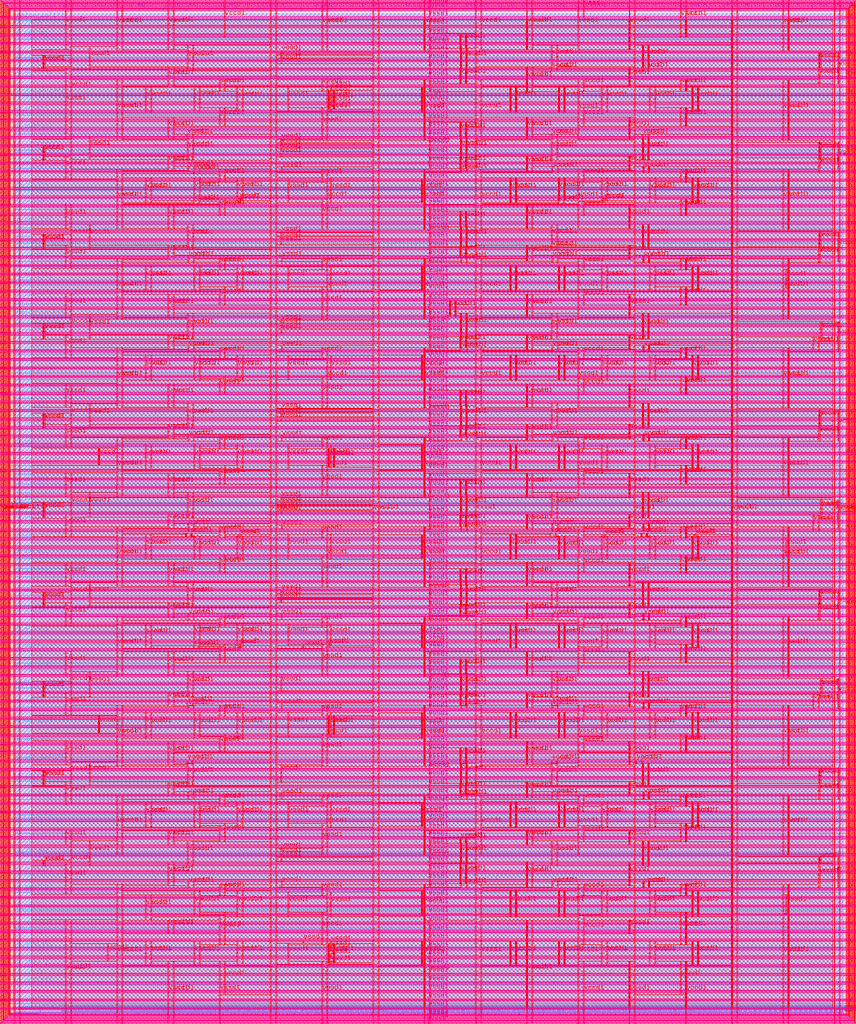
<source format=lef>
VERSION 5.7 ;
  NOWIREEXTENSIONATPIN ON ;
  DIVIDERCHAR "/" ;
  BUSBITCHARS "[]" ;
MACRO user_project_wrapper
  CLASS BLOCK ;
  FOREIGN user_project_wrapper ;
  ORIGIN 0.000 0.000 ;
  SIZE 2920.000 BY 3520.000 ;
  PIN analog_io[0]
    DIRECTION INOUT ;
    USE SIGNAL ;
    PORT
      LAYER met3 ;
        RECT 2917.600 1426.380 2924.800 1427.580 ;
    END
  END analog_io[0]
  PIN analog_io[10]
    DIRECTION INOUT ;
    USE SIGNAL ;
    PORT
      LAYER met2 ;
        RECT 2230.490 3517.600 2231.050 3524.800 ;
    END
  END analog_io[10]
  PIN analog_io[11]
    DIRECTION INOUT ;
    USE SIGNAL ;
    PORT
      LAYER met2 ;
        RECT 1905.730 3517.600 1906.290 3524.800 ;
    END
  END analog_io[11]
  PIN analog_io[12]
    DIRECTION INOUT ;
    USE SIGNAL ;
    PORT
      LAYER met2 ;
        RECT 1581.430 3517.600 1581.990 3524.800 ;
    END
  END analog_io[12]
  PIN analog_io[13]
    DIRECTION INOUT ;
    USE SIGNAL ;
    PORT
      LAYER met2 ;
        RECT 1257.130 3517.600 1257.690 3524.800 ;
    END
  END analog_io[13]
  PIN analog_io[14]
    DIRECTION INOUT ;
    USE SIGNAL ;
    PORT
      LAYER met2 ;
        RECT 932.370 3517.600 932.930 3524.800 ;
    END
  END analog_io[14]
  PIN analog_io[15]
    DIRECTION INOUT ;
    USE SIGNAL ;
    PORT
      LAYER met2 ;
        RECT 608.070 3517.600 608.630 3524.800 ;
    END
  END analog_io[15]
  PIN analog_io[16]
    DIRECTION INOUT ;
    USE SIGNAL ;
    PORT
      LAYER met2 ;
        RECT 283.770 3517.600 284.330 3524.800 ;
    END
  END analog_io[16]
  PIN analog_io[17]
    DIRECTION INOUT ;
    USE SIGNAL ;
    PORT
      LAYER met3 ;
        RECT -4.800 3486.100 2.400 3487.300 ;
    END
  END analog_io[17]
  PIN analog_io[18]
    DIRECTION INOUT ;
    USE SIGNAL ;
    PORT
      LAYER met3 ;
        RECT -4.800 3224.980 2.400 3226.180 ;
    END
  END analog_io[18]
  PIN analog_io[19]
    DIRECTION INOUT ;
    USE SIGNAL ;
    PORT
      LAYER met3 ;
        RECT -4.800 2964.540 2.400 2965.740 ;
    END
  END analog_io[19]
  PIN analog_io[1]
    DIRECTION INOUT ;
    USE SIGNAL ;
    PORT
      LAYER met3 ;
        RECT 2917.600 1692.260 2924.800 1693.460 ;
    END
  END analog_io[1]
  PIN analog_io[20]
    DIRECTION INOUT ;
    USE SIGNAL ;
    PORT
      LAYER met3 ;
        RECT -4.800 2703.420 2.400 2704.620 ;
    END
  END analog_io[20]
  PIN analog_io[21]
    DIRECTION INOUT ;
    USE SIGNAL ;
    PORT
      LAYER met3 ;
        RECT -4.800 2442.980 2.400 2444.180 ;
    END
  END analog_io[21]
  PIN analog_io[22]
    DIRECTION INOUT ;
    USE SIGNAL ;
    PORT
      LAYER met3 ;
        RECT -4.800 2182.540 2.400 2183.740 ;
    END
  END analog_io[22]
  PIN analog_io[23]
    DIRECTION INOUT ;
    USE SIGNAL ;
    PORT
      LAYER met3 ;
        RECT -4.800 1921.420 2.400 1922.620 ;
    END
  END analog_io[23]
  PIN analog_io[24]
    DIRECTION INOUT ;
    USE SIGNAL ;
    PORT
      LAYER met3 ;
        RECT -4.800 1660.980 2.400 1662.180 ;
    END
  END analog_io[24]
  PIN analog_io[25]
    DIRECTION INOUT ;
    USE SIGNAL ;
    PORT
      LAYER met3 ;
        RECT -4.800 1399.860 2.400 1401.060 ;
    END
  END analog_io[25]
  PIN analog_io[26]
    DIRECTION INOUT ;
    USE SIGNAL ;
    PORT
      LAYER met3 ;
        RECT -4.800 1139.420 2.400 1140.620 ;
    END
  END analog_io[26]
  PIN analog_io[27]
    DIRECTION INOUT ;
    USE SIGNAL ;
    PORT
      LAYER met3 ;
        RECT -4.800 878.980 2.400 880.180 ;
    END
  END analog_io[27]
  PIN analog_io[28]
    DIRECTION INOUT ;
    USE SIGNAL ;
    PORT
      LAYER met3 ;
        RECT -4.800 617.860 2.400 619.060 ;
    END
  END analog_io[28]
  PIN analog_io[2]
    DIRECTION INOUT ;
    USE SIGNAL ;
    PORT
      LAYER met3 ;
        RECT 2917.600 1958.140 2924.800 1959.340 ;
    END
  END analog_io[2]
  PIN analog_io[3]
    DIRECTION INOUT ;
    USE SIGNAL ;
    PORT
      LAYER met3 ;
        RECT 2917.600 2223.340 2924.800 2224.540 ;
    END
  END analog_io[3]
  PIN analog_io[4]
    DIRECTION INOUT ;
    USE SIGNAL ;
    PORT
      LAYER met3 ;
        RECT 2917.600 2489.220 2924.800 2490.420 ;
    END
  END analog_io[4]
  PIN analog_io[5]
    DIRECTION INOUT ;
    USE SIGNAL ;
    PORT
      LAYER met3 ;
        RECT 2917.600 2755.100 2924.800 2756.300 ;
    END
  END analog_io[5]
  PIN analog_io[6]
    DIRECTION INOUT ;
    USE SIGNAL ;
    PORT
      LAYER met3 ;
        RECT 2917.600 3020.300 2924.800 3021.500 ;
    END
  END analog_io[6]
  PIN analog_io[7]
    DIRECTION INOUT ;
    USE SIGNAL ;
    PORT
      LAYER met3 ;
        RECT 2917.600 3286.180 2924.800 3287.380 ;
    END
  END analog_io[7]
  PIN analog_io[8]
    DIRECTION INOUT ;
    USE SIGNAL ;
    PORT
      LAYER met2 ;
        RECT 2879.090 3517.600 2879.650 3524.800 ;
    END
  END analog_io[8]
  PIN analog_io[9]
    DIRECTION INOUT ;
    USE SIGNAL ;
    PORT
      LAYER met2 ;
        RECT 2554.790 3517.600 2555.350 3524.800 ;
    END
  END analog_io[9]
  PIN io_in[0]
    DIRECTION INPUT ;
    USE SIGNAL ;
    PORT
      LAYER met3 ;
        RECT 2917.600 32.380 2924.800 33.580 ;
    END
  END io_in[0]
  PIN io_in[10]
    DIRECTION INPUT ;
    USE SIGNAL ;
    PORT
      LAYER met3 ;
        RECT 2917.600 2289.980 2924.800 2291.180 ;
    END
  END io_in[10]
  PIN io_in[11]
    DIRECTION INPUT ;
    USE SIGNAL ;
    PORT
      LAYER met3 ;
        RECT 2917.600 2555.860 2924.800 2557.060 ;
    END
  END io_in[11]
  PIN io_in[12]
    DIRECTION INPUT ;
    USE SIGNAL ;
    ANTENNAGATEAREA 0.213000 ;
    PORT
      LAYER met3 ;
        RECT 2917.600 2821.060 2924.800 2822.260 ;
    END
  END io_in[12]
  PIN io_in[13]
    DIRECTION INPUT ;
    USE SIGNAL ;
    PORT
      LAYER met3 ;
        RECT 2917.600 3086.940 2924.800 3088.140 ;
    END
  END io_in[13]
  PIN io_in[14]
    DIRECTION INPUT ;
    USE SIGNAL ;
    PORT
      LAYER met3 ;
        RECT 2917.600 3352.820 2924.800 3354.020 ;
    END
  END io_in[14]
  PIN io_in[15]
    DIRECTION INPUT ;
    USE SIGNAL ;
    PORT
      LAYER met2 ;
        RECT 2798.130 3517.600 2798.690 3524.800 ;
    END
  END io_in[15]
  PIN io_in[16]
    DIRECTION INPUT ;
    USE SIGNAL ;
    PORT
      LAYER met2 ;
        RECT 2473.830 3517.600 2474.390 3524.800 ;
    END
  END io_in[16]
  PIN io_in[17]
    DIRECTION INPUT ;
    USE SIGNAL ;
    PORT
      LAYER met2 ;
        RECT 2149.070 3517.600 2149.630 3524.800 ;
    END
  END io_in[17]
  PIN io_in[18]
    DIRECTION INPUT ;
    USE SIGNAL ;
    PORT
      LAYER met2 ;
        RECT 1824.770 3517.600 1825.330 3524.800 ;
    END
  END io_in[18]
  PIN io_in[19]
    DIRECTION INPUT ;
    USE SIGNAL ;
    PORT
      LAYER met2 ;
        RECT 1500.470 3517.600 1501.030 3524.800 ;
    END
  END io_in[19]
  PIN io_in[1]
    DIRECTION INPUT ;
    USE SIGNAL ;
    PORT
      LAYER met3 ;
        RECT 2917.600 230.940 2924.800 232.140 ;
    END
  END io_in[1]
  PIN io_in[20]
    DIRECTION INPUT ;
    USE SIGNAL ;
    PORT
      LAYER met2 ;
        RECT 1175.710 3517.600 1176.270 3524.800 ;
    END
  END io_in[20]
  PIN io_in[21]
    DIRECTION INPUT ;
    USE SIGNAL ;
    PORT
      LAYER met2 ;
        RECT 851.410 3517.600 851.970 3524.800 ;
    END
  END io_in[21]
  PIN io_in[22]
    DIRECTION INPUT ;
    USE SIGNAL ;
    PORT
      LAYER met2 ;
        RECT 527.110 3517.600 527.670 3524.800 ;
    END
  END io_in[22]
  PIN io_in[23]
    DIRECTION INPUT ;
    USE SIGNAL ;
    PORT
      LAYER met2 ;
        RECT 202.350 3517.600 202.910 3524.800 ;
    END
  END io_in[23]
  PIN io_in[24]
    DIRECTION INPUT ;
    USE SIGNAL ;
    ANTENNAGATEAREA 0.495000 ;
    PORT
      LAYER met3 ;
        RECT -4.800 3420.820 2.400 3422.020 ;
    END
  END io_in[24]
  PIN io_in[25]
    DIRECTION INPUT ;
    USE SIGNAL ;
    ANTENNAGATEAREA 0.196500 ;
    PORT
      LAYER met3 ;
        RECT -4.800 3159.700 2.400 3160.900 ;
    END
  END io_in[25]
  PIN io_in[26]
    DIRECTION INPUT ;
    USE SIGNAL ;
    ANTENNAGATEAREA 0.495000 ;
    PORT
      LAYER met3 ;
        RECT -4.800 2899.260 2.400 2900.460 ;
    END
  END io_in[26]
  PIN io_in[27]
    DIRECTION INPUT ;
    USE SIGNAL ;
    ANTENNAGATEAREA 0.196500 ;
    PORT
      LAYER met3 ;
        RECT -4.800 2638.820 2.400 2640.020 ;
    END
  END io_in[27]
  PIN io_in[28]
    DIRECTION INPUT ;
    USE SIGNAL ;
    ANTENNAGATEAREA 0.213000 ;
    PORT
      LAYER met3 ;
        RECT -4.800 2377.700 2.400 2378.900 ;
    END
  END io_in[28]
  PIN io_in[29]
    DIRECTION INPUT ;
    USE SIGNAL ;
    ANTENNAGATEAREA 0.196500 ;
    PORT
      LAYER met3 ;
        RECT -4.800 2117.260 2.400 2118.460 ;
    END
  END io_in[29]
  PIN io_in[2]
    DIRECTION INPUT ;
    USE SIGNAL ;
    PORT
      LAYER met3 ;
        RECT 2917.600 430.180 2924.800 431.380 ;
    END
  END io_in[2]
  PIN io_in[30]
    DIRECTION INPUT ;
    USE SIGNAL ;
    ANTENNAGATEAREA 0.196500 ;
    PORT
      LAYER met3 ;
        RECT -4.800 1856.140 2.400 1857.340 ;
    END
  END io_in[30]
  PIN io_in[31]
    DIRECTION INPUT ;
    USE SIGNAL ;
    ANTENNAGATEAREA 0.196500 ;
    PORT
      LAYER met3 ;
        RECT -4.800 1595.700 2.400 1596.900 ;
    END
  END io_in[31]
  PIN io_in[32]
    DIRECTION INPUT ;
    USE SIGNAL ;
    ANTENNAGATEAREA 0.196500 ;
    PORT
      LAYER met3 ;
        RECT -4.800 1335.260 2.400 1336.460 ;
    END
  END io_in[32]
  PIN io_in[33]
    DIRECTION INPUT ;
    USE SIGNAL ;
    ANTENNAGATEAREA 0.213000 ;
    PORT
      LAYER met3 ;
        RECT -4.800 1074.140 2.400 1075.340 ;
    END
  END io_in[33]
  PIN io_in[34]
    DIRECTION INPUT ;
    USE SIGNAL ;
    ANTENNAGATEAREA 0.213000 ;
    PORT
      LAYER met3 ;
        RECT -4.800 813.700 2.400 814.900 ;
    END
  END io_in[34]
  PIN io_in[35]
    DIRECTION INPUT ;
    USE SIGNAL ;
    ANTENNAGATEAREA 0.196500 ;
    PORT
      LAYER met3 ;
        RECT -4.800 552.580 2.400 553.780 ;
    END
  END io_in[35]
  PIN io_in[36]
    DIRECTION INPUT ;
    USE SIGNAL ;
    ANTENNAGATEAREA 0.852000 ;
    ANTENNADIFFAREA 0.434700 ;
    PORT
      LAYER met3 ;
        RECT -4.800 357.420 2.400 358.620 ;
    END
  END io_in[36]
  PIN io_in[37]
    DIRECTION INPUT ;
    USE SIGNAL ;
    ANTENNAGATEAREA 0.495000 ;
    PORT
      LAYER met3 ;
        RECT -4.800 161.580 2.400 162.780 ;
    END
  END io_in[37]
  PIN io_in[3]
    DIRECTION INPUT ;
    USE SIGNAL ;
    PORT
      LAYER met3 ;
        RECT 2917.600 629.420 2924.800 630.620 ;
    END
  END io_in[3]
  PIN io_in[4]
    DIRECTION INPUT ;
    USE SIGNAL ;
    PORT
      LAYER met3 ;
        RECT 2917.600 828.660 2924.800 829.860 ;
    END
  END io_in[4]
  PIN io_in[5]
    DIRECTION INPUT ;
    USE SIGNAL ;
    PORT
      LAYER met3 ;
        RECT 2917.600 1027.900 2924.800 1029.100 ;
    END
  END io_in[5]
  PIN io_in[6]
    DIRECTION INPUT ;
    USE SIGNAL ;
    PORT
      LAYER met3 ;
        RECT 2917.600 1227.140 2924.800 1228.340 ;
    END
  END io_in[6]
  PIN io_in[7]
    DIRECTION INPUT ;
    USE SIGNAL ;
    PORT
      LAYER met3 ;
        RECT 2917.600 1493.020 2924.800 1494.220 ;
    END
  END io_in[7]
  PIN io_in[8]
    DIRECTION INPUT ;
    USE SIGNAL ;
    PORT
      LAYER met3 ;
        RECT 2917.600 1758.900 2924.800 1760.100 ;
    END
  END io_in[8]
  PIN io_in[9]
    DIRECTION INPUT ;
    USE SIGNAL ;
    PORT
      LAYER met3 ;
        RECT 2917.600 2024.100 2924.800 2025.300 ;
    END
  END io_in[9]
  PIN io_oeb[0]
    DIRECTION OUTPUT TRISTATE ;
    USE SIGNAL ;
    ANTENNADIFFAREA 2.673000 ;
    PORT
      LAYER met3 ;
        RECT 2917.600 164.980 2924.800 166.180 ;
    END
  END io_oeb[0]
  PIN io_oeb[10]
    DIRECTION OUTPUT TRISTATE ;
    USE SIGNAL ;
    ANTENNADIFFAREA 2.673000 ;
    PORT
      LAYER met3 ;
        RECT 2917.600 2422.580 2924.800 2423.780 ;
    END
  END io_oeb[10]
  PIN io_oeb[11]
    DIRECTION OUTPUT TRISTATE ;
    USE SIGNAL ;
    ANTENNADIFFAREA 2.673000 ;
    PORT
      LAYER met3 ;
        RECT 2917.600 2688.460 2924.800 2689.660 ;
    END
  END io_oeb[11]
  PIN io_oeb[12]
    DIRECTION OUTPUT TRISTATE ;
    USE SIGNAL ;
    ANTENNADIFFAREA 2.673000 ;
    PORT
      LAYER met3 ;
        RECT 2917.600 2954.340 2924.800 2955.540 ;
    END
  END io_oeb[12]
  PIN io_oeb[13]
    DIRECTION OUTPUT TRISTATE ;
    USE SIGNAL ;
    ANTENNADIFFAREA 2.673000 ;
    PORT
      LAYER met3 ;
        RECT 2917.600 3219.540 2924.800 3220.740 ;
    END
  END io_oeb[13]
  PIN io_oeb[14]
    DIRECTION OUTPUT TRISTATE ;
    USE SIGNAL ;
    ANTENNADIFFAREA 2.673000 ;
    PORT
      LAYER met3 ;
        RECT 2917.600 3485.420 2924.800 3486.620 ;
    END
  END io_oeb[14]
  PIN io_oeb[15]
    DIRECTION OUTPUT TRISTATE ;
    USE SIGNAL ;
    ANTENNADIFFAREA 2.673000 ;
    PORT
      LAYER met2 ;
        RECT 2635.750 3517.600 2636.310 3524.800 ;
    END
  END io_oeb[15]
  PIN io_oeb[16]
    DIRECTION OUTPUT TRISTATE ;
    USE SIGNAL ;
    ANTENNADIFFAREA 2.673000 ;
    PORT
      LAYER met2 ;
        RECT 2311.450 3517.600 2312.010 3524.800 ;
    END
  END io_oeb[16]
  PIN io_oeb[17]
    DIRECTION OUTPUT TRISTATE ;
    USE SIGNAL ;
    ANTENNADIFFAREA 2.673000 ;
    PORT
      LAYER met2 ;
        RECT 1987.150 3517.600 1987.710 3524.800 ;
    END
  END io_oeb[17]
  PIN io_oeb[18]
    DIRECTION OUTPUT TRISTATE ;
    USE SIGNAL ;
    ANTENNADIFFAREA 2.673000 ;
    PORT
      LAYER met2 ;
        RECT 1662.390 3517.600 1662.950 3524.800 ;
    END
  END io_oeb[18]
  PIN io_oeb[19]
    DIRECTION OUTPUT TRISTATE ;
    USE SIGNAL ;
    ANTENNADIFFAREA 2.673000 ;
    PORT
      LAYER met2 ;
        RECT 1338.090 3517.600 1338.650 3524.800 ;
    END
  END io_oeb[19]
  PIN io_oeb[1]
    DIRECTION OUTPUT TRISTATE ;
    USE SIGNAL ;
    ANTENNADIFFAREA 2.673000 ;
    PORT
      LAYER met3 ;
        RECT 2917.600 364.220 2924.800 365.420 ;
    END
  END io_oeb[1]
  PIN io_oeb[20]
    DIRECTION OUTPUT TRISTATE ;
    USE SIGNAL ;
    ANTENNADIFFAREA 2.673000 ;
    PORT
      LAYER met2 ;
        RECT 1013.790 3517.600 1014.350 3524.800 ;
    END
  END io_oeb[20]
  PIN io_oeb[21]
    DIRECTION OUTPUT TRISTATE ;
    USE SIGNAL ;
    ANTENNADIFFAREA 2.673000 ;
    PORT
      LAYER met2 ;
        RECT 689.030 3517.600 689.590 3524.800 ;
    END
  END io_oeb[21]
  PIN io_oeb[22]
    DIRECTION OUTPUT TRISTATE ;
    USE SIGNAL ;
    ANTENNADIFFAREA 2.673000 ;
    PORT
      LAYER met2 ;
        RECT 364.730 3517.600 365.290 3524.800 ;
    END
  END io_oeb[22]
  PIN io_oeb[23]
    DIRECTION OUTPUT TRISTATE ;
    USE SIGNAL ;
    ANTENNADIFFAREA 2.673000 ;
    PORT
      LAYER met2 ;
        RECT 40.430 3517.600 40.990 3524.800 ;
    END
  END io_oeb[23]
  PIN io_oeb[24]
    DIRECTION OUTPUT TRISTATE ;
    USE SIGNAL ;
    ANTENNADIFFAREA 2.673000 ;
    PORT
      LAYER met3 ;
        RECT -4.800 3290.260 2.400 3291.460 ;
    END
  END io_oeb[24]
  PIN io_oeb[25]
    DIRECTION OUTPUT TRISTATE ;
    USE SIGNAL ;
    ANTENNADIFFAREA 2.673000 ;
    PORT
      LAYER met3 ;
        RECT -4.800 3029.820 2.400 3031.020 ;
    END
  END io_oeb[25]
  PIN io_oeb[26]
    DIRECTION OUTPUT TRISTATE ;
    USE SIGNAL ;
    ANTENNADIFFAREA 2.673000 ;
    PORT
      LAYER met3 ;
        RECT -4.800 2768.700 2.400 2769.900 ;
    END
  END io_oeb[26]
  PIN io_oeb[27]
    DIRECTION OUTPUT TRISTATE ;
    USE SIGNAL ;
    ANTENNADIFFAREA 2.673000 ;
    PORT
      LAYER met3 ;
        RECT -4.800 2508.260 2.400 2509.460 ;
    END
  END io_oeb[27]
  PIN io_oeb[28]
    DIRECTION OUTPUT TRISTATE ;
    USE SIGNAL ;
    ANTENNADIFFAREA 2.673000 ;
    PORT
      LAYER met3 ;
        RECT -4.800 2247.140 2.400 2248.340 ;
    END
  END io_oeb[28]
  PIN io_oeb[29]
    DIRECTION OUTPUT TRISTATE ;
    USE SIGNAL ;
    ANTENNADIFFAREA 2.673000 ;
    PORT
      LAYER met3 ;
        RECT -4.800 1986.700 2.400 1987.900 ;
    END
  END io_oeb[29]
  PIN io_oeb[2]
    DIRECTION OUTPUT TRISTATE ;
    USE SIGNAL ;
    ANTENNADIFFAREA 2.673000 ;
    PORT
      LAYER met3 ;
        RECT 2917.600 563.460 2924.800 564.660 ;
    END
  END io_oeb[2]
  PIN io_oeb[30]
    DIRECTION OUTPUT TRISTATE ;
    USE SIGNAL ;
    ANTENNADIFFAREA 2.673000 ;
    PORT
      LAYER met3 ;
        RECT -4.800 1726.260 2.400 1727.460 ;
    END
  END io_oeb[30]
  PIN io_oeb[31]
    DIRECTION OUTPUT TRISTATE ;
    USE SIGNAL ;
    ANTENNADIFFAREA 2.673000 ;
    PORT
      LAYER met3 ;
        RECT -4.800 1465.140 2.400 1466.340 ;
    END
  END io_oeb[31]
  PIN io_oeb[32]
    DIRECTION OUTPUT TRISTATE ;
    USE SIGNAL ;
    ANTENNADIFFAREA 2.673000 ;
    PORT
      LAYER met3 ;
        RECT -4.800 1204.700 2.400 1205.900 ;
    END
  END io_oeb[32]
  PIN io_oeb[33]
    DIRECTION OUTPUT TRISTATE ;
    USE SIGNAL ;
    ANTENNADIFFAREA 2.673000 ;
    PORT
      LAYER met3 ;
        RECT -4.800 943.580 2.400 944.780 ;
    END
  END io_oeb[33]
  PIN io_oeb[34]
    DIRECTION OUTPUT TRISTATE ;
    USE SIGNAL ;
    ANTENNADIFFAREA 2.673000 ;
    PORT
      LAYER met3 ;
        RECT -4.800 683.140 2.400 684.340 ;
    END
  END io_oeb[34]
  PIN io_oeb[35]
    DIRECTION OUTPUT TRISTATE ;
    USE SIGNAL ;
    ANTENNADIFFAREA 2.673000 ;
    PORT
      LAYER met3 ;
        RECT -4.800 422.700 2.400 423.900 ;
    END
  END io_oeb[35]
  PIN io_oeb[36]
    DIRECTION OUTPUT TRISTATE ;
    USE SIGNAL ;
    ANTENNADIFFAREA 2.673000 ;
    PORT
      LAYER met3 ;
        RECT -4.800 226.860 2.400 228.060 ;
    END
  END io_oeb[36]
  PIN io_oeb[37]
    DIRECTION OUTPUT TRISTATE ;
    USE SIGNAL ;
    ANTENNADIFFAREA 2.673000 ;
    PORT
      LAYER met3 ;
        RECT -4.800 31.700 2.400 32.900 ;
    END
  END io_oeb[37]
  PIN io_oeb[3]
    DIRECTION OUTPUT TRISTATE ;
    USE SIGNAL ;
    ANTENNADIFFAREA 2.673000 ;
    PORT
      LAYER met3 ;
        RECT 2917.600 762.700 2924.800 763.900 ;
    END
  END io_oeb[3]
  PIN io_oeb[4]
    DIRECTION OUTPUT TRISTATE ;
    USE SIGNAL ;
    ANTENNADIFFAREA 2.673000 ;
    PORT
      LAYER met3 ;
        RECT 2917.600 961.940 2924.800 963.140 ;
    END
  END io_oeb[4]
  PIN io_oeb[5]
    DIRECTION OUTPUT TRISTATE ;
    USE SIGNAL ;
    ANTENNADIFFAREA 2.673000 ;
    PORT
      LAYER met3 ;
        RECT 2917.600 1161.180 2924.800 1162.380 ;
    END
  END io_oeb[5]
  PIN io_oeb[6]
    DIRECTION OUTPUT TRISTATE ;
    USE SIGNAL ;
    ANTENNADIFFAREA 2.673000 ;
    PORT
      LAYER met3 ;
        RECT 2917.600 1360.420 2924.800 1361.620 ;
    END
  END io_oeb[6]
  PIN io_oeb[7]
    DIRECTION OUTPUT TRISTATE ;
    USE SIGNAL ;
    ANTENNADIFFAREA 2.673000 ;
    PORT
      LAYER met3 ;
        RECT 2917.600 1625.620 2924.800 1626.820 ;
    END
  END io_oeb[7]
  PIN io_oeb[8]
    DIRECTION OUTPUT TRISTATE ;
    USE SIGNAL ;
    ANTENNADIFFAREA 2.673000 ;
    PORT
      LAYER met3 ;
        RECT 2917.600 1891.500 2924.800 1892.700 ;
    END
  END io_oeb[8]
  PIN io_oeb[9]
    DIRECTION OUTPUT TRISTATE ;
    USE SIGNAL ;
    ANTENNADIFFAREA 2.673000 ;
    PORT
      LAYER met3 ;
        RECT 2917.600 2157.380 2924.800 2158.580 ;
    END
  END io_oeb[9]
  PIN io_out[0]
    DIRECTION OUTPUT TRISTATE ;
    USE SIGNAL ;
    PORT
      LAYER met3 ;
        RECT 2917.600 98.340 2924.800 99.540 ;
    END
  END io_out[0]
  PIN io_out[10]
    DIRECTION OUTPUT TRISTATE ;
    USE SIGNAL ;
    ANTENNADIFFAREA 2.673000 ;
    PORT
      LAYER met3 ;
        RECT 2917.600 2356.620 2924.800 2357.820 ;
    END
  END io_out[10]
  PIN io_out[11]
    DIRECTION OUTPUT TRISTATE ;
    USE SIGNAL ;
    ANTENNADIFFAREA 2.673000 ;
    PORT
      LAYER met3 ;
        RECT 2917.600 2621.820 2924.800 2623.020 ;
    END
  END io_out[11]
  PIN io_out[12]
    DIRECTION OUTPUT TRISTATE ;
    USE SIGNAL ;
    PORT
      LAYER met3 ;
        RECT 2917.600 2887.700 2924.800 2888.900 ;
    END
  END io_out[12]
  PIN io_out[13]
    DIRECTION OUTPUT TRISTATE ;
    USE SIGNAL ;
    ANTENNADIFFAREA 2.673000 ;
    PORT
      LAYER met3 ;
        RECT 2917.600 3153.580 2924.800 3154.780 ;
    END
  END io_out[13]
  PIN io_out[14]
    DIRECTION OUTPUT TRISTATE ;
    USE SIGNAL ;
    ANTENNADIFFAREA 2.673000 ;
    PORT
      LAYER met3 ;
        RECT 2917.600 3418.780 2924.800 3419.980 ;
    END
  END io_out[14]
  PIN io_out[15]
    DIRECTION OUTPUT TRISTATE ;
    USE SIGNAL ;
    ANTENNADIFFAREA 2.673000 ;
    PORT
      LAYER met2 ;
        RECT 2717.170 3517.600 2717.730 3524.800 ;
    END
  END io_out[15]
  PIN io_out[16]
    DIRECTION OUTPUT TRISTATE ;
    USE SIGNAL ;
    ANTENNADIFFAREA 2.673000 ;
    PORT
      LAYER met2 ;
        RECT 2392.410 3517.600 2392.970 3524.800 ;
    END
  END io_out[16]
  PIN io_out[17]
    DIRECTION OUTPUT TRISTATE ;
    USE SIGNAL ;
    ANTENNADIFFAREA 2.673000 ;
    PORT
      LAYER met2 ;
        RECT 2068.110 3517.600 2068.670 3524.800 ;
    END
  END io_out[17]
  PIN io_out[18]
    DIRECTION OUTPUT TRISTATE ;
    USE SIGNAL ;
    ANTENNADIFFAREA 2.673000 ;
    PORT
      LAYER met2 ;
        RECT 1743.810 3517.600 1744.370 3524.800 ;
    END
  END io_out[18]
  PIN io_out[19]
    DIRECTION OUTPUT TRISTATE ;
    USE SIGNAL ;
    ANTENNADIFFAREA 2.673000 ;
    PORT
      LAYER met2 ;
        RECT 1419.050 3517.600 1419.610 3524.800 ;
    END
  END io_out[19]
  PIN io_out[1]
    DIRECTION OUTPUT TRISTATE ;
    USE SIGNAL ;
    PORT
      LAYER met3 ;
        RECT 2917.600 297.580 2924.800 298.780 ;
    END
  END io_out[1]
  PIN io_out[20]
    DIRECTION OUTPUT TRISTATE ;
    USE SIGNAL ;
    ANTENNADIFFAREA 2.673000 ;
    PORT
      LAYER met2 ;
        RECT 1094.750 3517.600 1095.310 3524.800 ;
    END
  END io_out[20]
  PIN io_out[21]
    DIRECTION OUTPUT TRISTATE ;
    USE SIGNAL ;
    ANTENNADIFFAREA 2.673000 ;
    PORT
      LAYER met2 ;
        RECT 770.450 3517.600 771.010 3524.800 ;
    END
  END io_out[21]
  PIN io_out[22]
    DIRECTION OUTPUT TRISTATE ;
    USE SIGNAL ;
    ANTENNADIFFAREA 2.673000 ;
    PORT
      LAYER met2 ;
        RECT 445.690 3517.600 446.250 3524.800 ;
    END
  END io_out[22]
  PIN io_out[23]
    DIRECTION OUTPUT TRISTATE ;
    USE SIGNAL ;
    ANTENNADIFFAREA 2.673000 ;
    PORT
      LAYER met2 ;
        RECT 121.390 3517.600 121.950 3524.800 ;
    END
  END io_out[23]
  PIN io_out[24]
    DIRECTION OUTPUT TRISTATE ;
    USE SIGNAL ;
    PORT
      LAYER met3 ;
        RECT -4.800 3355.540 2.400 3356.740 ;
    END
  END io_out[24]
  PIN io_out[25]
    DIRECTION OUTPUT TRISTATE ;
    USE SIGNAL ;
    PORT
      LAYER met3 ;
        RECT -4.800 3095.100 2.400 3096.300 ;
    END
  END io_out[25]
  PIN io_out[26]
    DIRECTION OUTPUT TRISTATE ;
    USE SIGNAL ;
    PORT
      LAYER met3 ;
        RECT -4.800 2833.980 2.400 2835.180 ;
    END
  END io_out[26]
  PIN io_out[27]
    DIRECTION OUTPUT TRISTATE ;
    USE SIGNAL ;
    PORT
      LAYER met3 ;
        RECT -4.800 2573.540 2.400 2574.740 ;
    END
  END io_out[27]
  PIN io_out[28]
    DIRECTION OUTPUT TRISTATE ;
    USE SIGNAL ;
    PORT
      LAYER met3 ;
        RECT -4.800 2312.420 2.400 2313.620 ;
    END
  END io_out[28]
  PIN io_out[29]
    DIRECTION OUTPUT TRISTATE ;
    USE SIGNAL ;
    PORT
      LAYER met3 ;
        RECT -4.800 2051.980 2.400 2053.180 ;
    END
  END io_out[29]
  PIN io_out[2]
    DIRECTION OUTPUT TRISTATE ;
    USE SIGNAL ;
    PORT
      LAYER met3 ;
        RECT 2917.600 496.820 2924.800 498.020 ;
    END
  END io_out[2]
  PIN io_out[30]
    DIRECTION OUTPUT TRISTATE ;
    USE SIGNAL ;
    PORT
      LAYER met3 ;
        RECT -4.800 1791.540 2.400 1792.740 ;
    END
  END io_out[30]
  PIN io_out[31]
    DIRECTION OUTPUT TRISTATE ;
    USE SIGNAL ;
    PORT
      LAYER met3 ;
        RECT -4.800 1530.420 2.400 1531.620 ;
    END
  END io_out[31]
  PIN io_out[32]
    DIRECTION OUTPUT TRISTATE ;
    USE SIGNAL ;
    PORT
      LAYER met3 ;
        RECT -4.800 1269.980 2.400 1271.180 ;
    END
  END io_out[32]
  PIN io_out[33]
    DIRECTION OUTPUT TRISTATE ;
    USE SIGNAL ;
    PORT
      LAYER met3 ;
        RECT -4.800 1008.860 2.400 1010.060 ;
    END
  END io_out[33]
  PIN io_out[34]
    DIRECTION OUTPUT TRISTATE ;
    USE SIGNAL ;
    PORT
      LAYER met3 ;
        RECT -4.800 748.420 2.400 749.620 ;
    END
  END io_out[34]
  PIN io_out[35]
    DIRECTION OUTPUT TRISTATE ;
    USE SIGNAL ;
    PORT
      LAYER met3 ;
        RECT -4.800 487.300 2.400 488.500 ;
    END
  END io_out[35]
  PIN io_out[36]
    DIRECTION OUTPUT TRISTATE ;
    USE SIGNAL ;
    PORT
      LAYER met3 ;
        RECT -4.800 292.140 2.400 293.340 ;
    END
  END io_out[36]
  PIN io_out[37]
    DIRECTION OUTPUT TRISTATE ;
    USE SIGNAL ;
    PORT
      LAYER met3 ;
        RECT -4.800 96.300 2.400 97.500 ;
    END
  END io_out[37]
  PIN io_out[3]
    DIRECTION OUTPUT TRISTATE ;
    USE SIGNAL ;
    PORT
      LAYER met3 ;
        RECT 2917.600 696.060 2924.800 697.260 ;
    END
  END io_out[3]
  PIN io_out[4]
    DIRECTION OUTPUT TRISTATE ;
    USE SIGNAL ;
    PORT
      LAYER met3 ;
        RECT 2917.600 895.300 2924.800 896.500 ;
    END
  END io_out[4]
  PIN io_out[5]
    DIRECTION OUTPUT TRISTATE ;
    USE SIGNAL ;
    ANTENNADIFFAREA 2.673000 ;
    PORT
      LAYER met3 ;
        RECT 2917.600 1094.540 2924.800 1095.740 ;
    END
  END io_out[5]
  PIN io_out[6]
    DIRECTION OUTPUT TRISTATE ;
    USE SIGNAL ;
    ANTENNADIFFAREA 2.673000 ;
    PORT
      LAYER met3 ;
        RECT 2917.600 1293.780 2924.800 1294.980 ;
    END
  END io_out[6]
  PIN io_out[7]
    DIRECTION OUTPUT TRISTATE ;
    USE SIGNAL ;
    ANTENNADIFFAREA 2.673000 ;
    PORT
      LAYER met3 ;
        RECT 2917.600 1559.660 2924.800 1560.860 ;
    END
  END io_out[7]
  PIN io_out[8]
    DIRECTION OUTPUT TRISTATE ;
    USE SIGNAL ;
    ANTENNADIFFAREA 2.673000 ;
    PORT
      LAYER met3 ;
        RECT 2917.600 1824.860 2924.800 1826.060 ;
    END
  END io_out[8]
  PIN io_out[9]
    DIRECTION OUTPUT TRISTATE ;
    USE SIGNAL ;
    ANTENNADIFFAREA 2.673000 ;
    PORT
      LAYER met3 ;
        RECT 2917.600 2090.740 2924.800 2091.940 ;
    END
  END io_out[9]
  PIN la_data_in[0]
    DIRECTION INPUT ;
    USE SIGNAL ;
    PORT
      LAYER met2 ;
        RECT 629.230 -4.800 629.790 2.400 ;
    END
  END la_data_in[0]
  PIN la_data_in[100]
    DIRECTION INPUT ;
    USE SIGNAL ;
    PORT
      LAYER met2 ;
        RECT 2402.530 -4.800 2403.090 2.400 ;
    END
  END la_data_in[100]
  PIN la_data_in[101]
    DIRECTION INPUT ;
    USE SIGNAL ;
    PORT
      LAYER met2 ;
        RECT 2420.010 -4.800 2420.570 2.400 ;
    END
  END la_data_in[101]
  PIN la_data_in[102]
    DIRECTION INPUT ;
    USE SIGNAL ;
    PORT
      LAYER met2 ;
        RECT 2437.950 -4.800 2438.510 2.400 ;
    END
  END la_data_in[102]
  PIN la_data_in[103]
    DIRECTION INPUT ;
    USE SIGNAL ;
    PORT
      LAYER met2 ;
        RECT 2455.430 -4.800 2455.990 2.400 ;
    END
  END la_data_in[103]
  PIN la_data_in[104]
    DIRECTION INPUT ;
    USE SIGNAL ;
    PORT
      LAYER met2 ;
        RECT 2473.370 -4.800 2473.930 2.400 ;
    END
  END la_data_in[104]
  PIN la_data_in[105]
    DIRECTION INPUT ;
    USE SIGNAL ;
    PORT
      LAYER met2 ;
        RECT 2490.850 -4.800 2491.410 2.400 ;
    END
  END la_data_in[105]
  PIN la_data_in[106]
    DIRECTION INPUT ;
    USE SIGNAL ;
    PORT
      LAYER met2 ;
        RECT 2508.790 -4.800 2509.350 2.400 ;
    END
  END la_data_in[106]
  PIN la_data_in[107]
    DIRECTION INPUT ;
    USE SIGNAL ;
    PORT
      LAYER met2 ;
        RECT 2526.730 -4.800 2527.290 2.400 ;
    END
  END la_data_in[107]
  PIN la_data_in[108]
    DIRECTION INPUT ;
    USE SIGNAL ;
    PORT
      LAYER met2 ;
        RECT 2544.210 -4.800 2544.770 2.400 ;
    END
  END la_data_in[108]
  PIN la_data_in[109]
    DIRECTION INPUT ;
    USE SIGNAL ;
    PORT
      LAYER met2 ;
        RECT 2562.150 -4.800 2562.710 2.400 ;
    END
  END la_data_in[109]
  PIN la_data_in[10]
    DIRECTION INPUT ;
    USE SIGNAL ;
    PORT
      LAYER met2 ;
        RECT 806.330 -4.800 806.890 2.400 ;
    END
  END la_data_in[10]
  PIN la_data_in[110]
    DIRECTION INPUT ;
    USE SIGNAL ;
    PORT
      LAYER met2 ;
        RECT 2579.630 -4.800 2580.190 2.400 ;
    END
  END la_data_in[110]
  PIN la_data_in[111]
    DIRECTION INPUT ;
    USE SIGNAL ;
    PORT
      LAYER met2 ;
        RECT 2597.570 -4.800 2598.130 2.400 ;
    END
  END la_data_in[111]
  PIN la_data_in[112]
    DIRECTION INPUT ;
    USE SIGNAL ;
    PORT
      LAYER met2 ;
        RECT 2615.050 -4.800 2615.610 2.400 ;
    END
  END la_data_in[112]
  PIN la_data_in[113]
    DIRECTION INPUT ;
    USE SIGNAL ;
    PORT
      LAYER met2 ;
        RECT 2632.990 -4.800 2633.550 2.400 ;
    END
  END la_data_in[113]
  PIN la_data_in[114]
    DIRECTION INPUT ;
    USE SIGNAL ;
    PORT
      LAYER met2 ;
        RECT 2650.470 -4.800 2651.030 2.400 ;
    END
  END la_data_in[114]
  PIN la_data_in[115]
    DIRECTION INPUT ;
    USE SIGNAL ;
    PORT
      LAYER met2 ;
        RECT 2668.410 -4.800 2668.970 2.400 ;
    END
  END la_data_in[115]
  PIN la_data_in[116]
    DIRECTION INPUT ;
    USE SIGNAL ;
    PORT
      LAYER met2 ;
        RECT 2685.890 -4.800 2686.450 2.400 ;
    END
  END la_data_in[116]
  PIN la_data_in[117]
    DIRECTION INPUT ;
    USE SIGNAL ;
    PORT
      LAYER met2 ;
        RECT 2703.830 -4.800 2704.390 2.400 ;
    END
  END la_data_in[117]
  PIN la_data_in[118]
    DIRECTION INPUT ;
    USE SIGNAL ;
    PORT
      LAYER met2 ;
        RECT 2721.770 -4.800 2722.330 2.400 ;
    END
  END la_data_in[118]
  PIN la_data_in[119]
    DIRECTION INPUT ;
    USE SIGNAL ;
    PORT
      LAYER met2 ;
        RECT 2739.250 -4.800 2739.810 2.400 ;
    END
  END la_data_in[119]
  PIN la_data_in[11]
    DIRECTION INPUT ;
    USE SIGNAL ;
    PORT
      LAYER met2 ;
        RECT 824.270 -4.800 824.830 2.400 ;
    END
  END la_data_in[11]
  PIN la_data_in[120]
    DIRECTION INPUT ;
    USE SIGNAL ;
    PORT
      LAYER met2 ;
        RECT 2757.190 -4.800 2757.750 2.400 ;
    END
  END la_data_in[120]
  PIN la_data_in[121]
    DIRECTION INPUT ;
    USE SIGNAL ;
    PORT
      LAYER met2 ;
        RECT 2774.670 -4.800 2775.230 2.400 ;
    END
  END la_data_in[121]
  PIN la_data_in[122]
    DIRECTION INPUT ;
    USE SIGNAL ;
    PORT
      LAYER met2 ;
        RECT 2792.610 -4.800 2793.170 2.400 ;
    END
  END la_data_in[122]
  PIN la_data_in[123]
    DIRECTION INPUT ;
    USE SIGNAL ;
    PORT
      LAYER met2 ;
        RECT 2810.090 -4.800 2810.650 2.400 ;
    END
  END la_data_in[123]
  PIN la_data_in[124]
    DIRECTION INPUT ;
    USE SIGNAL ;
    PORT
      LAYER met2 ;
        RECT 2828.030 -4.800 2828.590 2.400 ;
    END
  END la_data_in[124]
  PIN la_data_in[125]
    DIRECTION INPUT ;
    USE SIGNAL ;
    PORT
      LAYER met2 ;
        RECT 2845.510 -4.800 2846.070 2.400 ;
    END
  END la_data_in[125]
  PIN la_data_in[126]
    DIRECTION INPUT ;
    USE SIGNAL ;
    PORT
      LAYER met2 ;
        RECT 2863.450 -4.800 2864.010 2.400 ;
    END
  END la_data_in[126]
  PIN la_data_in[127]
    DIRECTION INPUT ;
    USE SIGNAL ;
    PORT
      LAYER met2 ;
        RECT 2881.390 -4.800 2881.950 2.400 ;
    END
  END la_data_in[127]
  PIN la_data_in[12]
    DIRECTION INPUT ;
    USE SIGNAL ;
    PORT
      LAYER met2 ;
        RECT 841.750 -4.800 842.310 2.400 ;
    END
  END la_data_in[12]
  PIN la_data_in[13]
    DIRECTION INPUT ;
    USE SIGNAL ;
    PORT
      LAYER met2 ;
        RECT 859.690 -4.800 860.250 2.400 ;
    END
  END la_data_in[13]
  PIN la_data_in[14]
    DIRECTION INPUT ;
    USE SIGNAL ;
    PORT
      LAYER met2 ;
        RECT 877.170 -4.800 877.730 2.400 ;
    END
  END la_data_in[14]
  PIN la_data_in[15]
    DIRECTION INPUT ;
    USE SIGNAL ;
    PORT
      LAYER met2 ;
        RECT 895.110 -4.800 895.670 2.400 ;
    END
  END la_data_in[15]
  PIN la_data_in[16]
    DIRECTION INPUT ;
    USE SIGNAL ;
    PORT
      LAYER met2 ;
        RECT 912.590 -4.800 913.150 2.400 ;
    END
  END la_data_in[16]
  PIN la_data_in[17]
    DIRECTION INPUT ;
    USE SIGNAL ;
    PORT
      LAYER met2 ;
        RECT 930.530 -4.800 931.090 2.400 ;
    END
  END la_data_in[17]
  PIN la_data_in[18]
    DIRECTION INPUT ;
    USE SIGNAL ;
    PORT
      LAYER met2 ;
        RECT 948.470 -4.800 949.030 2.400 ;
    END
  END la_data_in[18]
  PIN la_data_in[19]
    DIRECTION INPUT ;
    USE SIGNAL ;
    PORT
      LAYER met2 ;
        RECT 965.950 -4.800 966.510 2.400 ;
    END
  END la_data_in[19]
  PIN la_data_in[1]
    DIRECTION INPUT ;
    USE SIGNAL ;
    PORT
      LAYER met2 ;
        RECT 646.710 -4.800 647.270 2.400 ;
    END
  END la_data_in[1]
  PIN la_data_in[20]
    DIRECTION INPUT ;
    USE SIGNAL ;
    PORT
      LAYER met2 ;
        RECT 983.890 -4.800 984.450 2.400 ;
    END
  END la_data_in[20]
  PIN la_data_in[21]
    DIRECTION INPUT ;
    USE SIGNAL ;
    PORT
      LAYER met2 ;
        RECT 1001.370 -4.800 1001.930 2.400 ;
    END
  END la_data_in[21]
  PIN la_data_in[22]
    DIRECTION INPUT ;
    USE SIGNAL ;
    PORT
      LAYER met2 ;
        RECT 1019.310 -4.800 1019.870 2.400 ;
    END
  END la_data_in[22]
  PIN la_data_in[23]
    DIRECTION INPUT ;
    USE SIGNAL ;
    PORT
      LAYER met2 ;
        RECT 1036.790 -4.800 1037.350 2.400 ;
    END
  END la_data_in[23]
  PIN la_data_in[24]
    DIRECTION INPUT ;
    USE SIGNAL ;
    PORT
      LAYER met2 ;
        RECT 1054.730 -4.800 1055.290 2.400 ;
    END
  END la_data_in[24]
  PIN la_data_in[25]
    DIRECTION INPUT ;
    USE SIGNAL ;
    PORT
      LAYER met2 ;
        RECT 1072.210 -4.800 1072.770 2.400 ;
    END
  END la_data_in[25]
  PIN la_data_in[26]
    DIRECTION INPUT ;
    USE SIGNAL ;
    PORT
      LAYER met2 ;
        RECT 1090.150 -4.800 1090.710 2.400 ;
    END
  END la_data_in[26]
  PIN la_data_in[27]
    DIRECTION INPUT ;
    USE SIGNAL ;
    PORT
      LAYER met2 ;
        RECT 1107.630 -4.800 1108.190 2.400 ;
    END
  END la_data_in[27]
  PIN la_data_in[28]
    DIRECTION INPUT ;
    USE SIGNAL ;
    PORT
      LAYER met2 ;
        RECT 1125.570 -4.800 1126.130 2.400 ;
    END
  END la_data_in[28]
  PIN la_data_in[29]
    DIRECTION INPUT ;
    USE SIGNAL ;
    PORT
      LAYER met2 ;
        RECT 1143.510 -4.800 1144.070 2.400 ;
    END
  END la_data_in[29]
  PIN la_data_in[2]
    DIRECTION INPUT ;
    USE SIGNAL ;
    PORT
      LAYER met2 ;
        RECT 664.650 -4.800 665.210 2.400 ;
    END
  END la_data_in[2]
  PIN la_data_in[30]
    DIRECTION INPUT ;
    USE SIGNAL ;
    PORT
      LAYER met2 ;
        RECT 1160.990 -4.800 1161.550 2.400 ;
    END
  END la_data_in[30]
  PIN la_data_in[31]
    DIRECTION INPUT ;
    USE SIGNAL ;
    PORT
      LAYER met2 ;
        RECT 1178.930 -4.800 1179.490 2.400 ;
    END
  END la_data_in[31]
  PIN la_data_in[32]
    DIRECTION INPUT ;
    USE SIGNAL ;
    PORT
      LAYER met2 ;
        RECT 1196.410 -4.800 1196.970 2.400 ;
    END
  END la_data_in[32]
  PIN la_data_in[33]
    DIRECTION INPUT ;
    USE SIGNAL ;
    PORT
      LAYER met2 ;
        RECT 1214.350 -4.800 1214.910 2.400 ;
    END
  END la_data_in[33]
  PIN la_data_in[34]
    DIRECTION INPUT ;
    USE SIGNAL ;
    PORT
      LAYER met2 ;
        RECT 1231.830 -4.800 1232.390 2.400 ;
    END
  END la_data_in[34]
  PIN la_data_in[35]
    DIRECTION INPUT ;
    USE SIGNAL ;
    PORT
      LAYER met2 ;
        RECT 1249.770 -4.800 1250.330 2.400 ;
    END
  END la_data_in[35]
  PIN la_data_in[36]
    DIRECTION INPUT ;
    USE SIGNAL ;
    PORT
      LAYER met2 ;
        RECT 1267.250 -4.800 1267.810 2.400 ;
    END
  END la_data_in[36]
  PIN la_data_in[37]
    DIRECTION INPUT ;
    USE SIGNAL ;
    PORT
      LAYER met2 ;
        RECT 1285.190 -4.800 1285.750 2.400 ;
    END
  END la_data_in[37]
  PIN la_data_in[38]
    DIRECTION INPUT ;
    USE SIGNAL ;
    PORT
      LAYER met2 ;
        RECT 1303.130 -4.800 1303.690 2.400 ;
    END
  END la_data_in[38]
  PIN la_data_in[39]
    DIRECTION INPUT ;
    USE SIGNAL ;
    PORT
      LAYER met2 ;
        RECT 1320.610 -4.800 1321.170 2.400 ;
    END
  END la_data_in[39]
  PIN la_data_in[3]
    DIRECTION INPUT ;
    USE SIGNAL ;
    PORT
      LAYER met2 ;
        RECT 682.130 -4.800 682.690 2.400 ;
    END
  END la_data_in[3]
  PIN la_data_in[40]
    DIRECTION INPUT ;
    USE SIGNAL ;
    PORT
      LAYER met2 ;
        RECT 1338.550 -4.800 1339.110 2.400 ;
    END
  END la_data_in[40]
  PIN la_data_in[41]
    DIRECTION INPUT ;
    USE SIGNAL ;
    PORT
      LAYER met2 ;
        RECT 1356.030 -4.800 1356.590 2.400 ;
    END
  END la_data_in[41]
  PIN la_data_in[42]
    DIRECTION INPUT ;
    USE SIGNAL ;
    PORT
      LAYER met2 ;
        RECT 1373.970 -4.800 1374.530 2.400 ;
    END
  END la_data_in[42]
  PIN la_data_in[43]
    DIRECTION INPUT ;
    USE SIGNAL ;
    PORT
      LAYER met2 ;
        RECT 1391.450 -4.800 1392.010 2.400 ;
    END
  END la_data_in[43]
  PIN la_data_in[44]
    DIRECTION INPUT ;
    USE SIGNAL ;
    PORT
      LAYER met2 ;
        RECT 1409.390 -4.800 1409.950 2.400 ;
    END
  END la_data_in[44]
  PIN la_data_in[45]
    DIRECTION INPUT ;
    USE SIGNAL ;
    PORT
      LAYER met2 ;
        RECT 1426.870 -4.800 1427.430 2.400 ;
    END
  END la_data_in[45]
  PIN la_data_in[46]
    DIRECTION INPUT ;
    USE SIGNAL ;
    PORT
      LAYER met2 ;
        RECT 1444.810 -4.800 1445.370 2.400 ;
    END
  END la_data_in[46]
  PIN la_data_in[47]
    DIRECTION INPUT ;
    USE SIGNAL ;
    PORT
      LAYER met2 ;
        RECT 1462.750 -4.800 1463.310 2.400 ;
    END
  END la_data_in[47]
  PIN la_data_in[48]
    DIRECTION INPUT ;
    USE SIGNAL ;
    PORT
      LAYER met2 ;
        RECT 1480.230 -4.800 1480.790 2.400 ;
    END
  END la_data_in[48]
  PIN la_data_in[49]
    DIRECTION INPUT ;
    USE SIGNAL ;
    PORT
      LAYER met2 ;
        RECT 1498.170 -4.800 1498.730 2.400 ;
    END
  END la_data_in[49]
  PIN la_data_in[4]
    DIRECTION INPUT ;
    USE SIGNAL ;
    PORT
      LAYER met2 ;
        RECT 700.070 -4.800 700.630 2.400 ;
    END
  END la_data_in[4]
  PIN la_data_in[50]
    DIRECTION INPUT ;
    USE SIGNAL ;
    PORT
      LAYER met2 ;
        RECT 1515.650 -4.800 1516.210 2.400 ;
    END
  END la_data_in[50]
  PIN la_data_in[51]
    DIRECTION INPUT ;
    USE SIGNAL ;
    PORT
      LAYER met2 ;
        RECT 1533.590 -4.800 1534.150 2.400 ;
    END
  END la_data_in[51]
  PIN la_data_in[52]
    DIRECTION INPUT ;
    USE SIGNAL ;
    PORT
      LAYER met2 ;
        RECT 1551.070 -4.800 1551.630 2.400 ;
    END
  END la_data_in[52]
  PIN la_data_in[53]
    DIRECTION INPUT ;
    USE SIGNAL ;
    PORT
      LAYER met2 ;
        RECT 1569.010 -4.800 1569.570 2.400 ;
    END
  END la_data_in[53]
  PIN la_data_in[54]
    DIRECTION INPUT ;
    USE SIGNAL ;
    PORT
      LAYER met2 ;
        RECT 1586.490 -4.800 1587.050 2.400 ;
    END
  END la_data_in[54]
  PIN la_data_in[55]
    DIRECTION INPUT ;
    USE SIGNAL ;
    PORT
      LAYER met2 ;
        RECT 1604.430 -4.800 1604.990 2.400 ;
    END
  END la_data_in[55]
  PIN la_data_in[56]
    DIRECTION INPUT ;
    USE SIGNAL ;
    PORT
      LAYER met2 ;
        RECT 1621.910 -4.800 1622.470 2.400 ;
    END
  END la_data_in[56]
  PIN la_data_in[57]
    DIRECTION INPUT ;
    USE SIGNAL ;
    PORT
      LAYER met2 ;
        RECT 1639.850 -4.800 1640.410 2.400 ;
    END
  END la_data_in[57]
  PIN la_data_in[58]
    DIRECTION INPUT ;
    USE SIGNAL ;
    PORT
      LAYER met2 ;
        RECT 1657.790 -4.800 1658.350 2.400 ;
    END
  END la_data_in[58]
  PIN la_data_in[59]
    DIRECTION INPUT ;
    USE SIGNAL ;
    PORT
      LAYER met2 ;
        RECT 1675.270 -4.800 1675.830 2.400 ;
    END
  END la_data_in[59]
  PIN la_data_in[5]
    DIRECTION INPUT ;
    USE SIGNAL ;
    PORT
      LAYER met2 ;
        RECT 717.550 -4.800 718.110 2.400 ;
    END
  END la_data_in[5]
  PIN la_data_in[60]
    DIRECTION INPUT ;
    USE SIGNAL ;
    PORT
      LAYER met2 ;
        RECT 1693.210 -4.800 1693.770 2.400 ;
    END
  END la_data_in[60]
  PIN la_data_in[61]
    DIRECTION INPUT ;
    USE SIGNAL ;
    PORT
      LAYER met2 ;
        RECT 1710.690 -4.800 1711.250 2.400 ;
    END
  END la_data_in[61]
  PIN la_data_in[62]
    DIRECTION INPUT ;
    USE SIGNAL ;
    PORT
      LAYER met2 ;
        RECT 1728.630 -4.800 1729.190 2.400 ;
    END
  END la_data_in[62]
  PIN la_data_in[63]
    DIRECTION INPUT ;
    USE SIGNAL ;
    PORT
      LAYER met2 ;
        RECT 1746.110 -4.800 1746.670 2.400 ;
    END
  END la_data_in[63]
  PIN la_data_in[64]
    DIRECTION INPUT ;
    USE SIGNAL ;
    PORT
      LAYER met2 ;
        RECT 1764.050 -4.800 1764.610 2.400 ;
    END
  END la_data_in[64]
  PIN la_data_in[65]
    DIRECTION INPUT ;
    USE SIGNAL ;
    PORT
      LAYER met2 ;
        RECT 1781.530 -4.800 1782.090 2.400 ;
    END
  END la_data_in[65]
  PIN la_data_in[66]
    DIRECTION INPUT ;
    USE SIGNAL ;
    PORT
      LAYER met2 ;
        RECT 1799.470 -4.800 1800.030 2.400 ;
    END
  END la_data_in[66]
  PIN la_data_in[67]
    DIRECTION INPUT ;
    USE SIGNAL ;
    PORT
      LAYER met2 ;
        RECT 1817.410 -4.800 1817.970 2.400 ;
    END
  END la_data_in[67]
  PIN la_data_in[68]
    DIRECTION INPUT ;
    USE SIGNAL ;
    PORT
      LAYER met2 ;
        RECT 1834.890 -4.800 1835.450 2.400 ;
    END
  END la_data_in[68]
  PIN la_data_in[69]
    DIRECTION INPUT ;
    USE SIGNAL ;
    PORT
      LAYER met2 ;
        RECT 1852.830 -4.800 1853.390 2.400 ;
    END
  END la_data_in[69]
  PIN la_data_in[6]
    DIRECTION INPUT ;
    USE SIGNAL ;
    PORT
      LAYER met2 ;
        RECT 735.490 -4.800 736.050 2.400 ;
    END
  END la_data_in[6]
  PIN la_data_in[70]
    DIRECTION INPUT ;
    USE SIGNAL ;
    PORT
      LAYER met2 ;
        RECT 1870.310 -4.800 1870.870 2.400 ;
    END
  END la_data_in[70]
  PIN la_data_in[71]
    DIRECTION INPUT ;
    USE SIGNAL ;
    PORT
      LAYER met2 ;
        RECT 1888.250 -4.800 1888.810 2.400 ;
    END
  END la_data_in[71]
  PIN la_data_in[72]
    DIRECTION INPUT ;
    USE SIGNAL ;
    PORT
      LAYER met2 ;
        RECT 1905.730 -4.800 1906.290 2.400 ;
    END
  END la_data_in[72]
  PIN la_data_in[73]
    DIRECTION INPUT ;
    USE SIGNAL ;
    PORT
      LAYER met2 ;
        RECT 1923.670 -4.800 1924.230 2.400 ;
    END
  END la_data_in[73]
  PIN la_data_in[74]
    DIRECTION INPUT ;
    USE SIGNAL ;
    PORT
      LAYER met2 ;
        RECT 1941.150 -4.800 1941.710 2.400 ;
    END
  END la_data_in[74]
  PIN la_data_in[75]
    DIRECTION INPUT ;
    USE SIGNAL ;
    PORT
      LAYER met2 ;
        RECT 1959.090 -4.800 1959.650 2.400 ;
    END
  END la_data_in[75]
  PIN la_data_in[76]
    DIRECTION INPUT ;
    USE SIGNAL ;
    PORT
      LAYER met2 ;
        RECT 1976.570 -4.800 1977.130 2.400 ;
    END
  END la_data_in[76]
  PIN la_data_in[77]
    DIRECTION INPUT ;
    USE SIGNAL ;
    PORT
      LAYER met2 ;
        RECT 1994.510 -4.800 1995.070 2.400 ;
    END
  END la_data_in[77]
  PIN la_data_in[78]
    DIRECTION INPUT ;
    USE SIGNAL ;
    PORT
      LAYER met2 ;
        RECT 2012.450 -4.800 2013.010 2.400 ;
    END
  END la_data_in[78]
  PIN la_data_in[79]
    DIRECTION INPUT ;
    USE SIGNAL ;
    PORT
      LAYER met2 ;
        RECT 2029.930 -4.800 2030.490 2.400 ;
    END
  END la_data_in[79]
  PIN la_data_in[7]
    DIRECTION INPUT ;
    USE SIGNAL ;
    PORT
      LAYER met2 ;
        RECT 752.970 -4.800 753.530 2.400 ;
    END
  END la_data_in[7]
  PIN la_data_in[80]
    DIRECTION INPUT ;
    USE SIGNAL ;
    PORT
      LAYER met2 ;
        RECT 2047.870 -4.800 2048.430 2.400 ;
    END
  END la_data_in[80]
  PIN la_data_in[81]
    DIRECTION INPUT ;
    USE SIGNAL ;
    PORT
      LAYER met2 ;
        RECT 2065.350 -4.800 2065.910 2.400 ;
    END
  END la_data_in[81]
  PIN la_data_in[82]
    DIRECTION INPUT ;
    USE SIGNAL ;
    PORT
      LAYER met2 ;
        RECT 2083.290 -4.800 2083.850 2.400 ;
    END
  END la_data_in[82]
  PIN la_data_in[83]
    DIRECTION INPUT ;
    USE SIGNAL ;
    PORT
      LAYER met2 ;
        RECT 2100.770 -4.800 2101.330 2.400 ;
    END
  END la_data_in[83]
  PIN la_data_in[84]
    DIRECTION INPUT ;
    USE SIGNAL ;
    PORT
      LAYER met2 ;
        RECT 2118.710 -4.800 2119.270 2.400 ;
    END
  END la_data_in[84]
  PIN la_data_in[85]
    DIRECTION INPUT ;
    USE SIGNAL ;
    PORT
      LAYER met2 ;
        RECT 2136.190 -4.800 2136.750 2.400 ;
    END
  END la_data_in[85]
  PIN la_data_in[86]
    DIRECTION INPUT ;
    USE SIGNAL ;
    PORT
      LAYER met2 ;
        RECT 2154.130 -4.800 2154.690 2.400 ;
    END
  END la_data_in[86]
  PIN la_data_in[87]
    DIRECTION INPUT ;
    USE SIGNAL ;
    PORT
      LAYER met2 ;
        RECT 2172.070 -4.800 2172.630 2.400 ;
    END
  END la_data_in[87]
  PIN la_data_in[88]
    DIRECTION INPUT ;
    USE SIGNAL ;
    PORT
      LAYER met2 ;
        RECT 2189.550 -4.800 2190.110 2.400 ;
    END
  END la_data_in[88]
  PIN la_data_in[89]
    DIRECTION INPUT ;
    USE SIGNAL ;
    PORT
      LAYER met2 ;
        RECT 2207.490 -4.800 2208.050 2.400 ;
    END
  END la_data_in[89]
  PIN la_data_in[8]
    DIRECTION INPUT ;
    USE SIGNAL ;
    PORT
      LAYER met2 ;
        RECT 770.910 -4.800 771.470 2.400 ;
    END
  END la_data_in[8]
  PIN la_data_in[90]
    DIRECTION INPUT ;
    USE SIGNAL ;
    PORT
      LAYER met2 ;
        RECT 2224.970 -4.800 2225.530 2.400 ;
    END
  END la_data_in[90]
  PIN la_data_in[91]
    DIRECTION INPUT ;
    USE SIGNAL ;
    PORT
      LAYER met2 ;
        RECT 2242.910 -4.800 2243.470 2.400 ;
    END
  END la_data_in[91]
  PIN la_data_in[92]
    DIRECTION INPUT ;
    USE SIGNAL ;
    PORT
      LAYER met2 ;
        RECT 2260.390 -4.800 2260.950 2.400 ;
    END
  END la_data_in[92]
  PIN la_data_in[93]
    DIRECTION INPUT ;
    USE SIGNAL ;
    PORT
      LAYER met2 ;
        RECT 2278.330 -4.800 2278.890 2.400 ;
    END
  END la_data_in[93]
  PIN la_data_in[94]
    DIRECTION INPUT ;
    USE SIGNAL ;
    PORT
      LAYER met2 ;
        RECT 2295.810 -4.800 2296.370 2.400 ;
    END
  END la_data_in[94]
  PIN la_data_in[95]
    DIRECTION INPUT ;
    USE SIGNAL ;
    PORT
      LAYER met2 ;
        RECT 2313.750 -4.800 2314.310 2.400 ;
    END
  END la_data_in[95]
  PIN la_data_in[96]
    DIRECTION INPUT ;
    USE SIGNAL ;
    PORT
      LAYER met2 ;
        RECT 2331.230 -4.800 2331.790 2.400 ;
    END
  END la_data_in[96]
  PIN la_data_in[97]
    DIRECTION INPUT ;
    USE SIGNAL ;
    PORT
      LAYER met2 ;
        RECT 2349.170 -4.800 2349.730 2.400 ;
    END
  END la_data_in[97]
  PIN la_data_in[98]
    DIRECTION INPUT ;
    USE SIGNAL ;
    PORT
      LAYER met2 ;
        RECT 2367.110 -4.800 2367.670 2.400 ;
    END
  END la_data_in[98]
  PIN la_data_in[99]
    DIRECTION INPUT ;
    USE SIGNAL ;
    PORT
      LAYER met2 ;
        RECT 2384.590 -4.800 2385.150 2.400 ;
    END
  END la_data_in[99]
  PIN la_data_in[9]
    DIRECTION INPUT ;
    USE SIGNAL ;
    PORT
      LAYER met2 ;
        RECT 788.850 -4.800 789.410 2.400 ;
    END
  END la_data_in[9]
  PIN la_data_out[0]
    DIRECTION OUTPUT TRISTATE ;
    USE SIGNAL ;
    PORT
      LAYER met2 ;
        RECT 634.750 -4.800 635.310 2.400 ;
    END
  END la_data_out[0]
  PIN la_data_out[100]
    DIRECTION OUTPUT TRISTATE ;
    USE SIGNAL ;
    PORT
      LAYER met2 ;
        RECT 2408.510 -4.800 2409.070 2.400 ;
    END
  END la_data_out[100]
  PIN la_data_out[101]
    DIRECTION OUTPUT TRISTATE ;
    USE SIGNAL ;
    PORT
      LAYER met2 ;
        RECT 2425.990 -4.800 2426.550 2.400 ;
    END
  END la_data_out[101]
  PIN la_data_out[102]
    DIRECTION OUTPUT TRISTATE ;
    USE SIGNAL ;
    PORT
      LAYER met2 ;
        RECT 2443.930 -4.800 2444.490 2.400 ;
    END
  END la_data_out[102]
  PIN la_data_out[103]
    DIRECTION OUTPUT TRISTATE ;
    USE SIGNAL ;
    PORT
      LAYER met2 ;
        RECT 2461.410 -4.800 2461.970 2.400 ;
    END
  END la_data_out[103]
  PIN la_data_out[104]
    DIRECTION OUTPUT TRISTATE ;
    USE SIGNAL ;
    PORT
      LAYER met2 ;
        RECT 2479.350 -4.800 2479.910 2.400 ;
    END
  END la_data_out[104]
  PIN la_data_out[105]
    DIRECTION OUTPUT TRISTATE ;
    USE SIGNAL ;
    PORT
      LAYER met2 ;
        RECT 2496.830 -4.800 2497.390 2.400 ;
    END
  END la_data_out[105]
  PIN la_data_out[106]
    DIRECTION OUTPUT TRISTATE ;
    USE SIGNAL ;
    PORT
      LAYER met2 ;
        RECT 2514.770 -4.800 2515.330 2.400 ;
    END
  END la_data_out[106]
  PIN la_data_out[107]
    DIRECTION OUTPUT TRISTATE ;
    USE SIGNAL ;
    PORT
      LAYER met2 ;
        RECT 2532.250 -4.800 2532.810 2.400 ;
    END
  END la_data_out[107]
  PIN la_data_out[108]
    DIRECTION OUTPUT TRISTATE ;
    USE SIGNAL ;
    PORT
      LAYER met2 ;
        RECT 2550.190 -4.800 2550.750 2.400 ;
    END
  END la_data_out[108]
  PIN la_data_out[109]
    DIRECTION OUTPUT TRISTATE ;
    USE SIGNAL ;
    PORT
      LAYER met2 ;
        RECT 2567.670 -4.800 2568.230 2.400 ;
    END
  END la_data_out[109]
  PIN la_data_out[10]
    DIRECTION OUTPUT TRISTATE ;
    USE SIGNAL ;
    PORT
      LAYER met2 ;
        RECT 812.310 -4.800 812.870 2.400 ;
    END
  END la_data_out[10]
  PIN la_data_out[110]
    DIRECTION OUTPUT TRISTATE ;
    USE SIGNAL ;
    PORT
      LAYER met2 ;
        RECT 2585.610 -4.800 2586.170 2.400 ;
    END
  END la_data_out[110]
  PIN la_data_out[111]
    DIRECTION OUTPUT TRISTATE ;
    USE SIGNAL ;
    PORT
      LAYER met2 ;
        RECT 2603.550 -4.800 2604.110 2.400 ;
    END
  END la_data_out[111]
  PIN la_data_out[112]
    DIRECTION OUTPUT TRISTATE ;
    USE SIGNAL ;
    PORT
      LAYER met2 ;
        RECT 2621.030 -4.800 2621.590 2.400 ;
    END
  END la_data_out[112]
  PIN la_data_out[113]
    DIRECTION OUTPUT TRISTATE ;
    USE SIGNAL ;
    PORT
      LAYER met2 ;
        RECT 2638.970 -4.800 2639.530 2.400 ;
    END
  END la_data_out[113]
  PIN la_data_out[114]
    DIRECTION OUTPUT TRISTATE ;
    USE SIGNAL ;
    PORT
      LAYER met2 ;
        RECT 2656.450 -4.800 2657.010 2.400 ;
    END
  END la_data_out[114]
  PIN la_data_out[115]
    DIRECTION OUTPUT TRISTATE ;
    USE SIGNAL ;
    PORT
      LAYER met2 ;
        RECT 2674.390 -4.800 2674.950 2.400 ;
    END
  END la_data_out[115]
  PIN la_data_out[116]
    DIRECTION OUTPUT TRISTATE ;
    USE SIGNAL ;
    PORT
      LAYER met2 ;
        RECT 2691.870 -4.800 2692.430 2.400 ;
    END
  END la_data_out[116]
  PIN la_data_out[117]
    DIRECTION OUTPUT TRISTATE ;
    USE SIGNAL ;
    PORT
      LAYER met2 ;
        RECT 2709.810 -4.800 2710.370 2.400 ;
    END
  END la_data_out[117]
  PIN la_data_out[118]
    DIRECTION OUTPUT TRISTATE ;
    USE SIGNAL ;
    PORT
      LAYER met2 ;
        RECT 2727.290 -4.800 2727.850 2.400 ;
    END
  END la_data_out[118]
  PIN la_data_out[119]
    DIRECTION OUTPUT TRISTATE ;
    USE SIGNAL ;
    PORT
      LAYER met2 ;
        RECT 2745.230 -4.800 2745.790 2.400 ;
    END
  END la_data_out[119]
  PIN la_data_out[11]
    DIRECTION OUTPUT TRISTATE ;
    USE SIGNAL ;
    PORT
      LAYER met2 ;
        RECT 830.250 -4.800 830.810 2.400 ;
    END
  END la_data_out[11]
  PIN la_data_out[120]
    DIRECTION OUTPUT TRISTATE ;
    USE SIGNAL ;
    PORT
      LAYER met2 ;
        RECT 2763.170 -4.800 2763.730 2.400 ;
    END
  END la_data_out[120]
  PIN la_data_out[121]
    DIRECTION OUTPUT TRISTATE ;
    USE SIGNAL ;
    PORT
      LAYER met2 ;
        RECT 2780.650 -4.800 2781.210 2.400 ;
    END
  END la_data_out[121]
  PIN la_data_out[122]
    DIRECTION OUTPUT TRISTATE ;
    USE SIGNAL ;
    PORT
      LAYER met2 ;
        RECT 2798.590 -4.800 2799.150 2.400 ;
    END
  END la_data_out[122]
  PIN la_data_out[123]
    DIRECTION OUTPUT TRISTATE ;
    USE SIGNAL ;
    PORT
      LAYER met2 ;
        RECT 2816.070 -4.800 2816.630 2.400 ;
    END
  END la_data_out[123]
  PIN la_data_out[124]
    DIRECTION OUTPUT TRISTATE ;
    USE SIGNAL ;
    PORT
      LAYER met2 ;
        RECT 2834.010 -4.800 2834.570 2.400 ;
    END
  END la_data_out[124]
  PIN la_data_out[125]
    DIRECTION OUTPUT TRISTATE ;
    USE SIGNAL ;
    PORT
      LAYER met2 ;
        RECT 2851.490 -4.800 2852.050 2.400 ;
    END
  END la_data_out[125]
  PIN la_data_out[126]
    DIRECTION OUTPUT TRISTATE ;
    USE SIGNAL ;
    PORT
      LAYER met2 ;
        RECT 2869.430 -4.800 2869.990 2.400 ;
    END
  END la_data_out[126]
  PIN la_data_out[127]
    DIRECTION OUTPUT TRISTATE ;
    USE SIGNAL ;
    PORT
      LAYER met2 ;
        RECT 2886.910 -4.800 2887.470 2.400 ;
    END
  END la_data_out[127]
  PIN la_data_out[12]
    DIRECTION OUTPUT TRISTATE ;
    USE SIGNAL ;
    PORT
      LAYER met2 ;
        RECT 847.730 -4.800 848.290 2.400 ;
    END
  END la_data_out[12]
  PIN la_data_out[13]
    DIRECTION OUTPUT TRISTATE ;
    USE SIGNAL ;
    PORT
      LAYER met2 ;
        RECT 865.670 -4.800 866.230 2.400 ;
    END
  END la_data_out[13]
  PIN la_data_out[14]
    DIRECTION OUTPUT TRISTATE ;
    USE SIGNAL ;
    PORT
      LAYER met2 ;
        RECT 883.150 -4.800 883.710 2.400 ;
    END
  END la_data_out[14]
  PIN la_data_out[15]
    DIRECTION OUTPUT TRISTATE ;
    USE SIGNAL ;
    PORT
      LAYER met2 ;
        RECT 901.090 -4.800 901.650 2.400 ;
    END
  END la_data_out[15]
  PIN la_data_out[16]
    DIRECTION OUTPUT TRISTATE ;
    USE SIGNAL ;
    PORT
      LAYER met2 ;
        RECT 918.570 -4.800 919.130 2.400 ;
    END
  END la_data_out[16]
  PIN la_data_out[17]
    DIRECTION OUTPUT TRISTATE ;
    USE SIGNAL ;
    PORT
      LAYER met2 ;
        RECT 936.510 -4.800 937.070 2.400 ;
    END
  END la_data_out[17]
  PIN la_data_out[18]
    DIRECTION OUTPUT TRISTATE ;
    USE SIGNAL ;
    PORT
      LAYER met2 ;
        RECT 953.990 -4.800 954.550 2.400 ;
    END
  END la_data_out[18]
  PIN la_data_out[19]
    DIRECTION OUTPUT TRISTATE ;
    USE SIGNAL ;
    PORT
      LAYER met2 ;
        RECT 971.930 -4.800 972.490 2.400 ;
    END
  END la_data_out[19]
  PIN la_data_out[1]
    DIRECTION OUTPUT TRISTATE ;
    USE SIGNAL ;
    PORT
      LAYER met2 ;
        RECT 652.690 -4.800 653.250 2.400 ;
    END
  END la_data_out[1]
  PIN la_data_out[20]
    DIRECTION OUTPUT TRISTATE ;
    USE SIGNAL ;
    PORT
      LAYER met2 ;
        RECT 989.410 -4.800 989.970 2.400 ;
    END
  END la_data_out[20]
  PIN la_data_out[21]
    DIRECTION OUTPUT TRISTATE ;
    USE SIGNAL ;
    PORT
      LAYER met2 ;
        RECT 1007.350 -4.800 1007.910 2.400 ;
    END
  END la_data_out[21]
  PIN la_data_out[22]
    DIRECTION OUTPUT TRISTATE ;
    USE SIGNAL ;
    PORT
      LAYER met2 ;
        RECT 1025.290 -4.800 1025.850 2.400 ;
    END
  END la_data_out[22]
  PIN la_data_out[23]
    DIRECTION OUTPUT TRISTATE ;
    USE SIGNAL ;
    PORT
      LAYER met2 ;
        RECT 1042.770 -4.800 1043.330 2.400 ;
    END
  END la_data_out[23]
  PIN la_data_out[24]
    DIRECTION OUTPUT TRISTATE ;
    USE SIGNAL ;
    PORT
      LAYER met2 ;
        RECT 1060.710 -4.800 1061.270 2.400 ;
    END
  END la_data_out[24]
  PIN la_data_out[25]
    DIRECTION OUTPUT TRISTATE ;
    USE SIGNAL ;
    PORT
      LAYER met2 ;
        RECT 1078.190 -4.800 1078.750 2.400 ;
    END
  END la_data_out[25]
  PIN la_data_out[26]
    DIRECTION OUTPUT TRISTATE ;
    USE SIGNAL ;
    PORT
      LAYER met2 ;
        RECT 1096.130 -4.800 1096.690 2.400 ;
    END
  END la_data_out[26]
  PIN la_data_out[27]
    DIRECTION OUTPUT TRISTATE ;
    USE SIGNAL ;
    PORT
      LAYER met2 ;
        RECT 1113.610 -4.800 1114.170 2.400 ;
    END
  END la_data_out[27]
  PIN la_data_out[28]
    DIRECTION OUTPUT TRISTATE ;
    USE SIGNAL ;
    PORT
      LAYER met2 ;
        RECT 1131.550 -4.800 1132.110 2.400 ;
    END
  END la_data_out[28]
  PIN la_data_out[29]
    DIRECTION OUTPUT TRISTATE ;
    USE SIGNAL ;
    PORT
      LAYER met2 ;
        RECT 1149.030 -4.800 1149.590 2.400 ;
    END
  END la_data_out[29]
  PIN la_data_out[2]
    DIRECTION OUTPUT TRISTATE ;
    USE SIGNAL ;
    PORT
      LAYER met2 ;
        RECT 670.630 -4.800 671.190 2.400 ;
    END
  END la_data_out[2]
  PIN la_data_out[30]
    DIRECTION OUTPUT TRISTATE ;
    USE SIGNAL ;
    PORT
      LAYER met2 ;
        RECT 1166.970 -4.800 1167.530 2.400 ;
    END
  END la_data_out[30]
  PIN la_data_out[31]
    DIRECTION OUTPUT TRISTATE ;
    USE SIGNAL ;
    PORT
      LAYER met2 ;
        RECT 1184.910 -4.800 1185.470 2.400 ;
    END
  END la_data_out[31]
  PIN la_data_out[32]
    DIRECTION OUTPUT TRISTATE ;
    USE SIGNAL ;
    PORT
      LAYER met2 ;
        RECT 1202.390 -4.800 1202.950 2.400 ;
    END
  END la_data_out[32]
  PIN la_data_out[33]
    DIRECTION OUTPUT TRISTATE ;
    USE SIGNAL ;
    PORT
      LAYER met2 ;
        RECT 1220.330 -4.800 1220.890 2.400 ;
    END
  END la_data_out[33]
  PIN la_data_out[34]
    DIRECTION OUTPUT TRISTATE ;
    USE SIGNAL ;
    PORT
      LAYER met2 ;
        RECT 1237.810 -4.800 1238.370 2.400 ;
    END
  END la_data_out[34]
  PIN la_data_out[35]
    DIRECTION OUTPUT TRISTATE ;
    USE SIGNAL ;
    PORT
      LAYER met2 ;
        RECT 1255.750 -4.800 1256.310 2.400 ;
    END
  END la_data_out[35]
  PIN la_data_out[36]
    DIRECTION OUTPUT TRISTATE ;
    USE SIGNAL ;
    PORT
      LAYER met2 ;
        RECT 1273.230 -4.800 1273.790 2.400 ;
    END
  END la_data_out[36]
  PIN la_data_out[37]
    DIRECTION OUTPUT TRISTATE ;
    USE SIGNAL ;
    PORT
      LAYER met2 ;
        RECT 1291.170 -4.800 1291.730 2.400 ;
    END
  END la_data_out[37]
  PIN la_data_out[38]
    DIRECTION OUTPUT TRISTATE ;
    USE SIGNAL ;
    PORT
      LAYER met2 ;
        RECT 1308.650 -4.800 1309.210 2.400 ;
    END
  END la_data_out[38]
  PIN la_data_out[39]
    DIRECTION OUTPUT TRISTATE ;
    USE SIGNAL ;
    PORT
      LAYER met2 ;
        RECT 1326.590 -4.800 1327.150 2.400 ;
    END
  END la_data_out[39]
  PIN la_data_out[3]
    DIRECTION OUTPUT TRISTATE ;
    USE SIGNAL ;
    PORT
      LAYER met2 ;
        RECT 688.110 -4.800 688.670 2.400 ;
    END
  END la_data_out[3]
  PIN la_data_out[40]
    DIRECTION OUTPUT TRISTATE ;
    USE SIGNAL ;
    PORT
      LAYER met2 ;
        RECT 1344.070 -4.800 1344.630 2.400 ;
    END
  END la_data_out[40]
  PIN la_data_out[41]
    DIRECTION OUTPUT TRISTATE ;
    USE SIGNAL ;
    PORT
      LAYER met2 ;
        RECT 1362.010 -4.800 1362.570 2.400 ;
    END
  END la_data_out[41]
  PIN la_data_out[42]
    DIRECTION OUTPUT TRISTATE ;
    USE SIGNAL ;
    PORT
      LAYER met2 ;
        RECT 1379.950 -4.800 1380.510 2.400 ;
    END
  END la_data_out[42]
  PIN la_data_out[43]
    DIRECTION OUTPUT TRISTATE ;
    USE SIGNAL ;
    PORT
      LAYER met2 ;
        RECT 1397.430 -4.800 1397.990 2.400 ;
    END
  END la_data_out[43]
  PIN la_data_out[44]
    DIRECTION OUTPUT TRISTATE ;
    USE SIGNAL ;
    PORT
      LAYER met2 ;
        RECT 1415.370 -4.800 1415.930 2.400 ;
    END
  END la_data_out[44]
  PIN la_data_out[45]
    DIRECTION OUTPUT TRISTATE ;
    USE SIGNAL ;
    PORT
      LAYER met2 ;
        RECT 1432.850 -4.800 1433.410 2.400 ;
    END
  END la_data_out[45]
  PIN la_data_out[46]
    DIRECTION OUTPUT TRISTATE ;
    USE SIGNAL ;
    PORT
      LAYER met2 ;
        RECT 1450.790 -4.800 1451.350 2.400 ;
    END
  END la_data_out[46]
  PIN la_data_out[47]
    DIRECTION OUTPUT TRISTATE ;
    USE SIGNAL ;
    PORT
      LAYER met2 ;
        RECT 1468.270 -4.800 1468.830 2.400 ;
    END
  END la_data_out[47]
  PIN la_data_out[48]
    DIRECTION OUTPUT TRISTATE ;
    USE SIGNAL ;
    PORT
      LAYER met2 ;
        RECT 1486.210 -4.800 1486.770 2.400 ;
    END
  END la_data_out[48]
  PIN la_data_out[49]
    DIRECTION OUTPUT TRISTATE ;
    USE SIGNAL ;
    PORT
      LAYER met2 ;
        RECT 1503.690 -4.800 1504.250 2.400 ;
    END
  END la_data_out[49]
  PIN la_data_out[4]
    DIRECTION OUTPUT TRISTATE ;
    USE SIGNAL ;
    PORT
      LAYER met2 ;
        RECT 706.050 -4.800 706.610 2.400 ;
    END
  END la_data_out[4]
  PIN la_data_out[50]
    DIRECTION OUTPUT TRISTATE ;
    USE SIGNAL ;
    PORT
      LAYER met2 ;
        RECT 1521.630 -4.800 1522.190 2.400 ;
    END
  END la_data_out[50]
  PIN la_data_out[51]
    DIRECTION OUTPUT TRISTATE ;
    USE SIGNAL ;
    PORT
      LAYER met2 ;
        RECT 1539.570 -4.800 1540.130 2.400 ;
    END
  END la_data_out[51]
  PIN la_data_out[52]
    DIRECTION OUTPUT TRISTATE ;
    USE SIGNAL ;
    PORT
      LAYER met2 ;
        RECT 1557.050 -4.800 1557.610 2.400 ;
    END
  END la_data_out[52]
  PIN la_data_out[53]
    DIRECTION OUTPUT TRISTATE ;
    USE SIGNAL ;
    PORT
      LAYER met2 ;
        RECT 1574.990 -4.800 1575.550 2.400 ;
    END
  END la_data_out[53]
  PIN la_data_out[54]
    DIRECTION OUTPUT TRISTATE ;
    USE SIGNAL ;
    PORT
      LAYER met2 ;
        RECT 1592.470 -4.800 1593.030 2.400 ;
    END
  END la_data_out[54]
  PIN la_data_out[55]
    DIRECTION OUTPUT TRISTATE ;
    USE SIGNAL ;
    PORT
      LAYER met2 ;
        RECT 1610.410 -4.800 1610.970 2.400 ;
    END
  END la_data_out[55]
  PIN la_data_out[56]
    DIRECTION OUTPUT TRISTATE ;
    USE SIGNAL ;
    PORT
      LAYER met2 ;
        RECT 1627.890 -4.800 1628.450 2.400 ;
    END
  END la_data_out[56]
  PIN la_data_out[57]
    DIRECTION OUTPUT TRISTATE ;
    USE SIGNAL ;
    PORT
      LAYER met2 ;
        RECT 1645.830 -4.800 1646.390 2.400 ;
    END
  END la_data_out[57]
  PIN la_data_out[58]
    DIRECTION OUTPUT TRISTATE ;
    USE SIGNAL ;
    PORT
      LAYER met2 ;
        RECT 1663.310 -4.800 1663.870 2.400 ;
    END
  END la_data_out[58]
  PIN la_data_out[59]
    DIRECTION OUTPUT TRISTATE ;
    USE SIGNAL ;
    PORT
      LAYER met2 ;
        RECT 1681.250 -4.800 1681.810 2.400 ;
    END
  END la_data_out[59]
  PIN la_data_out[5]
    DIRECTION OUTPUT TRISTATE ;
    USE SIGNAL ;
    PORT
      LAYER met2 ;
        RECT 723.530 -4.800 724.090 2.400 ;
    END
  END la_data_out[5]
  PIN la_data_out[60]
    DIRECTION OUTPUT TRISTATE ;
    USE SIGNAL ;
    PORT
      LAYER met2 ;
        RECT 1699.190 -4.800 1699.750 2.400 ;
    END
  END la_data_out[60]
  PIN la_data_out[61]
    DIRECTION OUTPUT TRISTATE ;
    USE SIGNAL ;
    PORT
      LAYER met2 ;
        RECT 1716.670 -4.800 1717.230 2.400 ;
    END
  END la_data_out[61]
  PIN la_data_out[62]
    DIRECTION OUTPUT TRISTATE ;
    USE SIGNAL ;
    PORT
      LAYER met2 ;
        RECT 1734.610 -4.800 1735.170 2.400 ;
    END
  END la_data_out[62]
  PIN la_data_out[63]
    DIRECTION OUTPUT TRISTATE ;
    USE SIGNAL ;
    PORT
      LAYER met2 ;
        RECT 1752.090 -4.800 1752.650 2.400 ;
    END
  END la_data_out[63]
  PIN la_data_out[64]
    DIRECTION OUTPUT TRISTATE ;
    USE SIGNAL ;
    PORT
      LAYER met2 ;
        RECT 1770.030 -4.800 1770.590 2.400 ;
    END
  END la_data_out[64]
  PIN la_data_out[65]
    DIRECTION OUTPUT TRISTATE ;
    USE SIGNAL ;
    PORT
      LAYER met2 ;
        RECT 1787.510 -4.800 1788.070 2.400 ;
    END
  END la_data_out[65]
  PIN la_data_out[66]
    DIRECTION OUTPUT TRISTATE ;
    USE SIGNAL ;
    PORT
      LAYER met2 ;
        RECT 1805.450 -4.800 1806.010 2.400 ;
    END
  END la_data_out[66]
  PIN la_data_out[67]
    DIRECTION OUTPUT TRISTATE ;
    USE SIGNAL ;
    PORT
      LAYER met2 ;
        RECT 1822.930 -4.800 1823.490 2.400 ;
    END
  END la_data_out[67]
  PIN la_data_out[68]
    DIRECTION OUTPUT TRISTATE ;
    USE SIGNAL ;
    PORT
      LAYER met2 ;
        RECT 1840.870 -4.800 1841.430 2.400 ;
    END
  END la_data_out[68]
  PIN la_data_out[69]
    DIRECTION OUTPUT TRISTATE ;
    USE SIGNAL ;
    PORT
      LAYER met2 ;
        RECT 1858.350 -4.800 1858.910 2.400 ;
    END
  END la_data_out[69]
  PIN la_data_out[6]
    DIRECTION OUTPUT TRISTATE ;
    USE SIGNAL ;
    PORT
      LAYER met2 ;
        RECT 741.470 -4.800 742.030 2.400 ;
    END
  END la_data_out[6]
  PIN la_data_out[70]
    DIRECTION OUTPUT TRISTATE ;
    USE SIGNAL ;
    PORT
      LAYER met2 ;
        RECT 1876.290 -4.800 1876.850 2.400 ;
    END
  END la_data_out[70]
  PIN la_data_out[71]
    DIRECTION OUTPUT TRISTATE ;
    USE SIGNAL ;
    PORT
      LAYER met2 ;
        RECT 1894.230 -4.800 1894.790 2.400 ;
    END
  END la_data_out[71]
  PIN la_data_out[72]
    DIRECTION OUTPUT TRISTATE ;
    USE SIGNAL ;
    PORT
      LAYER met2 ;
        RECT 1911.710 -4.800 1912.270 2.400 ;
    END
  END la_data_out[72]
  PIN la_data_out[73]
    DIRECTION OUTPUT TRISTATE ;
    USE SIGNAL ;
    PORT
      LAYER met2 ;
        RECT 1929.650 -4.800 1930.210 2.400 ;
    END
  END la_data_out[73]
  PIN la_data_out[74]
    DIRECTION OUTPUT TRISTATE ;
    USE SIGNAL ;
    PORT
      LAYER met2 ;
        RECT 1947.130 -4.800 1947.690 2.400 ;
    END
  END la_data_out[74]
  PIN la_data_out[75]
    DIRECTION OUTPUT TRISTATE ;
    USE SIGNAL ;
    PORT
      LAYER met2 ;
        RECT 1965.070 -4.800 1965.630 2.400 ;
    END
  END la_data_out[75]
  PIN la_data_out[76]
    DIRECTION OUTPUT TRISTATE ;
    USE SIGNAL ;
    PORT
      LAYER met2 ;
        RECT 1982.550 -4.800 1983.110 2.400 ;
    END
  END la_data_out[76]
  PIN la_data_out[77]
    DIRECTION OUTPUT TRISTATE ;
    USE SIGNAL ;
    PORT
      LAYER met2 ;
        RECT 2000.490 -4.800 2001.050 2.400 ;
    END
  END la_data_out[77]
  PIN la_data_out[78]
    DIRECTION OUTPUT TRISTATE ;
    USE SIGNAL ;
    PORT
      LAYER met2 ;
        RECT 2017.970 -4.800 2018.530 2.400 ;
    END
  END la_data_out[78]
  PIN la_data_out[79]
    DIRECTION OUTPUT TRISTATE ;
    USE SIGNAL ;
    PORT
      LAYER met2 ;
        RECT 2035.910 -4.800 2036.470 2.400 ;
    END
  END la_data_out[79]
  PIN la_data_out[7]
    DIRECTION OUTPUT TRISTATE ;
    USE SIGNAL ;
    PORT
      LAYER met2 ;
        RECT 758.950 -4.800 759.510 2.400 ;
    END
  END la_data_out[7]
  PIN la_data_out[80]
    DIRECTION OUTPUT TRISTATE ;
    USE SIGNAL ;
    PORT
      LAYER met2 ;
        RECT 2053.850 -4.800 2054.410 2.400 ;
    END
  END la_data_out[80]
  PIN la_data_out[81]
    DIRECTION OUTPUT TRISTATE ;
    USE SIGNAL ;
    PORT
      LAYER met2 ;
        RECT 2071.330 -4.800 2071.890 2.400 ;
    END
  END la_data_out[81]
  PIN la_data_out[82]
    DIRECTION OUTPUT TRISTATE ;
    USE SIGNAL ;
    PORT
      LAYER met2 ;
        RECT 2089.270 -4.800 2089.830 2.400 ;
    END
  END la_data_out[82]
  PIN la_data_out[83]
    DIRECTION OUTPUT TRISTATE ;
    USE SIGNAL ;
    PORT
      LAYER met2 ;
        RECT 2106.750 -4.800 2107.310 2.400 ;
    END
  END la_data_out[83]
  PIN la_data_out[84]
    DIRECTION OUTPUT TRISTATE ;
    USE SIGNAL ;
    PORT
      LAYER met2 ;
        RECT 2124.690 -4.800 2125.250 2.400 ;
    END
  END la_data_out[84]
  PIN la_data_out[85]
    DIRECTION OUTPUT TRISTATE ;
    USE SIGNAL ;
    PORT
      LAYER met2 ;
        RECT 2142.170 -4.800 2142.730 2.400 ;
    END
  END la_data_out[85]
  PIN la_data_out[86]
    DIRECTION OUTPUT TRISTATE ;
    USE SIGNAL ;
    PORT
      LAYER met2 ;
        RECT 2160.110 -4.800 2160.670 2.400 ;
    END
  END la_data_out[86]
  PIN la_data_out[87]
    DIRECTION OUTPUT TRISTATE ;
    USE SIGNAL ;
    PORT
      LAYER met2 ;
        RECT 2177.590 -4.800 2178.150 2.400 ;
    END
  END la_data_out[87]
  PIN la_data_out[88]
    DIRECTION OUTPUT TRISTATE ;
    USE SIGNAL ;
    PORT
      LAYER met2 ;
        RECT 2195.530 -4.800 2196.090 2.400 ;
    END
  END la_data_out[88]
  PIN la_data_out[89]
    DIRECTION OUTPUT TRISTATE ;
    USE SIGNAL ;
    PORT
      LAYER met2 ;
        RECT 2213.010 -4.800 2213.570 2.400 ;
    END
  END la_data_out[89]
  PIN la_data_out[8]
    DIRECTION OUTPUT TRISTATE ;
    USE SIGNAL ;
    PORT
      LAYER met2 ;
        RECT 776.890 -4.800 777.450 2.400 ;
    END
  END la_data_out[8]
  PIN la_data_out[90]
    DIRECTION OUTPUT TRISTATE ;
    USE SIGNAL ;
    PORT
      LAYER met2 ;
        RECT 2230.950 -4.800 2231.510 2.400 ;
    END
  END la_data_out[90]
  PIN la_data_out[91]
    DIRECTION OUTPUT TRISTATE ;
    USE SIGNAL ;
    PORT
      LAYER met2 ;
        RECT 2248.890 -4.800 2249.450 2.400 ;
    END
  END la_data_out[91]
  PIN la_data_out[92]
    DIRECTION OUTPUT TRISTATE ;
    USE SIGNAL ;
    PORT
      LAYER met2 ;
        RECT 2266.370 -4.800 2266.930 2.400 ;
    END
  END la_data_out[92]
  PIN la_data_out[93]
    DIRECTION OUTPUT TRISTATE ;
    USE SIGNAL ;
    PORT
      LAYER met2 ;
        RECT 2284.310 -4.800 2284.870 2.400 ;
    END
  END la_data_out[93]
  PIN la_data_out[94]
    DIRECTION OUTPUT TRISTATE ;
    USE SIGNAL ;
    PORT
      LAYER met2 ;
        RECT 2301.790 -4.800 2302.350 2.400 ;
    END
  END la_data_out[94]
  PIN la_data_out[95]
    DIRECTION OUTPUT TRISTATE ;
    USE SIGNAL ;
    PORT
      LAYER met2 ;
        RECT 2319.730 -4.800 2320.290 2.400 ;
    END
  END la_data_out[95]
  PIN la_data_out[96]
    DIRECTION OUTPUT TRISTATE ;
    USE SIGNAL ;
    PORT
      LAYER met2 ;
        RECT 2337.210 -4.800 2337.770 2.400 ;
    END
  END la_data_out[96]
  PIN la_data_out[97]
    DIRECTION OUTPUT TRISTATE ;
    USE SIGNAL ;
    PORT
      LAYER met2 ;
        RECT 2355.150 -4.800 2355.710 2.400 ;
    END
  END la_data_out[97]
  PIN la_data_out[98]
    DIRECTION OUTPUT TRISTATE ;
    USE SIGNAL ;
    PORT
      LAYER met2 ;
        RECT 2372.630 -4.800 2373.190 2.400 ;
    END
  END la_data_out[98]
  PIN la_data_out[99]
    DIRECTION OUTPUT TRISTATE ;
    USE SIGNAL ;
    PORT
      LAYER met2 ;
        RECT 2390.570 -4.800 2391.130 2.400 ;
    END
  END la_data_out[99]
  PIN la_data_out[9]
    DIRECTION OUTPUT TRISTATE ;
    USE SIGNAL ;
    PORT
      LAYER met2 ;
        RECT 794.370 -4.800 794.930 2.400 ;
    END
  END la_data_out[9]
  PIN la_oenb[0]
    DIRECTION INPUT ;
    USE SIGNAL ;
    PORT
      LAYER met2 ;
        RECT 640.730 -4.800 641.290 2.400 ;
    END
  END la_oenb[0]
  PIN la_oenb[100]
    DIRECTION INPUT ;
    USE SIGNAL ;
    PORT
      LAYER met2 ;
        RECT 2414.030 -4.800 2414.590 2.400 ;
    END
  END la_oenb[100]
  PIN la_oenb[101]
    DIRECTION INPUT ;
    USE SIGNAL ;
    PORT
      LAYER met2 ;
        RECT 2431.970 -4.800 2432.530 2.400 ;
    END
  END la_oenb[101]
  PIN la_oenb[102]
    DIRECTION INPUT ;
    USE SIGNAL ;
    PORT
      LAYER met2 ;
        RECT 2449.450 -4.800 2450.010 2.400 ;
    END
  END la_oenb[102]
  PIN la_oenb[103]
    DIRECTION INPUT ;
    USE SIGNAL ;
    PORT
      LAYER met2 ;
        RECT 2467.390 -4.800 2467.950 2.400 ;
    END
  END la_oenb[103]
  PIN la_oenb[104]
    DIRECTION INPUT ;
    USE SIGNAL ;
    PORT
      LAYER met2 ;
        RECT 2485.330 -4.800 2485.890 2.400 ;
    END
  END la_oenb[104]
  PIN la_oenb[105]
    DIRECTION INPUT ;
    USE SIGNAL ;
    PORT
      LAYER met2 ;
        RECT 2502.810 -4.800 2503.370 2.400 ;
    END
  END la_oenb[105]
  PIN la_oenb[106]
    DIRECTION INPUT ;
    USE SIGNAL ;
    PORT
      LAYER met2 ;
        RECT 2520.750 -4.800 2521.310 2.400 ;
    END
  END la_oenb[106]
  PIN la_oenb[107]
    DIRECTION INPUT ;
    USE SIGNAL ;
    PORT
      LAYER met2 ;
        RECT 2538.230 -4.800 2538.790 2.400 ;
    END
  END la_oenb[107]
  PIN la_oenb[108]
    DIRECTION INPUT ;
    USE SIGNAL ;
    PORT
      LAYER met2 ;
        RECT 2556.170 -4.800 2556.730 2.400 ;
    END
  END la_oenb[108]
  PIN la_oenb[109]
    DIRECTION INPUT ;
    USE SIGNAL ;
    PORT
      LAYER met2 ;
        RECT 2573.650 -4.800 2574.210 2.400 ;
    END
  END la_oenb[109]
  PIN la_oenb[10]
    DIRECTION INPUT ;
    USE SIGNAL ;
    PORT
      LAYER met2 ;
        RECT 818.290 -4.800 818.850 2.400 ;
    END
  END la_oenb[10]
  PIN la_oenb[110]
    DIRECTION INPUT ;
    USE SIGNAL ;
    PORT
      LAYER met2 ;
        RECT 2591.590 -4.800 2592.150 2.400 ;
    END
  END la_oenb[110]
  PIN la_oenb[111]
    DIRECTION INPUT ;
    USE SIGNAL ;
    PORT
      LAYER met2 ;
        RECT 2609.070 -4.800 2609.630 2.400 ;
    END
  END la_oenb[111]
  PIN la_oenb[112]
    DIRECTION INPUT ;
    USE SIGNAL ;
    PORT
      LAYER met2 ;
        RECT 2627.010 -4.800 2627.570 2.400 ;
    END
  END la_oenb[112]
  PIN la_oenb[113]
    DIRECTION INPUT ;
    USE SIGNAL ;
    PORT
      LAYER met2 ;
        RECT 2644.950 -4.800 2645.510 2.400 ;
    END
  END la_oenb[113]
  PIN la_oenb[114]
    DIRECTION INPUT ;
    USE SIGNAL ;
    PORT
      LAYER met2 ;
        RECT 2662.430 -4.800 2662.990 2.400 ;
    END
  END la_oenb[114]
  PIN la_oenb[115]
    DIRECTION INPUT ;
    USE SIGNAL ;
    PORT
      LAYER met2 ;
        RECT 2680.370 -4.800 2680.930 2.400 ;
    END
  END la_oenb[115]
  PIN la_oenb[116]
    DIRECTION INPUT ;
    USE SIGNAL ;
    PORT
      LAYER met2 ;
        RECT 2697.850 -4.800 2698.410 2.400 ;
    END
  END la_oenb[116]
  PIN la_oenb[117]
    DIRECTION INPUT ;
    USE SIGNAL ;
    PORT
      LAYER met2 ;
        RECT 2715.790 -4.800 2716.350 2.400 ;
    END
  END la_oenb[117]
  PIN la_oenb[118]
    DIRECTION INPUT ;
    USE SIGNAL ;
    PORT
      LAYER met2 ;
        RECT 2733.270 -4.800 2733.830 2.400 ;
    END
  END la_oenb[118]
  PIN la_oenb[119]
    DIRECTION INPUT ;
    USE SIGNAL ;
    PORT
      LAYER met2 ;
        RECT 2751.210 -4.800 2751.770 2.400 ;
    END
  END la_oenb[119]
  PIN la_oenb[11]
    DIRECTION INPUT ;
    USE SIGNAL ;
    PORT
      LAYER met2 ;
        RECT 835.770 -4.800 836.330 2.400 ;
    END
  END la_oenb[11]
  PIN la_oenb[120]
    DIRECTION INPUT ;
    USE SIGNAL ;
    PORT
      LAYER met2 ;
        RECT 2768.690 -4.800 2769.250 2.400 ;
    END
  END la_oenb[120]
  PIN la_oenb[121]
    DIRECTION INPUT ;
    USE SIGNAL ;
    PORT
      LAYER met2 ;
        RECT 2786.630 -4.800 2787.190 2.400 ;
    END
  END la_oenb[121]
  PIN la_oenb[122]
    DIRECTION INPUT ;
    USE SIGNAL ;
    PORT
      LAYER met2 ;
        RECT 2804.110 -4.800 2804.670 2.400 ;
    END
  END la_oenb[122]
  PIN la_oenb[123]
    DIRECTION INPUT ;
    USE SIGNAL ;
    PORT
      LAYER met2 ;
        RECT 2822.050 -4.800 2822.610 2.400 ;
    END
  END la_oenb[123]
  PIN la_oenb[124]
    DIRECTION INPUT ;
    USE SIGNAL ;
    PORT
      LAYER met2 ;
        RECT 2839.990 -4.800 2840.550 2.400 ;
    END
  END la_oenb[124]
  PIN la_oenb[125]
    DIRECTION INPUT ;
    USE SIGNAL ;
    PORT
      LAYER met2 ;
        RECT 2857.470 -4.800 2858.030 2.400 ;
    END
  END la_oenb[125]
  PIN la_oenb[126]
    DIRECTION INPUT ;
    USE SIGNAL ;
    PORT
      LAYER met2 ;
        RECT 2875.410 -4.800 2875.970 2.400 ;
    END
  END la_oenb[126]
  PIN la_oenb[127]
    DIRECTION INPUT ;
    USE SIGNAL ;
    PORT
      LAYER met2 ;
        RECT 2892.890 -4.800 2893.450 2.400 ;
    END
  END la_oenb[127]
  PIN la_oenb[12]
    DIRECTION INPUT ;
    USE SIGNAL ;
    PORT
      LAYER met2 ;
        RECT 853.710 -4.800 854.270 2.400 ;
    END
  END la_oenb[12]
  PIN la_oenb[13]
    DIRECTION INPUT ;
    USE SIGNAL ;
    PORT
      LAYER met2 ;
        RECT 871.190 -4.800 871.750 2.400 ;
    END
  END la_oenb[13]
  PIN la_oenb[14]
    DIRECTION INPUT ;
    USE SIGNAL ;
    PORT
      LAYER met2 ;
        RECT 889.130 -4.800 889.690 2.400 ;
    END
  END la_oenb[14]
  PIN la_oenb[15]
    DIRECTION INPUT ;
    USE SIGNAL ;
    PORT
      LAYER met2 ;
        RECT 907.070 -4.800 907.630 2.400 ;
    END
  END la_oenb[15]
  PIN la_oenb[16]
    DIRECTION INPUT ;
    USE SIGNAL ;
    PORT
      LAYER met2 ;
        RECT 924.550 -4.800 925.110 2.400 ;
    END
  END la_oenb[16]
  PIN la_oenb[17]
    DIRECTION INPUT ;
    USE SIGNAL ;
    PORT
      LAYER met2 ;
        RECT 942.490 -4.800 943.050 2.400 ;
    END
  END la_oenb[17]
  PIN la_oenb[18]
    DIRECTION INPUT ;
    USE SIGNAL ;
    PORT
      LAYER met2 ;
        RECT 959.970 -4.800 960.530 2.400 ;
    END
  END la_oenb[18]
  PIN la_oenb[19]
    DIRECTION INPUT ;
    USE SIGNAL ;
    PORT
      LAYER met2 ;
        RECT 977.910 -4.800 978.470 2.400 ;
    END
  END la_oenb[19]
  PIN la_oenb[1]
    DIRECTION INPUT ;
    USE SIGNAL ;
    PORT
      LAYER met2 ;
        RECT 658.670 -4.800 659.230 2.400 ;
    END
  END la_oenb[1]
  PIN la_oenb[20]
    DIRECTION INPUT ;
    USE SIGNAL ;
    PORT
      LAYER met2 ;
        RECT 995.390 -4.800 995.950 2.400 ;
    END
  END la_oenb[20]
  PIN la_oenb[21]
    DIRECTION INPUT ;
    USE SIGNAL ;
    PORT
      LAYER met2 ;
        RECT 1013.330 -4.800 1013.890 2.400 ;
    END
  END la_oenb[21]
  PIN la_oenb[22]
    DIRECTION INPUT ;
    USE SIGNAL ;
    PORT
      LAYER met2 ;
        RECT 1030.810 -4.800 1031.370 2.400 ;
    END
  END la_oenb[22]
  PIN la_oenb[23]
    DIRECTION INPUT ;
    USE SIGNAL ;
    PORT
      LAYER met2 ;
        RECT 1048.750 -4.800 1049.310 2.400 ;
    END
  END la_oenb[23]
  PIN la_oenb[24]
    DIRECTION INPUT ;
    USE SIGNAL ;
    PORT
      LAYER met2 ;
        RECT 1066.690 -4.800 1067.250 2.400 ;
    END
  END la_oenb[24]
  PIN la_oenb[25]
    DIRECTION INPUT ;
    USE SIGNAL ;
    PORT
      LAYER met2 ;
        RECT 1084.170 -4.800 1084.730 2.400 ;
    END
  END la_oenb[25]
  PIN la_oenb[26]
    DIRECTION INPUT ;
    USE SIGNAL ;
    PORT
      LAYER met2 ;
        RECT 1102.110 -4.800 1102.670 2.400 ;
    END
  END la_oenb[26]
  PIN la_oenb[27]
    DIRECTION INPUT ;
    USE SIGNAL ;
    PORT
      LAYER met2 ;
        RECT 1119.590 -4.800 1120.150 2.400 ;
    END
  END la_oenb[27]
  PIN la_oenb[28]
    DIRECTION INPUT ;
    USE SIGNAL ;
    PORT
      LAYER met2 ;
        RECT 1137.530 -4.800 1138.090 2.400 ;
    END
  END la_oenb[28]
  PIN la_oenb[29]
    DIRECTION INPUT ;
    USE SIGNAL ;
    PORT
      LAYER met2 ;
        RECT 1155.010 -4.800 1155.570 2.400 ;
    END
  END la_oenb[29]
  PIN la_oenb[2]
    DIRECTION INPUT ;
    USE SIGNAL ;
    PORT
      LAYER met2 ;
        RECT 676.150 -4.800 676.710 2.400 ;
    END
  END la_oenb[2]
  PIN la_oenb[30]
    DIRECTION INPUT ;
    USE SIGNAL ;
    PORT
      LAYER met2 ;
        RECT 1172.950 -4.800 1173.510 2.400 ;
    END
  END la_oenb[30]
  PIN la_oenb[31]
    DIRECTION INPUT ;
    USE SIGNAL ;
    PORT
      LAYER met2 ;
        RECT 1190.430 -4.800 1190.990 2.400 ;
    END
  END la_oenb[31]
  PIN la_oenb[32]
    DIRECTION INPUT ;
    USE SIGNAL ;
    PORT
      LAYER met2 ;
        RECT 1208.370 -4.800 1208.930 2.400 ;
    END
  END la_oenb[32]
  PIN la_oenb[33]
    DIRECTION INPUT ;
    USE SIGNAL ;
    PORT
      LAYER met2 ;
        RECT 1225.850 -4.800 1226.410 2.400 ;
    END
  END la_oenb[33]
  PIN la_oenb[34]
    DIRECTION INPUT ;
    USE SIGNAL ;
    PORT
      LAYER met2 ;
        RECT 1243.790 -4.800 1244.350 2.400 ;
    END
  END la_oenb[34]
  PIN la_oenb[35]
    DIRECTION INPUT ;
    USE SIGNAL ;
    PORT
      LAYER met2 ;
        RECT 1261.730 -4.800 1262.290 2.400 ;
    END
  END la_oenb[35]
  PIN la_oenb[36]
    DIRECTION INPUT ;
    USE SIGNAL ;
    PORT
      LAYER met2 ;
        RECT 1279.210 -4.800 1279.770 2.400 ;
    END
  END la_oenb[36]
  PIN la_oenb[37]
    DIRECTION INPUT ;
    USE SIGNAL ;
    PORT
      LAYER met2 ;
        RECT 1297.150 -4.800 1297.710 2.400 ;
    END
  END la_oenb[37]
  PIN la_oenb[38]
    DIRECTION INPUT ;
    USE SIGNAL ;
    PORT
      LAYER met2 ;
        RECT 1314.630 -4.800 1315.190 2.400 ;
    END
  END la_oenb[38]
  PIN la_oenb[39]
    DIRECTION INPUT ;
    USE SIGNAL ;
    PORT
      LAYER met2 ;
        RECT 1332.570 -4.800 1333.130 2.400 ;
    END
  END la_oenb[39]
  PIN la_oenb[3]
    DIRECTION INPUT ;
    USE SIGNAL ;
    PORT
      LAYER met2 ;
        RECT 694.090 -4.800 694.650 2.400 ;
    END
  END la_oenb[3]
  PIN la_oenb[40]
    DIRECTION INPUT ;
    USE SIGNAL ;
    PORT
      LAYER met2 ;
        RECT 1350.050 -4.800 1350.610 2.400 ;
    END
  END la_oenb[40]
  PIN la_oenb[41]
    DIRECTION INPUT ;
    USE SIGNAL ;
    PORT
      LAYER met2 ;
        RECT 1367.990 -4.800 1368.550 2.400 ;
    END
  END la_oenb[41]
  PIN la_oenb[42]
    DIRECTION INPUT ;
    USE SIGNAL ;
    PORT
      LAYER met2 ;
        RECT 1385.470 -4.800 1386.030 2.400 ;
    END
  END la_oenb[42]
  PIN la_oenb[43]
    DIRECTION INPUT ;
    USE SIGNAL ;
    PORT
      LAYER met2 ;
        RECT 1403.410 -4.800 1403.970 2.400 ;
    END
  END la_oenb[43]
  PIN la_oenb[44]
    DIRECTION INPUT ;
    USE SIGNAL ;
    PORT
      LAYER met2 ;
        RECT 1421.350 -4.800 1421.910 2.400 ;
    END
  END la_oenb[44]
  PIN la_oenb[45]
    DIRECTION INPUT ;
    USE SIGNAL ;
    PORT
      LAYER met2 ;
        RECT 1438.830 -4.800 1439.390 2.400 ;
    END
  END la_oenb[45]
  PIN la_oenb[46]
    DIRECTION INPUT ;
    USE SIGNAL ;
    PORT
      LAYER met2 ;
        RECT 1456.770 -4.800 1457.330 2.400 ;
    END
  END la_oenb[46]
  PIN la_oenb[47]
    DIRECTION INPUT ;
    USE SIGNAL ;
    PORT
      LAYER met2 ;
        RECT 1474.250 -4.800 1474.810 2.400 ;
    END
  END la_oenb[47]
  PIN la_oenb[48]
    DIRECTION INPUT ;
    USE SIGNAL ;
    PORT
      LAYER met2 ;
        RECT 1492.190 -4.800 1492.750 2.400 ;
    END
  END la_oenb[48]
  PIN la_oenb[49]
    DIRECTION INPUT ;
    USE SIGNAL ;
    PORT
      LAYER met2 ;
        RECT 1509.670 -4.800 1510.230 2.400 ;
    END
  END la_oenb[49]
  PIN la_oenb[4]
    DIRECTION INPUT ;
    USE SIGNAL ;
    PORT
      LAYER met2 ;
        RECT 712.030 -4.800 712.590 2.400 ;
    END
  END la_oenb[4]
  PIN la_oenb[50]
    DIRECTION INPUT ;
    USE SIGNAL ;
    PORT
      LAYER met2 ;
        RECT 1527.610 -4.800 1528.170 2.400 ;
    END
  END la_oenb[50]
  PIN la_oenb[51]
    DIRECTION INPUT ;
    USE SIGNAL ;
    PORT
      LAYER met2 ;
        RECT 1545.090 -4.800 1545.650 2.400 ;
    END
  END la_oenb[51]
  PIN la_oenb[52]
    DIRECTION INPUT ;
    USE SIGNAL ;
    PORT
      LAYER met2 ;
        RECT 1563.030 -4.800 1563.590 2.400 ;
    END
  END la_oenb[52]
  PIN la_oenb[53]
    DIRECTION INPUT ;
    USE SIGNAL ;
    PORT
      LAYER met2 ;
        RECT 1580.970 -4.800 1581.530 2.400 ;
    END
  END la_oenb[53]
  PIN la_oenb[54]
    DIRECTION INPUT ;
    USE SIGNAL ;
    PORT
      LAYER met2 ;
        RECT 1598.450 -4.800 1599.010 2.400 ;
    END
  END la_oenb[54]
  PIN la_oenb[55]
    DIRECTION INPUT ;
    USE SIGNAL ;
    PORT
      LAYER met2 ;
        RECT 1616.390 -4.800 1616.950 2.400 ;
    END
  END la_oenb[55]
  PIN la_oenb[56]
    DIRECTION INPUT ;
    USE SIGNAL ;
    PORT
      LAYER met2 ;
        RECT 1633.870 -4.800 1634.430 2.400 ;
    END
  END la_oenb[56]
  PIN la_oenb[57]
    DIRECTION INPUT ;
    USE SIGNAL ;
    PORT
      LAYER met2 ;
        RECT 1651.810 -4.800 1652.370 2.400 ;
    END
  END la_oenb[57]
  PIN la_oenb[58]
    DIRECTION INPUT ;
    USE SIGNAL ;
    PORT
      LAYER met2 ;
        RECT 1669.290 -4.800 1669.850 2.400 ;
    END
  END la_oenb[58]
  PIN la_oenb[59]
    DIRECTION INPUT ;
    USE SIGNAL ;
    PORT
      LAYER met2 ;
        RECT 1687.230 -4.800 1687.790 2.400 ;
    END
  END la_oenb[59]
  PIN la_oenb[5]
    DIRECTION INPUT ;
    USE SIGNAL ;
    PORT
      LAYER met2 ;
        RECT 729.510 -4.800 730.070 2.400 ;
    END
  END la_oenb[5]
  PIN la_oenb[60]
    DIRECTION INPUT ;
    USE SIGNAL ;
    PORT
      LAYER met2 ;
        RECT 1704.710 -4.800 1705.270 2.400 ;
    END
  END la_oenb[60]
  PIN la_oenb[61]
    DIRECTION INPUT ;
    USE SIGNAL ;
    PORT
      LAYER met2 ;
        RECT 1722.650 -4.800 1723.210 2.400 ;
    END
  END la_oenb[61]
  PIN la_oenb[62]
    DIRECTION INPUT ;
    USE SIGNAL ;
    PORT
      LAYER met2 ;
        RECT 1740.130 -4.800 1740.690 2.400 ;
    END
  END la_oenb[62]
  PIN la_oenb[63]
    DIRECTION INPUT ;
    USE SIGNAL ;
    PORT
      LAYER met2 ;
        RECT 1758.070 -4.800 1758.630 2.400 ;
    END
  END la_oenb[63]
  PIN la_oenb[64]
    DIRECTION INPUT ;
    USE SIGNAL ;
    PORT
      LAYER met2 ;
        RECT 1776.010 -4.800 1776.570 2.400 ;
    END
  END la_oenb[64]
  PIN la_oenb[65]
    DIRECTION INPUT ;
    USE SIGNAL ;
    PORT
      LAYER met2 ;
        RECT 1793.490 -4.800 1794.050 2.400 ;
    END
  END la_oenb[65]
  PIN la_oenb[66]
    DIRECTION INPUT ;
    USE SIGNAL ;
    PORT
      LAYER met2 ;
        RECT 1811.430 -4.800 1811.990 2.400 ;
    END
  END la_oenb[66]
  PIN la_oenb[67]
    DIRECTION INPUT ;
    USE SIGNAL ;
    PORT
      LAYER met2 ;
        RECT 1828.910 -4.800 1829.470 2.400 ;
    END
  END la_oenb[67]
  PIN la_oenb[68]
    DIRECTION INPUT ;
    USE SIGNAL ;
    PORT
      LAYER met2 ;
        RECT 1846.850 -4.800 1847.410 2.400 ;
    END
  END la_oenb[68]
  PIN la_oenb[69]
    DIRECTION INPUT ;
    USE SIGNAL ;
    PORT
      LAYER met2 ;
        RECT 1864.330 -4.800 1864.890 2.400 ;
    END
  END la_oenb[69]
  PIN la_oenb[6]
    DIRECTION INPUT ;
    USE SIGNAL ;
    PORT
      LAYER met2 ;
        RECT 747.450 -4.800 748.010 2.400 ;
    END
  END la_oenb[6]
  PIN la_oenb[70]
    DIRECTION INPUT ;
    USE SIGNAL ;
    PORT
      LAYER met2 ;
        RECT 1882.270 -4.800 1882.830 2.400 ;
    END
  END la_oenb[70]
  PIN la_oenb[71]
    DIRECTION INPUT ;
    USE SIGNAL ;
    PORT
      LAYER met2 ;
        RECT 1899.750 -4.800 1900.310 2.400 ;
    END
  END la_oenb[71]
  PIN la_oenb[72]
    DIRECTION INPUT ;
    USE SIGNAL ;
    PORT
      LAYER met2 ;
        RECT 1917.690 -4.800 1918.250 2.400 ;
    END
  END la_oenb[72]
  PIN la_oenb[73]
    DIRECTION INPUT ;
    USE SIGNAL ;
    PORT
      LAYER met2 ;
        RECT 1935.630 -4.800 1936.190 2.400 ;
    END
  END la_oenb[73]
  PIN la_oenb[74]
    DIRECTION INPUT ;
    USE SIGNAL ;
    PORT
      LAYER met2 ;
        RECT 1953.110 -4.800 1953.670 2.400 ;
    END
  END la_oenb[74]
  PIN la_oenb[75]
    DIRECTION INPUT ;
    USE SIGNAL ;
    PORT
      LAYER met2 ;
        RECT 1971.050 -4.800 1971.610 2.400 ;
    END
  END la_oenb[75]
  PIN la_oenb[76]
    DIRECTION INPUT ;
    USE SIGNAL ;
    PORT
      LAYER met2 ;
        RECT 1988.530 -4.800 1989.090 2.400 ;
    END
  END la_oenb[76]
  PIN la_oenb[77]
    DIRECTION INPUT ;
    USE SIGNAL ;
    PORT
      LAYER met2 ;
        RECT 2006.470 -4.800 2007.030 2.400 ;
    END
  END la_oenb[77]
  PIN la_oenb[78]
    DIRECTION INPUT ;
    USE SIGNAL ;
    PORT
      LAYER met2 ;
        RECT 2023.950 -4.800 2024.510 2.400 ;
    END
  END la_oenb[78]
  PIN la_oenb[79]
    DIRECTION INPUT ;
    USE SIGNAL ;
    PORT
      LAYER met2 ;
        RECT 2041.890 -4.800 2042.450 2.400 ;
    END
  END la_oenb[79]
  PIN la_oenb[7]
    DIRECTION INPUT ;
    USE SIGNAL ;
    PORT
      LAYER met2 ;
        RECT 764.930 -4.800 765.490 2.400 ;
    END
  END la_oenb[7]
  PIN la_oenb[80]
    DIRECTION INPUT ;
    USE SIGNAL ;
    PORT
      LAYER met2 ;
        RECT 2059.370 -4.800 2059.930 2.400 ;
    END
  END la_oenb[80]
  PIN la_oenb[81]
    DIRECTION INPUT ;
    USE SIGNAL ;
    PORT
      LAYER met2 ;
        RECT 2077.310 -4.800 2077.870 2.400 ;
    END
  END la_oenb[81]
  PIN la_oenb[82]
    DIRECTION INPUT ;
    USE SIGNAL ;
    PORT
      LAYER met2 ;
        RECT 2094.790 -4.800 2095.350 2.400 ;
    END
  END la_oenb[82]
  PIN la_oenb[83]
    DIRECTION INPUT ;
    USE SIGNAL ;
    PORT
      LAYER met2 ;
        RECT 2112.730 -4.800 2113.290 2.400 ;
    END
  END la_oenb[83]
  PIN la_oenb[84]
    DIRECTION INPUT ;
    USE SIGNAL ;
    PORT
      LAYER met2 ;
        RECT 2130.670 -4.800 2131.230 2.400 ;
    END
  END la_oenb[84]
  PIN la_oenb[85]
    DIRECTION INPUT ;
    USE SIGNAL ;
    PORT
      LAYER met2 ;
        RECT 2148.150 -4.800 2148.710 2.400 ;
    END
  END la_oenb[85]
  PIN la_oenb[86]
    DIRECTION INPUT ;
    USE SIGNAL ;
    PORT
      LAYER met2 ;
        RECT 2166.090 -4.800 2166.650 2.400 ;
    END
  END la_oenb[86]
  PIN la_oenb[87]
    DIRECTION INPUT ;
    USE SIGNAL ;
    PORT
      LAYER met2 ;
        RECT 2183.570 -4.800 2184.130 2.400 ;
    END
  END la_oenb[87]
  PIN la_oenb[88]
    DIRECTION INPUT ;
    USE SIGNAL ;
    PORT
      LAYER met2 ;
        RECT 2201.510 -4.800 2202.070 2.400 ;
    END
  END la_oenb[88]
  PIN la_oenb[89]
    DIRECTION INPUT ;
    USE SIGNAL ;
    PORT
      LAYER met2 ;
        RECT 2218.990 -4.800 2219.550 2.400 ;
    END
  END la_oenb[89]
  PIN la_oenb[8]
    DIRECTION INPUT ;
    USE SIGNAL ;
    PORT
      LAYER met2 ;
        RECT 782.870 -4.800 783.430 2.400 ;
    END
  END la_oenb[8]
  PIN la_oenb[90]
    DIRECTION INPUT ;
    USE SIGNAL ;
    PORT
      LAYER met2 ;
        RECT 2236.930 -4.800 2237.490 2.400 ;
    END
  END la_oenb[90]
  PIN la_oenb[91]
    DIRECTION INPUT ;
    USE SIGNAL ;
    PORT
      LAYER met2 ;
        RECT 2254.410 -4.800 2254.970 2.400 ;
    END
  END la_oenb[91]
  PIN la_oenb[92]
    DIRECTION INPUT ;
    USE SIGNAL ;
    PORT
      LAYER met2 ;
        RECT 2272.350 -4.800 2272.910 2.400 ;
    END
  END la_oenb[92]
  PIN la_oenb[93]
    DIRECTION INPUT ;
    USE SIGNAL ;
    PORT
      LAYER met2 ;
        RECT 2290.290 -4.800 2290.850 2.400 ;
    END
  END la_oenb[93]
  PIN la_oenb[94]
    DIRECTION INPUT ;
    USE SIGNAL ;
    PORT
      LAYER met2 ;
        RECT 2307.770 -4.800 2308.330 2.400 ;
    END
  END la_oenb[94]
  PIN la_oenb[95]
    DIRECTION INPUT ;
    USE SIGNAL ;
    PORT
      LAYER met2 ;
        RECT 2325.710 -4.800 2326.270 2.400 ;
    END
  END la_oenb[95]
  PIN la_oenb[96]
    DIRECTION INPUT ;
    USE SIGNAL ;
    PORT
      LAYER met2 ;
        RECT 2343.190 -4.800 2343.750 2.400 ;
    END
  END la_oenb[96]
  PIN la_oenb[97]
    DIRECTION INPUT ;
    USE SIGNAL ;
    PORT
      LAYER met2 ;
        RECT 2361.130 -4.800 2361.690 2.400 ;
    END
  END la_oenb[97]
  PIN la_oenb[98]
    DIRECTION INPUT ;
    USE SIGNAL ;
    PORT
      LAYER met2 ;
        RECT 2378.610 -4.800 2379.170 2.400 ;
    END
  END la_oenb[98]
  PIN la_oenb[99]
    DIRECTION INPUT ;
    USE SIGNAL ;
    PORT
      LAYER met2 ;
        RECT 2396.550 -4.800 2397.110 2.400 ;
    END
  END la_oenb[99]
  PIN la_oenb[9]
    DIRECTION INPUT ;
    USE SIGNAL ;
    PORT
      LAYER met2 ;
        RECT 800.350 -4.800 800.910 2.400 ;
    END
  END la_oenb[9]
  PIN user_clock2
    DIRECTION INPUT ;
    USE SIGNAL ;
    PORT
      LAYER met2 ;
        RECT 2898.870 -4.800 2899.430 2.400 ;
    END
  END user_clock2
  PIN user_irq[0]
    DIRECTION OUTPUT TRISTATE ;
    USE SIGNAL ;
    PORT
      LAYER met2 ;
        RECT 2904.850 -4.800 2905.410 2.400 ;
    END
  END user_irq[0]
  PIN user_irq[1]
    DIRECTION OUTPUT TRISTATE ;
    USE SIGNAL ;
    PORT
      LAYER met2 ;
        RECT 2910.830 -4.800 2911.390 2.400 ;
    END
  END user_irq[1]
  PIN user_irq[2]
    DIRECTION OUTPUT TRISTATE ;
    USE SIGNAL ;
    PORT
      LAYER met2 ;
        RECT 2916.810 -4.800 2917.370 2.400 ;
    END
  END user_irq[2]
  PIN vccd1
    DIRECTION INOUT ;
    USE POWER ;
    PORT
      LAYER met4 ;
        RECT -10.030 -4.670 -6.930 3524.350 ;
    END
    PORT
      LAYER met5 ;
        RECT -10.030 -4.670 2929.650 -1.570 ;
    END
    PORT
      LAYER met5 ;
        RECT -10.030 3521.250 2929.650 3524.350 ;
    END
    PORT
      LAYER met4 ;
        RECT 2926.550 -4.670 2929.650 3524.350 ;
    END
    PORT
      LAYER met4 ;
        RECT 23.570 -38.270 26.670 3557.950 ;
    END
    PORT
      LAYER met4 ;
        RECT 203.570 -38.270 206.670 326.940 ;
    END
    PORT
      LAYER met4 ;
        RECT 203.570 416.820 206.670 640.940 ;
    END
    PORT
      LAYER met4 ;
        RECT 203.570 730.820 206.670 954.940 ;
    END
    PORT
      LAYER met4 ;
        RECT 203.570 1044.820 206.670 1268.940 ;
    END
    PORT
      LAYER met4 ;
        RECT 203.570 1358.820 206.670 1582.940 ;
    END
    PORT
      LAYER met4 ;
        RECT 203.570 1672.820 206.670 1896.940 ;
    END
    PORT
      LAYER met4 ;
        RECT 203.570 1986.820 206.670 2210.940 ;
    END
    PORT
      LAYER met4 ;
        RECT 203.570 2300.820 206.670 2524.940 ;
    END
    PORT
      LAYER met4 ;
        RECT 203.570 2614.820 206.670 2838.940 ;
    END
    PORT
      LAYER met4 ;
        RECT 203.570 2928.820 206.670 3557.950 ;
    END
    PORT
      LAYER met4 ;
        RECT 383.570 -38.270 386.670 450.995 ;
    END
    PORT
      LAYER met4 ;
        RECT 383.570 552.965 386.670 764.995 ;
    END
    PORT
      LAYER met4 ;
        RECT 383.570 866.965 386.670 1078.995 ;
    END
    PORT
      LAYER met4 ;
        RECT 383.570 1180.965 386.670 1392.995 ;
    END
    PORT
      LAYER met4 ;
        RECT 383.570 1494.965 386.670 1706.995 ;
    END
    PORT
      LAYER met4 ;
        RECT 383.570 1808.965 386.670 2020.995 ;
    END
    PORT
      LAYER met4 ;
        RECT 383.570 2122.965 386.670 2334.995 ;
    END
    PORT
      LAYER met4 ;
        RECT 383.570 2436.965 386.670 2648.995 ;
    END
    PORT
      LAYER met4 ;
        RECT 383.570 2750.965 386.670 2962.995 ;
    END
    PORT
      LAYER met4 ;
        RECT 383.570 3064.965 386.670 3276.995 ;
    END
    PORT
      LAYER met4 ;
        RECT 383.570 3378.965 386.670 3557.950 ;
    END
    PORT
      LAYER met4 ;
        RECT 563.570 -38.270 566.670 179.940 ;
    END
    PORT
      LAYER met4 ;
        RECT 563.570 277.980 566.670 325.315 ;
    END
    PORT
      LAYER met4 ;
        RECT 563.570 446.740 566.670 529.940 ;
    END
    PORT
      LAYER met4 ;
        RECT 563.570 589.900 566.670 639.315 ;
    END
    PORT
      LAYER met4 ;
        RECT 563.570 760.740 566.670 810.940 ;
    END
    PORT
      LAYER met4 ;
        RECT 563.570 870.900 566.670 953.315 ;
    END
    PORT
      LAYER met4 ;
        RECT 563.570 1074.740 566.670 1124.940 ;
    END
    PORT
      LAYER met4 ;
        RECT 563.570 1184.900 566.670 1267.315 ;
    END
    PORT
      LAYER met4 ;
        RECT 563.570 1388.740 566.670 1438.940 ;
    END
    PORT
      LAYER met4 ;
        RECT 563.570 1498.900 566.670 1581.315 ;
    END
    PORT
      LAYER met4 ;
        RECT 563.570 1702.740 566.670 1752.940 ;
    END
    PORT
      LAYER met4 ;
        RECT 563.570 1812.900 566.670 1895.315 ;
    END
    PORT
      LAYER met4 ;
        RECT 563.570 2016.740 566.670 2066.940 ;
    END
    PORT
      LAYER met4 ;
        RECT 563.570 2126.900 566.670 2209.630 ;
    END
    PORT
      LAYER met4 ;
        RECT 563.570 2330.740 566.670 2380.940 ;
    END
    PORT
      LAYER met4 ;
        RECT 563.570 2440.900 566.670 2523.315 ;
    END
    PORT
      LAYER met4 ;
        RECT 563.570 2644.740 566.670 2694.940 ;
    END
    PORT
      LAYER met4 ;
        RECT 563.570 2754.900 566.670 2837.315 ;
    END
    PORT
      LAYER met4 ;
        RECT 563.570 2958.740 566.670 3008.940 ;
    END
    PORT
      LAYER met4 ;
        RECT 563.570 3068.900 566.670 3145.875 ;
    END
    PORT
      LAYER met4 ;
        RECT 563.570 3250.980 566.670 3322.940 ;
    END
    PORT
      LAYER met4 ;
        RECT 563.570 3382.900 566.670 3557.950 ;
    END
    PORT
      LAYER met4 ;
        RECT 743.570 63.900 746.670 179.940 ;
    END
    PORT
      LAYER met4 ;
        RECT 743.570 239.900 746.670 351.940 ;
    END
    PORT
      LAYER met4 ;
        RECT 743.570 411.900 746.670 450.995 ;
    END
    PORT
      LAYER met4 ;
        RECT 743.570 601.660 746.670 665.940 ;
    END
    PORT
      LAYER met4 ;
        RECT 743.570 725.900 746.670 764.995 ;
    END
    PORT
      LAYER met4 ;
        RECT 743.570 915.660 746.670 979.940 ;
    END
    PORT
      LAYER met4 ;
        RECT 743.570 1039.900 746.670 1078.995 ;
    END
    PORT
      LAYER met4 ;
        RECT 743.570 1229.660 746.670 1293.940 ;
    END
    PORT
      LAYER met4 ;
        RECT 743.570 1353.900 746.670 1392.995 ;
    END
    PORT
      LAYER met4 ;
        RECT 743.570 1543.660 746.670 1607.940 ;
    END
    PORT
      LAYER met4 ;
        RECT 743.570 1667.900 746.670 1706.995 ;
    END
    PORT
      LAYER met4 ;
        RECT 743.570 1857.660 746.670 1921.940 ;
    END
    PORT
      LAYER met4 ;
        RECT 743.570 1981.900 746.670 2020.995 ;
    END
    PORT
      LAYER met4 ;
        RECT 743.570 2171.660 746.670 2235.940 ;
    END
    PORT
      LAYER met4 ;
        RECT 743.570 2295.900 746.670 2334.995 ;
    END
    PORT
      LAYER met4 ;
        RECT 743.570 2485.660 746.670 2549.940 ;
    END
    PORT
      LAYER met4 ;
        RECT 743.570 2609.900 746.670 2648.995 ;
    END
    PORT
      LAYER met4 ;
        RECT 743.570 2799.660 746.670 2857.940 ;
    END
    PORT
      LAYER met4 ;
        RECT 743.570 2917.900 746.670 2962.995 ;
    END
    PORT
      LAYER met4 ;
        RECT 743.570 3113.660 746.670 3177.940 ;
    END
    PORT
      LAYER met4 ;
        RECT 743.570 3237.900 746.670 3276.995 ;
    END
    PORT
      LAYER met4 ;
        RECT 743.570 3427.660 746.670 3557.950 ;
    END
    PORT
      LAYER met4 ;
        RECT 923.570 -38.270 926.670 3557.950 ;
    END
    PORT
      LAYER met4 ;
        RECT 1103.570 -38.270 1106.670 450.995 ;
    END
    PORT
      LAYER met4 ;
        RECT 1103.570 552.965 1106.670 764.995 ;
    END
    PORT
      LAYER met4 ;
        RECT 1103.570 866.965 1106.670 1078.995 ;
    END
    PORT
      LAYER met4 ;
        RECT 1103.570 1180.965 1106.670 1392.995 ;
    END
    PORT
      LAYER met4 ;
        RECT 1103.570 1494.965 1106.670 1706.995 ;
    END
    PORT
      LAYER met4 ;
        RECT 1103.570 1808.965 1106.670 2020.995 ;
    END
    PORT
      LAYER met4 ;
        RECT 1103.570 2122.965 1106.670 2334.995 ;
    END
    PORT
      LAYER met4 ;
        RECT 1103.570 2436.965 1106.670 2648.995 ;
    END
    PORT
      LAYER met4 ;
        RECT 1103.570 2750.965 1106.670 2962.995 ;
    END
    PORT
      LAYER met4 ;
        RECT 1103.570 3064.965 1106.670 3276.995 ;
    END
    PORT
      LAYER met4 ;
        RECT 1103.570 3378.965 1106.670 3557.950 ;
    END
    PORT
      LAYER met4 ;
        RECT 1283.570 -38.270 1286.670 3557.950 ;
    END
    PORT
      LAYER met4 ;
        RECT 1463.570 -38.270 1466.670 325.315 ;
    END
    PORT
      LAYER met4 ;
        RECT 1463.570 441.565 1466.670 639.315 ;
    END
    PORT
      LAYER met4 ;
        RECT 1463.570 755.565 1466.670 953.315 ;
    END
    PORT
      LAYER met4 ;
        RECT 1463.570 1069.565 1466.670 1267.315 ;
    END
    PORT
      LAYER met4 ;
        RECT 1463.570 1383.565 1466.670 1581.315 ;
    END
    PORT
      LAYER met4 ;
        RECT 1463.570 1697.565 1466.670 1895.315 ;
    END
    PORT
      LAYER met4 ;
        RECT 1463.570 2011.565 1466.670 2209.630 ;
    END
    PORT
      LAYER met4 ;
        RECT 1463.570 2325.565 1466.670 2523.315 ;
    END
    PORT
      LAYER met4 ;
        RECT 1463.570 2639.565 1466.670 2837.315 ;
    END
    PORT
      LAYER met4 ;
        RECT 1463.570 2953.565 1466.670 3145.875 ;
    END
    PORT
      LAYER met4 ;
        RECT 1463.570 3236.285 1466.670 3557.950 ;
    END
    PORT
      LAYER met4 ;
        RECT 1643.570 -38.270 1646.670 450.995 ;
    END
    PORT
      LAYER met4 ;
        RECT 1643.570 552.965 1646.670 764.995 ;
    END
    PORT
      LAYER met4 ;
        RECT 1643.570 866.965 1646.670 1078.995 ;
    END
    PORT
      LAYER met4 ;
        RECT 1643.570 1180.965 1646.670 1392.995 ;
    END
    PORT
      LAYER met4 ;
        RECT 1643.570 1494.965 1646.670 1706.995 ;
    END
    PORT
      LAYER met4 ;
        RECT 1643.570 1808.965 1646.670 2020.995 ;
    END
    PORT
      LAYER met4 ;
        RECT 1643.570 2122.965 1646.670 2334.995 ;
    END
    PORT
      LAYER met4 ;
        RECT 1643.570 2436.965 1646.670 2648.995 ;
    END
    PORT
      LAYER met4 ;
        RECT 1643.570 2750.965 1646.670 2962.995 ;
    END
    PORT
      LAYER met4 ;
        RECT 1643.570 3064.965 1646.670 3276.995 ;
    END
    PORT
      LAYER met4 ;
        RECT 1643.570 3378.965 1646.670 3557.950 ;
    END
    PORT
      LAYER met4 ;
        RECT 1823.570 -38.270 1826.670 325.315 ;
    END
    PORT
      LAYER met4 ;
        RECT 1823.570 441.565 1826.670 529.940 ;
    END
    PORT
      LAYER met4 ;
        RECT 1823.570 589.900 1826.670 639.315 ;
    END
    PORT
      LAYER met4 ;
        RECT 1823.570 755.565 1826.670 810.940 ;
    END
    PORT
      LAYER met4 ;
        RECT 1823.570 870.900 1826.670 953.315 ;
    END
    PORT
      LAYER met4 ;
        RECT 1823.570 1069.565 1826.670 1124.940 ;
    END
    PORT
      LAYER met4 ;
        RECT 1823.570 1184.900 1826.670 1267.315 ;
    END
    PORT
      LAYER met4 ;
        RECT 1823.570 1383.565 1826.670 1438.940 ;
    END
    PORT
      LAYER met4 ;
        RECT 1823.570 1498.900 1826.670 1581.315 ;
    END
    PORT
      LAYER met4 ;
        RECT 1823.570 1697.565 1826.670 1752.940 ;
    END
    PORT
      LAYER met4 ;
        RECT 1823.570 1812.900 1826.670 1895.315 ;
    END
    PORT
      LAYER met4 ;
        RECT 1823.570 2011.565 1826.670 2066.940 ;
    END
    PORT
      LAYER met4 ;
        RECT 1823.570 2126.900 1826.670 2209.630 ;
    END
    PORT
      LAYER met4 ;
        RECT 1823.570 2325.565 1826.670 2380.940 ;
    END
    PORT
      LAYER met4 ;
        RECT 1823.570 2440.900 1826.670 2523.315 ;
    END
    PORT
      LAYER met4 ;
        RECT 1823.570 2639.565 1826.670 2694.940 ;
    END
    PORT
      LAYER met4 ;
        RECT 1823.570 2754.900 1826.670 2837.315 ;
    END
    PORT
      LAYER met4 ;
        RECT 1823.570 2953.565 1826.670 3008.940 ;
    END
    PORT
      LAYER met4 ;
        RECT 1823.570 3068.900 1826.670 3145.875 ;
    END
    PORT
      LAYER met4 ;
        RECT 1823.570 3236.285 1826.670 3322.940 ;
    END
    PORT
      LAYER met4 ;
        RECT 1823.570 3382.900 1826.670 3557.950 ;
    END
    PORT
      LAYER met4 ;
        RECT 2003.570 -38.270 2006.670 179.940 ;
    END
    PORT
      LAYER met4 ;
        RECT 2003.570 239.900 2006.670 342.835 ;
    END
    PORT
      LAYER met4 ;
        RECT 2003.570 411.900 2006.670 450.995 ;
    END
    PORT
      LAYER met4 ;
        RECT 2003.570 601.660 2006.670 656.835 ;
    END
    PORT
      LAYER met4 ;
        RECT 2003.570 725.900 2006.670 764.995 ;
    END
    PORT
      LAYER met4 ;
        RECT 2003.570 915.660 2006.670 970.835 ;
    END
    PORT
      LAYER met4 ;
        RECT 2003.570 1039.900 2006.670 1078.995 ;
    END
    PORT
      LAYER met4 ;
        RECT 2003.570 1229.660 2006.670 1284.835 ;
    END
    PORT
      LAYER met4 ;
        RECT 2003.570 1353.900 2006.670 1392.995 ;
    END
    PORT
      LAYER met4 ;
        RECT 2003.570 1543.660 2006.670 1598.835 ;
    END
    PORT
      LAYER met4 ;
        RECT 2003.570 1667.900 2006.670 1706.995 ;
    END
    PORT
      LAYER met4 ;
        RECT 2003.570 1857.660 2006.670 1912.835 ;
    END
    PORT
      LAYER met4 ;
        RECT 2003.570 1981.900 2006.670 2020.995 ;
    END
    PORT
      LAYER met4 ;
        RECT 2003.570 2171.660 2006.670 2226.835 ;
    END
    PORT
      LAYER met4 ;
        RECT 2003.570 2295.900 2006.670 2334.995 ;
    END
    PORT
      LAYER met4 ;
        RECT 2003.570 2485.660 2006.670 2540.835 ;
    END
    PORT
      LAYER met4 ;
        RECT 2003.570 2609.900 2006.670 2648.995 ;
    END
    PORT
      LAYER met4 ;
        RECT 2003.570 2799.660 2006.670 2848.835 ;
    END
    PORT
      LAYER met4 ;
        RECT 2003.570 2917.900 2006.670 2962.995 ;
    END
    PORT
      LAYER met4 ;
        RECT 2003.570 3113.660 2006.670 3177.940 ;
    END
    PORT
      LAYER met4 ;
        RECT 2003.570 3237.900 2006.670 3276.995 ;
    END
    PORT
      LAYER met4 ;
        RECT 2003.570 3499.460 2006.670 3557.950 ;
    END
    PORT
      LAYER met4 ;
        RECT 2183.570 -38.270 2186.670 3557.950 ;
    END
    PORT
      LAYER met4 ;
        RECT 2363.570 -38.270 2366.670 179.940 ;
    END
    PORT
      LAYER met4 ;
        RECT 2363.570 239.900 2366.670 351.940 ;
    END
    PORT
      LAYER met4 ;
        RECT 2363.570 411.900 2366.670 450.995 ;
    END
    PORT
      LAYER met4 ;
        RECT 2363.570 601.660 2366.670 665.940 ;
    END
    PORT
      LAYER met4 ;
        RECT 2363.570 725.900 2366.670 764.995 ;
    END
    PORT
      LAYER met4 ;
        RECT 2363.570 915.660 2366.670 979.940 ;
    END
    PORT
      LAYER met4 ;
        RECT 2363.570 1039.900 2366.670 1078.995 ;
    END
    PORT
      LAYER met4 ;
        RECT 2363.570 1229.660 2366.670 1293.940 ;
    END
    PORT
      LAYER met4 ;
        RECT 2363.570 1353.900 2366.670 1392.995 ;
    END
    PORT
      LAYER met4 ;
        RECT 2363.570 1543.660 2366.670 1607.940 ;
    END
    PORT
      LAYER met4 ;
        RECT 2363.570 1667.900 2366.670 1706.995 ;
    END
    PORT
      LAYER met4 ;
        RECT 2363.570 1857.660 2366.670 1921.940 ;
    END
    PORT
      LAYER met4 ;
        RECT 2363.570 1981.900 2366.670 2020.995 ;
    END
    PORT
      LAYER met4 ;
        RECT 2363.570 2171.660 2366.670 2235.940 ;
    END
    PORT
      LAYER met4 ;
        RECT 2363.570 2295.900 2366.670 2334.995 ;
    END
    PORT
      LAYER met4 ;
        RECT 2363.570 2485.660 2366.670 2549.940 ;
    END
    PORT
      LAYER met4 ;
        RECT 2363.570 2609.900 2366.670 2648.995 ;
    END
    PORT
      LAYER met4 ;
        RECT 2363.570 2799.660 2366.670 2857.940 ;
    END
    PORT
      LAYER met4 ;
        RECT 2363.570 2917.900 2366.670 2962.995 ;
    END
    PORT
      LAYER met4 ;
        RECT 2363.570 3113.660 2366.670 3177.940 ;
    END
    PORT
      LAYER met4 ;
        RECT 2363.570 3237.900 2366.670 3276.995 ;
    END
    PORT
      LAYER met4 ;
        RECT 2363.570 3427.660 2366.670 3557.950 ;
    END
    PORT
      LAYER met4 ;
        RECT 2543.570 -38.270 2546.670 3557.950 ;
    END
    PORT
      LAYER met4 ;
        RECT 2723.570 -38.270 2726.670 450.995 ;
    END
    PORT
      LAYER met4 ;
        RECT 2723.570 552.965 2726.670 764.995 ;
    END
    PORT
      LAYER met4 ;
        RECT 2723.570 866.965 2726.670 1078.995 ;
    END
    PORT
      LAYER met4 ;
        RECT 2723.570 1180.965 2726.670 1392.995 ;
    END
    PORT
      LAYER met4 ;
        RECT 2723.570 1494.965 2726.670 1706.995 ;
    END
    PORT
      LAYER met4 ;
        RECT 2723.570 1808.965 2726.670 2020.995 ;
    END
    PORT
      LAYER met4 ;
        RECT 2723.570 2122.965 2726.670 2334.995 ;
    END
    PORT
      LAYER met4 ;
        RECT 2723.570 2436.965 2726.670 2648.995 ;
    END
    PORT
      LAYER met4 ;
        RECT 2723.570 2750.965 2726.670 2962.995 ;
    END
    PORT
      LAYER met4 ;
        RECT 2723.570 3064.965 2726.670 3276.995 ;
    END
    PORT
      LAYER met4 ;
        RECT 2723.570 3378.965 2726.670 3557.950 ;
    END
    PORT
      LAYER met4 ;
        RECT 2903.570 -38.270 2906.670 3557.950 ;
    END
    PORT
      LAYER met5 ;
        RECT -43.630 16.530 2963.250 19.630 ;
    END
    PORT
      LAYER met5 ;
        RECT -43.630 46.530 2963.250 49.630 ;
    END
    PORT
      LAYER met5 ;
        RECT -43.630 76.530 2963.250 79.630 ;
    END
    PORT
      LAYER met5 ;
        RECT -43.630 106.530 2963.250 109.630 ;
    END
    PORT
      LAYER met5 ;
        RECT -43.630 136.530 2963.250 139.630 ;
    END
    PORT
      LAYER met5 ;
        RECT -43.630 166.530 2963.250 169.630 ;
    END
    PORT
      LAYER met5 ;
        RECT -43.630 196.530 2963.250 199.630 ;
    END
    PORT
      LAYER met5 ;
        RECT -43.630 226.530 2963.250 229.630 ;
    END
    PORT
      LAYER met5 ;
        RECT -43.630 256.530 2963.250 259.630 ;
    END
    PORT
      LAYER met5 ;
        RECT -43.630 286.530 2963.250 289.630 ;
    END
    PORT
      LAYER met5 ;
        RECT -43.630 316.530 2963.250 319.630 ;
    END
    PORT
      LAYER met5 ;
        RECT -43.630 346.530 2963.250 349.630 ;
    END
    PORT
      LAYER met5 ;
        RECT -43.630 376.530 2963.250 379.630 ;
    END
    PORT
      LAYER met5 ;
        RECT -43.630 406.530 2963.250 409.630 ;
    END
    PORT
      LAYER met5 ;
        RECT -43.630 436.530 2963.250 439.630 ;
    END
    PORT
      LAYER met5 ;
        RECT -43.630 466.530 2963.250 469.630 ;
    END
    PORT
      LAYER met5 ;
        RECT -43.630 496.530 2963.250 499.630 ;
    END
    PORT
      LAYER met5 ;
        RECT -43.630 526.530 2963.250 529.630 ;
    END
    PORT
      LAYER met5 ;
        RECT -43.630 556.530 2963.250 559.630 ;
    END
    PORT
      LAYER met5 ;
        RECT -43.630 586.530 2963.250 589.630 ;
    END
    PORT
      LAYER met5 ;
        RECT -43.630 616.530 2963.250 619.630 ;
    END
    PORT
      LAYER met5 ;
        RECT -43.630 646.530 2963.250 649.630 ;
    END
    PORT
      LAYER met5 ;
        RECT -43.630 676.530 2963.250 679.630 ;
    END
    PORT
      LAYER met5 ;
        RECT -43.630 706.530 2963.250 709.630 ;
    END
    PORT
      LAYER met5 ;
        RECT -43.630 736.530 2963.250 739.630 ;
    END
    PORT
      LAYER met5 ;
        RECT -43.630 766.530 2963.250 769.630 ;
    END
    PORT
      LAYER met5 ;
        RECT -43.630 796.530 2963.250 799.630 ;
    END
    PORT
      LAYER met5 ;
        RECT -43.630 826.530 2963.250 829.630 ;
    END
    PORT
      LAYER met5 ;
        RECT -43.630 856.530 2963.250 859.630 ;
    END
    PORT
      LAYER met5 ;
        RECT -43.630 886.530 2963.250 889.630 ;
    END
    PORT
      LAYER met5 ;
        RECT -43.630 916.530 2963.250 919.630 ;
    END
    PORT
      LAYER met5 ;
        RECT -43.630 946.530 2963.250 949.630 ;
    END
    PORT
      LAYER met5 ;
        RECT -43.630 976.530 2963.250 979.630 ;
    END
    PORT
      LAYER met5 ;
        RECT -43.630 1006.530 2963.250 1009.630 ;
    END
    PORT
      LAYER met5 ;
        RECT -43.630 1036.530 2963.250 1039.630 ;
    END
    PORT
      LAYER met5 ;
        RECT -43.630 1066.530 2963.250 1069.630 ;
    END
    PORT
      LAYER met5 ;
        RECT -43.630 1096.530 2963.250 1099.630 ;
    END
    PORT
      LAYER met5 ;
        RECT -43.630 1126.530 2963.250 1129.630 ;
    END
    PORT
      LAYER met5 ;
        RECT -43.630 1156.530 2963.250 1159.630 ;
    END
    PORT
      LAYER met5 ;
        RECT -43.630 1186.530 2963.250 1189.630 ;
    END
    PORT
      LAYER met5 ;
        RECT -43.630 1216.530 2963.250 1219.630 ;
    END
    PORT
      LAYER met5 ;
        RECT -43.630 1246.530 2963.250 1249.630 ;
    END
    PORT
      LAYER met5 ;
        RECT -43.630 1276.530 2963.250 1279.630 ;
    END
    PORT
      LAYER met5 ;
        RECT -43.630 1306.530 2963.250 1309.630 ;
    END
    PORT
      LAYER met5 ;
        RECT -43.630 1336.530 2963.250 1339.630 ;
    END
    PORT
      LAYER met5 ;
        RECT -43.630 1366.530 2963.250 1369.630 ;
    END
    PORT
      LAYER met5 ;
        RECT -43.630 1396.530 2963.250 1399.630 ;
    END
    PORT
      LAYER met5 ;
        RECT -43.630 1426.530 2963.250 1429.630 ;
    END
    PORT
      LAYER met5 ;
        RECT -43.630 1456.530 2963.250 1459.630 ;
    END
    PORT
      LAYER met5 ;
        RECT -43.630 1486.530 2963.250 1489.630 ;
    END
    PORT
      LAYER met5 ;
        RECT -43.630 1516.530 2963.250 1519.630 ;
    END
    PORT
      LAYER met5 ;
        RECT -43.630 1546.530 2963.250 1549.630 ;
    END
    PORT
      LAYER met5 ;
        RECT -43.630 1576.530 2963.250 1579.630 ;
    END
    PORT
      LAYER met5 ;
        RECT -43.630 1606.530 2963.250 1609.630 ;
    END
    PORT
      LAYER met5 ;
        RECT -43.630 1636.530 2963.250 1639.630 ;
    END
    PORT
      LAYER met5 ;
        RECT -43.630 1666.530 2963.250 1669.630 ;
    END
    PORT
      LAYER met5 ;
        RECT -43.630 1696.530 2963.250 1699.630 ;
    END
    PORT
      LAYER met5 ;
        RECT -43.630 1726.530 2963.250 1729.630 ;
    END
    PORT
      LAYER met5 ;
        RECT -43.630 1756.530 2963.250 1759.630 ;
    END
    PORT
      LAYER met5 ;
        RECT -43.630 1786.530 2963.250 1789.630 ;
    END
    PORT
      LAYER met5 ;
        RECT -43.630 1816.530 2963.250 1819.630 ;
    END
    PORT
      LAYER met5 ;
        RECT -43.630 1846.530 2963.250 1849.630 ;
    END
    PORT
      LAYER met5 ;
        RECT -43.630 1876.530 2963.250 1879.630 ;
    END
    PORT
      LAYER met5 ;
        RECT -43.630 1906.530 2963.250 1909.630 ;
    END
    PORT
      LAYER met5 ;
        RECT -43.630 1936.530 2963.250 1939.630 ;
    END
    PORT
      LAYER met5 ;
        RECT -43.630 1966.530 2963.250 1969.630 ;
    END
    PORT
      LAYER met5 ;
        RECT -43.630 1996.530 2963.250 1999.630 ;
    END
    PORT
      LAYER met5 ;
        RECT -43.630 2026.530 2963.250 2029.630 ;
    END
    PORT
      LAYER met5 ;
        RECT -43.630 2056.530 2963.250 2059.630 ;
    END
    PORT
      LAYER met5 ;
        RECT -43.630 2086.530 2963.250 2089.630 ;
    END
    PORT
      LAYER met5 ;
        RECT -43.630 2116.530 2963.250 2119.630 ;
    END
    PORT
      LAYER met5 ;
        RECT -43.630 2146.530 2963.250 2149.630 ;
    END
    PORT
      LAYER met5 ;
        RECT -43.630 2176.530 2963.250 2179.630 ;
    END
    PORT
      LAYER met5 ;
        RECT -43.630 2206.530 2963.250 2209.630 ;
    END
    PORT
      LAYER met5 ;
        RECT -43.630 2236.530 2963.250 2239.630 ;
    END
    PORT
      LAYER met5 ;
        RECT -43.630 2266.530 2963.250 2269.630 ;
    END
    PORT
      LAYER met5 ;
        RECT -43.630 2296.530 2963.250 2299.630 ;
    END
    PORT
      LAYER met5 ;
        RECT -43.630 2326.530 2963.250 2329.630 ;
    END
    PORT
      LAYER met5 ;
        RECT -43.630 2356.530 2963.250 2359.630 ;
    END
    PORT
      LAYER met5 ;
        RECT -43.630 2386.530 2963.250 2389.630 ;
    END
    PORT
      LAYER met5 ;
        RECT -43.630 2416.530 2963.250 2419.630 ;
    END
    PORT
      LAYER met5 ;
        RECT -43.630 2446.530 2963.250 2449.630 ;
    END
    PORT
      LAYER met5 ;
        RECT -43.630 2476.530 2963.250 2479.630 ;
    END
    PORT
      LAYER met5 ;
        RECT -43.630 2506.530 2963.250 2509.630 ;
    END
    PORT
      LAYER met5 ;
        RECT -43.630 2536.530 2963.250 2539.630 ;
    END
    PORT
      LAYER met5 ;
        RECT -43.630 2566.530 2963.250 2569.630 ;
    END
    PORT
      LAYER met5 ;
        RECT -43.630 2596.530 2963.250 2599.630 ;
    END
    PORT
      LAYER met5 ;
        RECT -43.630 2626.530 2963.250 2629.630 ;
    END
    PORT
      LAYER met5 ;
        RECT -43.630 2656.530 2963.250 2659.630 ;
    END
    PORT
      LAYER met5 ;
        RECT -43.630 2686.530 2963.250 2689.630 ;
    END
    PORT
      LAYER met5 ;
        RECT -43.630 2716.530 2963.250 2719.630 ;
    END
    PORT
      LAYER met5 ;
        RECT -43.630 2746.530 2963.250 2749.630 ;
    END
    PORT
      LAYER met5 ;
        RECT -43.630 2776.530 2963.250 2779.630 ;
    END
    PORT
      LAYER met5 ;
        RECT -43.630 2806.530 2963.250 2809.630 ;
    END
    PORT
      LAYER met5 ;
        RECT -43.630 2836.530 2963.250 2839.630 ;
    END
    PORT
      LAYER met5 ;
        RECT -43.630 2866.530 2963.250 2869.630 ;
    END
    PORT
      LAYER met5 ;
        RECT -43.630 2896.530 2963.250 2899.630 ;
    END
    PORT
      LAYER met5 ;
        RECT -43.630 2926.530 2963.250 2929.630 ;
    END
    PORT
      LAYER met5 ;
        RECT -43.630 2956.530 2963.250 2959.630 ;
    END
    PORT
      LAYER met5 ;
        RECT -43.630 2986.530 2963.250 2989.630 ;
    END
    PORT
      LAYER met5 ;
        RECT -43.630 3016.530 2963.250 3019.630 ;
    END
    PORT
      LAYER met5 ;
        RECT -43.630 3046.530 2963.250 3049.630 ;
    END
    PORT
      LAYER met5 ;
        RECT -43.630 3076.530 2963.250 3079.630 ;
    END
    PORT
      LAYER met5 ;
        RECT -43.630 3106.530 2963.250 3109.630 ;
    END
    PORT
      LAYER met5 ;
        RECT -43.630 3136.530 2963.250 3139.630 ;
    END
    PORT
      LAYER met5 ;
        RECT -43.630 3166.530 2963.250 3169.630 ;
    END
    PORT
      LAYER met5 ;
        RECT -43.630 3196.530 2963.250 3199.630 ;
    END
    PORT
      LAYER met5 ;
        RECT -43.630 3226.530 2963.250 3229.630 ;
    END
    PORT
      LAYER met5 ;
        RECT -43.630 3256.530 2963.250 3259.630 ;
    END
    PORT
      LAYER met5 ;
        RECT -43.630 3286.530 2963.250 3289.630 ;
    END
    PORT
      LAYER met5 ;
        RECT -43.630 3316.530 2963.250 3319.630 ;
    END
    PORT
      LAYER met5 ;
        RECT -43.630 3346.530 2963.250 3349.630 ;
    END
    PORT
      LAYER met5 ;
        RECT -43.630 3376.530 2963.250 3379.630 ;
    END
    PORT
      LAYER met5 ;
        RECT -43.630 3406.530 2963.250 3409.630 ;
    END
    PORT
      LAYER met5 ;
        RECT -43.630 3436.530 2963.250 3439.630 ;
    END
    PORT
      LAYER met5 ;
        RECT -43.630 3466.530 2963.250 3469.630 ;
    END
    PORT
      LAYER met5 ;
        RECT -43.630 3496.530 2963.250 3499.630 ;
    END
    PORT
      LAYER met4 ;
        RECT 106.550 516.560 109.650 536.080 ;
    END
    PORT
      LAYER met4 ;
        RECT 466.270 165.680 469.370 253.200 ;
    END
    PORT
      LAYER met4 ;
        RECT 611.630 1079.600 614.730 1090.960 ;
    END
    PORT
      LAYER met4 ;
        RECT 786.430 337.040 789.530 427.280 ;
    END
    PORT
      LAYER met4 ;
        RECT 1107.510 976.240 1110.610 1042.000 ;
    END
    PORT
      LAYER met4 ;
        RECT 1435.950 655.280 1439.050 737.360 ;
    END
    PORT
      LAYER met4 ;
        RECT 1571.190 595.440 1574.290 614.960 ;
    END
    PORT
      LAYER met4 ;
        RECT 1746.910 1280.880 1750.010 1368.400 ;
    END
    PORT
      LAYER met4 ;
        RECT 1891.350 2678.960 1894.450 2690.320 ;
    END
    PORT
      LAYER met4 ;
        RECT 2067.070 1593.680 2070.170 1672.560 ;
    END
    PORT
      LAYER met4 ;
        RECT 2211.510 3073.360 2214.610 3084.720 ;
    END
    PORT
      LAYER met4 ;
        RECT 2386.310 1906.480 2389.410 1996.720 ;
    END
    PORT
      LAYER met4 ;
        RECT 2829.750 1378.800 2832.850 1433.680 ;
    END
    PORT
      LAYER met4 ;
        RECT 106.550 796.720 109.650 851.600 ;
    END
    PORT
      LAYER met4 ;
        RECT 466.270 326.160 469.370 413.680 ;
    END
    PORT
      LAYER met4 ;
        RECT 611.630 875.600 614.730 886.960 ;
    END
    PORT
      LAYER met4 ;
        RECT 786.430 165.680 789.530 253.200 ;
    END
    PORT
      LAYER met4 ;
        RECT 1107.510 1917.360 1110.610 1983.120 ;
    END
    PORT
      LAYER met4 ;
        RECT 1435.950 965.360 1439.050 1052.880 ;
    END
    PORT
      LAYER met4 ;
        RECT 1571.190 1079.600 1574.290 1118.160 ;
    END
    PORT
      LAYER met4 ;
        RECT 1746.910 652.560 1750.010 740.080 ;
    END
    PORT
      LAYER met4 ;
        RECT 1891.350 3073.360 1894.450 3084.720 ;
    END
    PORT
      LAYER met4 ;
        RECT 2067.070 1280.880 2070.170 1368.400 ;
    END
    PORT
      LAYER met4 ;
        RECT 2211.510 3307.280 2214.610 3318.640 ;
    END
    PORT
      LAYER met4 ;
        RECT 2386.310 1593.680 2389.410 1672.560 ;
    END
    PORT
      LAYER met4 ;
        RECT 2810.430 1694.320 2813.530 1746.480 ;
    END
    PORT
      LAYER met4 ;
        RECT 106.550 1109.520 109.650 1164.400 ;
    END
    PORT
      LAYER met4 ;
        RECT 466.270 652.560 469.370 740.080 ;
    END
    PORT
      LAYER met4 ;
        RECT 611.630 3073.360 614.730 3084.720 ;
    END
    PORT
      LAYER met4 ;
        RECT 786.430 965.360 789.530 1055.600 ;
    END
    PORT
      LAYER met4 ;
        RECT 1107.510 176.560 1110.610 242.320 ;
    END
    PORT
      LAYER met4 ;
        RECT 1435.950 339.760 1439.050 427.280 ;
    END
    PORT
      LAYER met4 ;
        RECT 1571.190 454.000 1574.290 525.200 ;
    END
    PORT
      LAYER met4 ;
        RECT 1746.910 1593.680 1750.010 1681.200 ;
    END
    PORT
      LAYER met4 ;
        RECT 1891.350 875.600 1894.450 886.960 ;
    END
    PORT
      LAYER met4 ;
        RECT 2067.070 1906.480 2070.170 1996.720 ;
    END
    PORT
      LAYER met4 ;
        RECT 2212.430 796.720 2215.530 875.600 ;
    END
    PORT
      LAYER met4 ;
        RECT 2386.310 1280.880 2389.410 1368.400 ;
    END
    PORT
      LAYER met4 ;
        RECT 2829.750 2007.120 2832.850 2062.000 ;
    END
    PORT
      LAYER met4 ;
        RECT 106.550 1425.040 109.650 1477.200 ;
    END
    PORT
      LAYER met4 ;
        RECT 466.270 965.360 469.370 1055.600 ;
    END
    PORT
      LAYER met4 ;
        RECT 612.550 516.560 615.650 604.080 ;
    END
    PORT
      LAYER met4 ;
        RECT 786.430 652.560 789.530 740.080 ;
    END
    PORT
      LAYER met4 ;
        RECT 1107.510 3174.000 1110.610 3239.760 ;
    END
    PORT
      LAYER met4 ;
        RECT 1435.950 165.680 1439.050 253.200 ;
    END
    PORT
      LAYER met4 ;
        RECT 1571.190 766.800 1574.290 805.360 ;
    END
    PORT
      LAYER met4 ;
        RECT 1746.910 337.040 1750.010 427.280 ;
    END
    PORT
      LAYER met4 ;
        RECT 1891.350 1079.600 1894.450 1090.960 ;
    END
    PORT
      LAYER met4 ;
        RECT 2067.070 2222.000 2070.170 2309.520 ;
    END
    PORT
      LAYER met4 ;
        RECT 2188.510 875.600 2191.610 886.960 ;
    END
    PORT
      LAYER met4 ;
        RECT 2386.310 2534.800 2389.410 2625.040 ;
    END
    PORT
      LAYER met4 ;
        RECT 2810.430 2322.640 2813.530 2374.800 ;
    END
    PORT
      LAYER met4 ;
        RECT 106.550 1737.840 109.650 1792.720 ;
    END
    PORT
      LAYER met4 ;
        RECT 466.270 1280.880 469.370 1368.400 ;
    END
    PORT
      LAYER met4 ;
        RECT 612.550 796.720 615.650 875.200 ;
    END
    PORT
      LAYER met4 ;
        RECT 786.430 1593.680 789.530 1672.560 ;
    END
    PORT
      LAYER met4 ;
        RECT 1435.950 1906.480 1439.050 1994.000 ;
    END
    PORT
      LAYER met4 ;
        RECT 1571.190 1191.120 1574.290 1243.280 ;
    END
    PORT
      LAYER met4 ;
        RECT 1746.910 965.360 1750.010 1055.600 ;
    END
    PORT
      LAYER met4 ;
        RECT 1891.350 3307.280 1894.450 3318.640 ;
    END
    PORT
      LAYER met4 ;
        RECT 2067.070 337.040 2070.170 427.280 ;
    END
    PORT
      LAYER met4 ;
        RECT 2212.430 1425.040 2215.530 1512.560 ;
    END
    PORT
      LAYER met4 ;
        RECT 2386.310 652.560 2389.410 740.080 ;
    END
    PORT
      LAYER met4 ;
        RECT 2829.750 437.680 2832.850 525.200 ;
    END
    PORT
      LAYER met4 ;
        RECT 106.550 2053.360 109.650 2105.520 ;
    END
    PORT
      LAYER met4 ;
        RECT 466.270 1593.680 469.370 1681.200 ;
    END
    PORT
      LAYER met4 ;
        RECT 612.550 1109.520 615.650 1199.760 ;
    END
    PORT
      LAYER met4 ;
        RECT 786.430 1289.520 789.530 1368.400 ;
    END
    PORT
      LAYER met4 ;
        RECT 1435.950 2222.000 1439.050 2309.520 ;
    END
    PORT
      LAYER met4 ;
        RECT 1571.190 875.600 1574.290 930.480 ;
    END
    PORT
      LAYER met4 ;
        RECT 1746.910 1906.480 1750.010 1996.720 ;
    END
    PORT
      LAYER met4 ;
        RECT 1892.270 516.560 1895.370 604.080 ;
    END
    PORT
      LAYER met4 ;
        RECT 2067.070 652.560 2070.170 740.080 ;
    END
    PORT
      LAYER met4 ;
        RECT 2212.430 2366.160 2215.530 2456.400 ;
    END
    PORT
      LAYER met4 ;
        RECT 2386.310 337.040 2389.410 427.280 ;
    END
    PORT
      LAYER met4 ;
        RECT 2829.750 750.480 2832.850 805.360 ;
    END
    PORT
      LAYER met4 ;
        RECT 106.550 2366.160 109.650 2421.040 ;
    END
    PORT
      LAYER met4 ;
        RECT 466.270 1906.480 469.370 1996.720 ;
    END
    PORT
      LAYER met4 ;
        RECT 612.550 1425.040 615.650 1512.560 ;
    END
    PORT
      LAYER met4 ;
        RECT 786.430 2222.000 789.530 2309.520 ;
    END
    PORT
      LAYER met4 ;
        RECT 1435.950 1280.880 1439.050 1368.400 ;
    END
    PORT
      LAYER met4 ;
        RECT 1571.190 1707.920 1574.290 1746.480 ;
    END
    PORT
      LAYER met4 ;
        RECT 1746.910 2534.800 1750.010 2625.040 ;
    END
    PORT
      LAYER met4 ;
        RECT 1892.270 796.720 1895.370 875.200 ;
    END
    PORT
      LAYER met4 ;
        RECT 2067.070 965.360 2070.170 1055.600 ;
    END
    PORT
      LAYER met4 ;
        RECT 2212.430 516.560 2215.530 604.080 ;
    END
    PORT
      LAYER met4 ;
        RECT 2386.310 2844.880 2389.410 2932.400 ;
    END
    PORT
      LAYER met4 ;
        RECT 2810.430 1066.000 2813.530 1118.160 ;
    END
    PORT
      LAYER met4 ;
        RECT 106.550 2681.680 109.650 2733.840 ;
    END
    PORT
      LAYER met4 ;
        RECT 466.270 2222.000 469.370 2309.520 ;
    END
    PORT
      LAYER met4 ;
        RECT 612.550 1737.840 615.650 1828.080 ;
    END
    PORT
      LAYER met4 ;
        RECT 786.430 1906.480 789.530 1996.720 ;
    END
    PORT
      LAYER met4 ;
        RECT 1435.950 1596.400 1439.050 1678.480 ;
    END
    PORT
      LAYER met4 ;
        RECT 1571.190 1395.120 1574.290 1433.680 ;
    END
    PORT
      LAYER met4 ;
        RECT 1746.910 165.680 1750.010 253.200 ;
    END
    PORT
      LAYER met4 ;
        RECT 1892.270 1109.520 1895.370 1199.760 ;
    END
    PORT
      LAYER met4 ;
        RECT 2067.070 2534.800 2070.170 2625.040 ;
    END
    PORT
      LAYER met4 ;
        RECT 2212.430 2053.360 2215.530 2140.880 ;
    END
    PORT
      LAYER met4 ;
        RECT 2386.310 965.360 2389.410 1055.600 ;
    END
    PORT
      LAYER met4 ;
        RECT 2829.750 2950.960 2832.850 3003.120 ;
    END
    PORT
      LAYER met4 ;
        RECT 106.550 2994.480 109.650 3049.360 ;
    END
    PORT
      LAYER met4 ;
        RECT 466.270 2534.800 469.370 2625.040 ;
    END
    PORT
      LAYER met4 ;
        RECT 612.550 2053.360 615.650 2140.880 ;
    END
    PORT
      LAYER met4 ;
        RECT 786.430 2853.520 789.530 2932.400 ;
    END
    PORT
      LAYER met4 ;
        RECT 1435.950 3163.120 1439.050 3250.640 ;
    END
    PORT
      LAYER met4 ;
        RECT 1571.190 1503.920 1574.290 1558.800 ;
    END
    PORT
      LAYER met4 ;
        RECT 1746.910 2222.000 1750.010 2309.520 ;
    END
    PORT
      LAYER met4 ;
        RECT 1892.270 1737.840 1895.370 1828.080 ;
    END
    PORT
      LAYER met4 ;
        RECT 2067.070 165.680 2070.170 253.200 ;
    END
    PORT
      LAYER met4 ;
        RECT 2212.430 1109.520 2215.530 1199.760 ;
    END
    PORT
      LAYER met4 ;
        RECT 2829.750 2635.440 2832.850 2690.320 ;
    END
    PORT
      LAYER met4 ;
        RECT 106.550 3310.000 109.650 3362.160 ;
    END
    PORT
      LAYER met4 ;
        RECT 466.270 2844.880 469.370 2932.400 ;
    END
    PORT
      LAYER met4 ;
        RECT 612.550 2366.160 615.650 2456.400 ;
    END
    PORT
      LAYER met4 ;
        RECT 786.430 2534.800 789.530 2625.040 ;
    END
    PORT
      LAYER met4 ;
        RECT 1571.190 1819.440 1574.290 1871.600 ;
    END
    PORT
      LAYER met4 ;
        RECT 1746.910 3163.120 1750.010 3253.360 ;
    END
    PORT
      LAYER met4 ;
        RECT 1892.270 1425.040 1895.370 1512.560 ;
    END
    PORT
      LAYER met4 ;
        RECT 2212.430 2681.680 2215.530 2769.200 ;
    END
    PORT
      LAYER met4 ;
        RECT 2386.310 165.680 2389.410 253.200 ;
    END
    PORT
      LAYER met4 ;
        RECT 2832.510 525.600 2835.610 546.960 ;
    END
    PORT
      LAYER met4 ;
        RECT 301.590 981.680 304.690 1042.000 ;
    END
    PORT
      LAYER met4 ;
        RECT 466.270 3163.120 469.370 3253.360 ;
    END
    PORT
      LAYER met4 ;
        RECT 612.550 2681.680 615.650 2769.200 ;
    END
    PORT
      LAYER met4 ;
        RECT 1435.950 2537.520 1439.050 2625.040 ;
    END
    PORT
      LAYER met4 ;
        RECT 1571.190 2023.440 1574.290 2062.000 ;
    END
    PORT
      LAYER met4 ;
        RECT 1746.910 2844.880 1750.010 2932.400 ;
    END
    PORT
      LAYER met4 ;
        RECT 1892.270 2366.160 1895.370 2456.400 ;
    END
    PORT
      LAYER met4 ;
        RECT 2212.430 2994.480 2215.530 3072.960 ;
    END
    PORT
      LAYER met4 ;
        RECT 2386.310 2222.000 2389.410 2309.520 ;
    END
    PORT
      LAYER met4 ;
        RECT 2829.750 3263.760 2832.850 3318.640 ;
    END
    PORT
      LAYER met4 ;
        RECT 301.590 1922.800 304.690 1983.120 ;
    END
    PORT
      LAYER met4 ;
        RECT 612.550 2994.480 615.650 3072.960 ;
    END
    PORT
      LAYER met4 ;
        RECT 786.430 3163.120 789.530 3253.360 ;
    END
    PORT
      LAYER met4 ;
        RECT 1435.950 2847.600 1439.050 2929.680 ;
    END
    PORT
      LAYER met4 ;
        RECT 1571.190 2132.240 1574.290 2187.120 ;
    END
    PORT
      LAYER met4 ;
        RECT 1892.270 2690.720 1895.370 2769.200 ;
    END
    PORT
      LAYER met4 ;
        RECT 2212.430 3319.040 2215.530 3397.520 ;
    END
    PORT
      LAYER met4 ;
        RECT 2832.510 805.760 2835.610 859.760 ;
    END
    PORT
      LAYER met4 ;
        RECT 331.950 182.000 335.050 242.320 ;
    END
    PORT
      LAYER met4 ;
        RECT 612.550 3310.000 615.650 3397.520 ;
    END
    PORT
      LAYER met4 ;
        RECT 1571.190 2336.240 1574.290 2374.800 ;
    END
    PORT
      LAYER met4 ;
        RECT 1892.270 2994.480 1895.370 3072.960 ;
    END
    PORT
      LAYER met4 ;
        RECT 2067.070 2853.520 2070.170 2932.400 ;
    END
    PORT
      LAYER met4 ;
        RECT 2212.430 1737.840 2215.530 1828.080 ;
    END
    PORT
      LAYER met4 ;
        RECT 2386.310 3163.120 2389.410 3253.360 ;
    END
    PORT
      LAYER met4 ;
        RECT 2837.110 1112.240 2840.210 1175.280 ;
    END
    PORT
      LAYER met4 ;
        RECT 636.470 165.680 639.570 253.200 ;
    END
    PORT
      LAYER met4 ;
        RECT 1534.390 2447.760 1537.490 2499.920 ;
    END
    PORT
      LAYER met4 ;
        RECT 1892.270 3319.040 1895.370 3397.520 ;
    END
    PORT
      LAYER met4 ;
        RECT 2067.070 3163.120 2070.170 3253.360 ;
    END
    PORT
      LAYER met4 ;
        RECT 2236.350 337.040 2239.450 427.280 ;
    END
    PORT
      LAYER met4 ;
        RECT 2832.510 1434.080 2835.610 1488.080 ;
    END
    PORT
      LAYER met4 ;
        RECT 636.470 337.040 639.570 427.280 ;
    END
    PORT
      LAYER met4 ;
        RECT 1571.190 2651.760 1574.290 2690.320 ;
    END
    PORT
      LAYER met4 ;
        RECT 1917.110 165.680 1920.210 253.200 ;
    END
    PORT
      LAYER met4 ;
        RECT 2214.270 437.680 2217.370 462.640 ;
    END
    PORT
      LAYER met4 ;
        RECT 2837.110 1737.840 2840.210 1803.600 ;
    END
    PORT
      LAYER met4 ;
        RECT 614.390 437.680 617.490 462.640 ;
    END
    PORT
      LAYER met4 ;
        RECT 1571.190 2760.560 1574.290 2815.440 ;
    END
    PORT
      LAYER met4 ;
        RECT 1892.270 2053.360 1895.370 2140.880 ;
    END
    PORT
      LAYER met4 ;
        RECT 2236.350 165.680 2239.450 253.200 ;
    END
    PORT
      LAYER met4 ;
        RECT 2832.510 2690.720 2835.610 2744.720 ;
    END
    PORT
      LAYER met4 ;
        RECT 636.470 652.560 639.570 740.080 ;
    END
    PORT
      LAYER met4 ;
        RECT 1571.190 2964.560 1574.290 3003.120 ;
    END
    PORT
      LAYER met4 ;
        RECT 1917.110 337.040 1920.210 427.280 ;
    END
    PORT
      LAYER met4 ;
        RECT 2214.270 750.480 2217.370 775.440 ;
    END
    PORT
      LAYER met4 ;
        RECT 2832.510 2062.400 2835.610 2116.400 ;
    END
    PORT
      LAYER met4 ;
        RECT 614.390 750.480 617.490 775.440 ;
    END
    PORT
      LAYER met4 ;
        RECT 1571.190 3073.360 1574.290 3128.240 ;
    END
    PORT
      LAYER met4 ;
        RECT 1894.110 437.680 1897.210 462.640 ;
    END
    PORT
      LAYER met4 ;
        RECT 2236.350 652.560 2239.450 740.080 ;
    END
    PORT
      LAYER met4 ;
        RECT 2832.510 3003.520 2835.610 3057.520 ;
    END
    PORT
      LAYER met4 ;
        RECT 636.470 965.360 639.570 1055.600 ;
    END
    PORT
      LAYER met4 ;
        RECT 1571.190 3263.760 1574.290 3318.640 ;
    END
    PORT
      LAYER met4 ;
        RECT 1917.110 652.560 1920.210 740.080 ;
    END
    PORT
      LAYER met4 ;
        RECT 2214.270 1066.000 2217.370 1088.240 ;
    END
    PORT
      LAYER met4 ;
        RECT 2837.110 2368.880 2840.210 2429.200 ;
    END
    PORT
      LAYER met4 ;
        RECT 614.390 1066.000 617.490 1079.200 ;
    END
    PORT
      LAYER met4 ;
        RECT 1571.190 3388.880 1574.290 3441.040 ;
    END
    PORT
      LAYER met4 ;
        RECT 1894.110 750.480 1897.210 775.440 ;
    END
    PORT
      LAYER met4 ;
        RECT 2236.350 965.360 2239.450 1055.600 ;
    END
    PORT
      LAYER met4 ;
        RECT 2832.510 3319.040 2835.610 3373.040 ;
    END
    PORT
      LAYER met4 ;
        RECT 634.630 1278.160 637.730 1289.520 ;
    END
    PORT
      LAYER met4 ;
        RECT 1573.030 525.600 1576.130 595.040 ;
    END
    PORT
      LAYER met4 ;
        RECT 1917.110 965.360 1920.210 1055.600 ;
    END
    PORT
      LAYER met4 ;
        RECT 2214.270 1378.800 2217.370 1403.760 ;
    END
    PORT
      LAYER met4 ;
        RECT 636.470 1289.920 639.570 1368.400 ;
    END
    PORT
      LAYER met4 ;
        RECT 1573.030 805.760 1576.130 875.200 ;
    END
    PORT
      LAYER met4 ;
        RECT 1894.110 1066.000 1897.210 1079.200 ;
    END
    PORT
      LAYER met4 ;
        RECT 2236.350 1593.680 2239.450 1672.560 ;
    END
    PORT
      LAYER met4 ;
        RECT 614.390 1378.800 617.490 1403.760 ;
    END
    PORT
      LAYER met4 ;
        RECT 793.790 1280.880 796.890 1294.960 ;
    END
    PORT
      LAYER met4 ;
        RECT 1573.030 1118.560 1576.130 1190.720 ;
    END
    PORT
      LAYER met4 ;
        RECT 1917.110 1593.680 1920.210 1672.560 ;
    END
    PORT
      LAYER met4 ;
        RECT 2206.910 1672.560 2210.010 1683.920 ;
    END
    PORT
      LAYER met4 ;
        RECT 636.470 1593.680 639.570 1672.560 ;
    END
    PORT
      LAYER met4 ;
        RECT 1573.030 1434.080 1576.130 1503.520 ;
    END
    PORT
      LAYER met4 ;
        RECT 1917.110 1280.880 1920.210 1368.400 ;
    END
    PORT
      LAYER met4 ;
        RECT 2214.270 1694.320 2217.370 1716.560 ;
    END
    PORT
      LAYER met4 ;
        RECT 607.030 1672.560 610.130 1683.920 ;
    END
    PORT
      LAYER met4 ;
        RECT 1573.030 1746.880 1576.130 1819.040 ;
    END
    PORT
      LAYER met4 ;
        RECT 1894.110 1378.800 1897.210 1403.760 ;
    END
    PORT
      LAYER met4 ;
        RECT 2236.350 1280.880 2239.450 1368.400 ;
    END
    PORT
      LAYER met4 ;
        RECT 614.390 1694.320 617.490 1716.560 ;
    END
    PORT
      LAYER met4 ;
        RECT 793.790 1667.120 796.890 1681.200 ;
    END
    PORT
      LAYER met4 ;
        RECT 1573.030 2062.400 1576.130 2131.840 ;
    END
    PORT
      LAYER met4 ;
        RECT 1917.110 1906.480 1920.210 1996.720 ;
    END
    PORT
      LAYER met4 ;
        RECT 2214.270 2007.120 2217.370 2032.080 ;
    END
    PORT
      LAYER met4 ;
        RECT 636.470 1906.480 639.570 1996.720 ;
    END
    PORT
      LAYER met4 ;
        RECT 1573.030 2375.200 1576.130 2456.400 ;
    END
    PORT
      LAYER met4 ;
        RECT 1886.750 1672.560 1889.850 1683.920 ;
    END
    PORT
      LAYER met4 ;
        RECT 2236.350 2222.000 2239.450 2309.520 ;
    END
    PORT
      LAYER met4 ;
        RECT 614.390 2007.120 617.490 2032.080 ;
    END
    PORT
      LAYER met4 ;
        RECT 1573.030 2690.720 1576.130 2760.160 ;
    END
    PORT
      LAYER met4 ;
        RECT 1894.110 1694.320 1897.210 1716.560 ;
    END
    PORT
      LAYER met4 ;
        RECT 2074.430 1667.120 2077.530 1681.200 ;
    END
    PORT
      LAYER met4 ;
        RECT 2236.350 1906.480 2239.450 1996.720 ;
    END
    PORT
      LAYER met4 ;
        RECT 636.470 2222.000 639.570 2309.520 ;
    END
    PORT
      LAYER met4 ;
        RECT 1573.030 3003.520 1576.130 3072.960 ;
    END
    PORT
      LAYER met4 ;
        RECT 1894.110 2007.120 1897.210 2032.080 ;
    END
    PORT
      LAYER met4 ;
        RECT 2214.270 2322.640 2217.370 2344.880 ;
    END
    PORT
      LAYER met4 ;
        RECT 2394.590 1667.120 2397.690 1681.200 ;
    END
    PORT
      LAYER met4 ;
        RECT 614.390 2322.640 617.490 2344.880 ;
    END
    PORT
      LAYER met4 ;
        RECT 1573.030 3319.040 1576.130 3388.480 ;
    END
    PORT
      LAYER met4 ;
        RECT 1917.110 2222.000 1920.210 2309.520 ;
    END
    PORT
      LAYER met4 ;
        RECT 2236.350 2534.800 2239.450 2625.040 ;
    END
    PORT
      LAYER met4 ;
        RECT 636.470 2534.800 639.570 2625.040 ;
    END
    PORT
      LAYER met4 ;
        RECT 1573.950 437.680 1577.050 453.600 ;
    END
    PORT
      LAYER met4 ;
        RECT 1894.110 2322.640 1897.210 2344.880 ;
    END
    PORT
      LAYER met4 ;
        RECT 2214.270 2635.440 2217.370 2660.400 ;
    END
    PORT
      LAYER met4 ;
        RECT 614.390 2635.440 617.490 2660.400 ;
    END
    PORT
      LAYER met4 ;
        RECT 1573.950 750.480 1577.050 766.400 ;
    END
    PORT
      LAYER met4 ;
        RECT 1917.110 2534.800 1920.210 2625.040 ;
    END
    PORT
      LAYER met4 ;
        RECT 2236.350 2844.880 2239.450 2932.400 ;
    END
    PORT
      LAYER met4 ;
        RECT 634.630 2842.160 637.730 2853.520 ;
    END
    PORT
      LAYER met4 ;
        RECT 1573.950 1066.000 1577.050 1079.200 ;
    END
    PORT
      LAYER met4 ;
        RECT 1894.110 2635.440 1897.210 2660.400 ;
    END
    PORT
      LAYER met4 ;
        RECT 2214.270 2950.960 2217.370 2973.200 ;
    END
    PORT
      LAYER met4 ;
        RECT 636.470 2853.920 639.570 2932.400 ;
    END
    PORT
      LAYER met4 ;
        RECT 1573.950 1378.800 1577.050 1394.720 ;
    END
    PORT
      LAYER met4 ;
        RECT 1894.110 2950.960 1897.210 2973.200 ;
    END
    PORT
      LAYER met4 ;
        RECT 2236.350 3163.120 2239.450 3253.360 ;
    END
    PORT
      LAYER met4 ;
        RECT 634.630 2948.240 637.730 2959.600 ;
    END
    PORT
      LAYER met4 ;
        RECT 1573.950 1694.320 1577.050 1707.520 ;
    END
    PORT
      LAYER met4 ;
        RECT 1914.350 2842.160 1917.450 2853.520 ;
    END
    PORT
      LAYER met4 ;
        RECT 614.390 2956.400 617.490 2973.200 ;
    END
    PORT
      LAYER met4 ;
        RECT 793.790 2844.880 796.890 2858.960 ;
    END
    PORT
      LAYER met4 ;
        RECT 1573.950 2007.120 1577.050 2023.040 ;
    END
    PORT
      LAYER met4 ;
        RECT 1917.110 3163.120 1920.210 3253.360 ;
    END
    PORT
      LAYER met4 ;
        RECT 636.470 3163.120 639.570 3253.360 ;
    END
    PORT
      LAYER met4 ;
        RECT 1573.950 2322.640 1577.050 2335.840 ;
    END
    PORT
      LAYER met4 ;
        RECT 1917.110 2853.920 1920.210 2932.400 ;
    END
    PORT
      LAYER met4 ;
        RECT 1573.950 2635.440 1577.050 2651.360 ;
    END
    PORT
      LAYER met4 ;
        RECT 2074.430 2844.880 2077.530 2858.960 ;
    END
    PORT
      LAYER met4 ;
        RECT 1573.950 2950.960 1577.050 2964.160 ;
    END
  END vccd1
  PIN vccd2
    DIRECTION INOUT ;
    USE POWER ;
    PORT
      LAYER met4 ;
        RECT -19.630 -14.270 -16.530 3533.950 ;
    END
    PORT
      LAYER met5 ;
        RECT -19.630 -14.270 2939.250 -11.170 ;
    END
    PORT
      LAYER met5 ;
        RECT -19.630 3530.850 2939.250 3533.950 ;
    END
    PORT
      LAYER met4 ;
        RECT 2936.150 -14.270 2939.250 3533.950 ;
    END
  END vccd2
  PIN vdda1
    DIRECTION INOUT ;
    USE POWER ;
    PORT
      LAYER met4 ;
        RECT -29.230 -23.870 -26.130 3543.550 ;
    END
    PORT
      LAYER met5 ;
        RECT -29.230 -23.870 2948.850 -20.770 ;
    END
    PORT
      LAYER met5 ;
        RECT -29.230 3540.450 2948.850 3543.550 ;
    END
    PORT
      LAYER met4 ;
        RECT 2945.750 -23.870 2948.850 3543.550 ;
    END
  END vdda1
  PIN vdda2
    DIRECTION INOUT ;
    USE POWER ;
    PORT
      LAYER met4 ;
        RECT -38.830 -33.470 -35.730 3553.150 ;
    END
    PORT
      LAYER met5 ;
        RECT -38.830 -33.470 2958.450 -30.370 ;
    END
    PORT
      LAYER met5 ;
        RECT -38.830 3550.050 2958.450 3553.150 ;
    END
    PORT
      LAYER met4 ;
        RECT 2955.350 -33.470 2958.450 3553.150 ;
    END
  END vdda2
  PIN vssa1
    DIRECTION INOUT ;
    USE GROUND ;
    PORT
      LAYER met4 ;
        RECT -34.030 -28.670 -30.930 3548.350 ;
    END
    PORT
      LAYER met5 ;
        RECT -34.030 -28.670 2953.650 -25.570 ;
    END
    PORT
      LAYER met5 ;
        RECT -34.030 3545.250 2953.650 3548.350 ;
    END
    PORT
      LAYER met4 ;
        RECT 2950.550 -28.670 2953.650 3548.350 ;
    END
  END vssa1
  PIN vssa2
    DIRECTION INOUT ;
    USE GROUND ;
    PORT
      LAYER met4 ;
        RECT -43.630 -38.270 -40.530 3557.950 ;
    END
    PORT
      LAYER met5 ;
        RECT -43.630 -38.270 2963.250 -35.170 ;
    END
    PORT
      LAYER met5 ;
        RECT -43.630 3554.850 2963.250 3557.950 ;
    END
    PORT
      LAYER met4 ;
        RECT 2960.150 -38.270 2963.250 3557.950 ;
    END
  END vssa2
  PIN vssd1
    DIRECTION INOUT ;
    USE GROUND ;
    PORT
      LAYER met4 ;
        RECT -14.830 -9.470 -11.730 3529.150 ;
    END
    PORT
      LAYER met5 ;
        RECT -14.830 -9.470 2934.450 -6.370 ;
    END
    PORT
      LAYER met5 ;
        RECT -14.830 3526.050 2934.450 3529.150 ;
    END
    PORT
      LAYER met4 ;
        RECT 2931.350 -9.470 2934.450 3529.150 ;
    END
    PORT
      LAYER met4 ;
        RECT 4.970 -38.270 8.070 3557.950 ;
    END
    PORT
      LAYER met4 ;
        RECT 184.970 -38.270 188.070 326.940 ;
    END
    PORT
      LAYER met4 ;
        RECT 184.970 416.820 188.070 529.940 ;
    END
    PORT
      LAYER met4 ;
        RECT 184.970 589.900 188.070 640.940 ;
    END
    PORT
      LAYER met4 ;
        RECT 184.970 730.820 188.070 810.940 ;
    END
    PORT
      LAYER met4 ;
        RECT 184.970 870.900 188.070 954.940 ;
    END
    PORT
      LAYER met4 ;
        RECT 184.970 1044.820 188.070 1124.940 ;
    END
    PORT
      LAYER met4 ;
        RECT 184.970 1184.900 188.070 1268.940 ;
    END
    PORT
      LAYER met4 ;
        RECT 184.970 1358.820 188.070 1438.940 ;
    END
    PORT
      LAYER met4 ;
        RECT 184.970 1498.900 188.070 1582.940 ;
    END
    PORT
      LAYER met4 ;
        RECT 184.970 1672.820 188.070 1752.940 ;
    END
    PORT
      LAYER met4 ;
        RECT 184.970 1812.900 188.070 1896.940 ;
    END
    PORT
      LAYER met4 ;
        RECT 184.970 1986.820 188.070 2066.940 ;
    END
    PORT
      LAYER met4 ;
        RECT 184.970 2126.900 188.070 2210.940 ;
    END
    PORT
      LAYER met4 ;
        RECT 184.970 2300.820 188.070 2380.940 ;
    END
    PORT
      LAYER met4 ;
        RECT 184.970 2440.900 188.070 2524.940 ;
    END
    PORT
      LAYER met4 ;
        RECT 184.970 2614.820 188.070 2694.940 ;
    END
    PORT
      LAYER met4 ;
        RECT 184.970 2754.900 188.070 2838.940 ;
    END
    PORT
      LAYER met4 ;
        RECT 184.970 2928.820 188.070 3008.940 ;
    END
    PORT
      LAYER met4 ;
        RECT 184.970 3068.900 188.070 3322.940 ;
    END
    PORT
      LAYER met4 ;
        RECT 184.970 3382.900 188.070 3557.950 ;
    END
    PORT
      LAYER met4 ;
        RECT 364.970 -38.270 368.070 450.995 ;
    END
    PORT
      LAYER met4 ;
        RECT 364.970 552.965 368.070 764.995 ;
    END
    PORT
      LAYER met4 ;
        RECT 364.970 866.965 368.070 1078.995 ;
    END
    PORT
      LAYER met4 ;
        RECT 364.970 1180.965 368.070 1392.995 ;
    END
    PORT
      LAYER met4 ;
        RECT 364.970 1494.965 368.070 1706.995 ;
    END
    PORT
      LAYER met4 ;
        RECT 364.970 1808.965 368.070 2020.995 ;
    END
    PORT
      LAYER met4 ;
        RECT 364.970 2122.965 368.070 2334.995 ;
    END
    PORT
      LAYER met4 ;
        RECT 364.970 2436.965 368.070 2648.995 ;
    END
    PORT
      LAYER met4 ;
        RECT 364.970 2750.965 368.070 2962.995 ;
    END
    PORT
      LAYER met4 ;
        RECT 364.970 3064.965 368.070 3276.995 ;
    END
    PORT
      LAYER met4 ;
        RECT 364.970 3378.965 368.070 3557.950 ;
    END
    PORT
      LAYER met4 ;
        RECT 544.970 -38.270 548.070 179.940 ;
    END
    PORT
      LAYER met4 ;
        RECT 544.970 277.980 548.070 325.315 ;
    END
    PORT
      LAYER met4 ;
        RECT 544.970 446.740 548.070 529.940 ;
    END
    PORT
      LAYER met4 ;
        RECT 544.970 589.900 548.070 639.315 ;
    END
    PORT
      LAYER met4 ;
        RECT 544.970 760.740 548.070 810.940 ;
    END
    PORT
      LAYER met4 ;
        RECT 544.970 870.900 548.070 953.315 ;
    END
    PORT
      LAYER met4 ;
        RECT 544.970 1074.740 548.070 1124.940 ;
    END
    PORT
      LAYER met4 ;
        RECT 544.970 1184.900 548.070 1267.315 ;
    END
    PORT
      LAYER met4 ;
        RECT 544.970 1388.740 548.070 1438.940 ;
    END
    PORT
      LAYER met4 ;
        RECT 544.970 1498.900 548.070 1581.315 ;
    END
    PORT
      LAYER met4 ;
        RECT 544.970 1702.740 548.070 1752.940 ;
    END
    PORT
      LAYER met4 ;
        RECT 544.970 1812.900 548.070 1895.315 ;
    END
    PORT
      LAYER met4 ;
        RECT 544.970 2016.740 548.070 2066.940 ;
    END
    PORT
      LAYER met4 ;
        RECT 544.970 2126.900 548.070 2209.315 ;
    END
    PORT
      LAYER met4 ;
        RECT 544.970 2330.740 548.070 2380.940 ;
    END
    PORT
      LAYER met4 ;
        RECT 544.970 2440.900 548.070 2523.315 ;
    END
    PORT
      LAYER met4 ;
        RECT 544.970 2644.740 548.070 2694.940 ;
    END
    PORT
      LAYER met4 ;
        RECT 544.970 2754.900 548.070 2837.315 ;
    END
    PORT
      LAYER met4 ;
        RECT 544.970 2958.740 548.070 3008.940 ;
    END
    PORT
      LAYER met4 ;
        RECT 544.970 3068.900 548.070 3145.875 ;
    END
    PORT
      LAYER met4 ;
        RECT 544.970 3250.980 548.070 3322.940 ;
    END
    PORT
      LAYER met4 ;
        RECT 544.970 3382.900 548.070 3557.950 ;
    END
    PORT
      LAYER met4 ;
        RECT 724.970 -38.270 728.070 179.940 ;
    END
    PORT
      LAYER met4 ;
        RECT 724.970 239.900 728.070 342.835 ;
    END
    PORT
      LAYER met4 ;
        RECT 724.970 411.900 728.070 450.995 ;
    END
    PORT
      LAYER met4 ;
        RECT 724.970 601.660 728.070 656.835 ;
    END
    PORT
      LAYER met4 ;
        RECT 724.970 725.900 728.070 764.995 ;
    END
    PORT
      LAYER met4 ;
        RECT 724.970 915.660 728.070 970.835 ;
    END
    PORT
      LAYER met4 ;
        RECT 724.970 1039.900 728.070 1078.995 ;
    END
    PORT
      LAYER met4 ;
        RECT 724.970 1229.660 728.070 1284.835 ;
    END
    PORT
      LAYER met4 ;
        RECT 724.970 1353.900 728.070 1392.995 ;
    END
    PORT
      LAYER met4 ;
        RECT 724.970 1543.660 728.070 1598.835 ;
    END
    PORT
      LAYER met4 ;
        RECT 724.970 1667.900 728.070 1706.995 ;
    END
    PORT
      LAYER met4 ;
        RECT 724.970 1857.660 728.070 1912.835 ;
    END
    PORT
      LAYER met4 ;
        RECT 724.970 1981.900 728.070 2020.995 ;
    END
    PORT
      LAYER met4 ;
        RECT 724.970 2171.660 728.070 2226.835 ;
    END
    PORT
      LAYER met4 ;
        RECT 724.970 2295.900 728.070 2334.995 ;
    END
    PORT
      LAYER met4 ;
        RECT 724.970 2485.660 728.070 2540.835 ;
    END
    PORT
      LAYER met4 ;
        RECT 724.970 2609.900 728.070 2648.995 ;
    END
    PORT
      LAYER met4 ;
        RECT 724.970 2799.660 728.070 2848.835 ;
    END
    PORT
      LAYER met4 ;
        RECT 724.970 2917.900 728.070 2962.995 ;
    END
    PORT
      LAYER met4 ;
        RECT 724.970 3113.660 728.070 3177.940 ;
    END
    PORT
      LAYER met4 ;
        RECT 724.970 3237.900 728.070 3276.995 ;
    END
    PORT
      LAYER met4 ;
        RECT 904.970 -38.270 908.070 3557.950 ;
    END
    PORT
      LAYER met4 ;
        RECT 1084.970 -38.270 1088.070 179.940 ;
    END
    PORT
      LAYER met4 ;
        RECT 1084.970 239.900 1088.070 351.940 ;
    END
    PORT
      LAYER met4 ;
        RECT 1084.970 411.900 1088.070 450.995 ;
    END
    PORT
      LAYER met4 ;
        RECT 1084.970 552.965 1088.070 665.940 ;
    END
    PORT
      LAYER met4 ;
        RECT 1084.970 725.900 1088.070 764.995 ;
    END
    PORT
      LAYER met4 ;
        RECT 1084.970 866.965 1088.070 979.940 ;
    END
    PORT
      LAYER met4 ;
        RECT 1084.970 1039.900 1088.070 1078.995 ;
    END
    PORT
      LAYER met4 ;
        RECT 1084.970 1180.965 1088.070 1293.940 ;
    END
    PORT
      LAYER met4 ;
        RECT 1084.970 1353.900 1088.070 1392.995 ;
    END
    PORT
      LAYER met4 ;
        RECT 1084.970 1494.965 1088.070 1607.940 ;
    END
    PORT
      LAYER met4 ;
        RECT 1084.970 1667.900 1088.070 1706.995 ;
    END
    PORT
      LAYER met4 ;
        RECT 1084.970 1808.965 1088.070 1921.940 ;
    END
    PORT
      LAYER met4 ;
        RECT 1084.970 1981.900 1088.070 2020.995 ;
    END
    PORT
      LAYER met4 ;
        RECT 1084.970 2122.965 1088.070 2235.940 ;
    END
    PORT
      LAYER met4 ;
        RECT 1084.970 2295.900 1088.070 2334.995 ;
    END
    PORT
      LAYER met4 ;
        RECT 1084.970 2436.965 1088.070 2549.940 ;
    END
    PORT
      LAYER met4 ;
        RECT 1084.970 2609.900 1088.070 2648.995 ;
    END
    PORT
      LAYER met4 ;
        RECT 1084.970 2750.965 1088.070 2857.940 ;
    END
    PORT
      LAYER met4 ;
        RECT 1084.970 2917.900 1088.070 2962.995 ;
    END
    PORT
      LAYER met4 ;
        RECT 1084.970 3064.965 1088.070 3177.940 ;
    END
    PORT
      LAYER met4 ;
        RECT 1084.970 3237.900 1088.070 3276.995 ;
    END
    PORT
      LAYER met4 ;
        RECT 1084.970 3378.965 1088.070 3557.950 ;
    END
    PORT
      LAYER met4 ;
        RECT 1264.970 -38.270 1268.070 3557.950 ;
    END
    PORT
      LAYER met4 ;
        RECT 1444.970 -38.270 1448.070 450.995 ;
    END
    PORT
      LAYER met4 ;
        RECT 1444.970 552.965 1448.070 764.995 ;
    END
    PORT
      LAYER met4 ;
        RECT 1444.970 866.965 1448.070 1078.995 ;
    END
    PORT
      LAYER met4 ;
        RECT 1444.970 1180.965 1448.070 1392.995 ;
    END
    PORT
      LAYER met4 ;
        RECT 1444.970 1494.965 1448.070 1706.995 ;
    END
    PORT
      LAYER met4 ;
        RECT 1444.970 1808.965 1448.070 2020.995 ;
    END
    PORT
      LAYER met4 ;
        RECT 1444.970 2122.965 1448.070 2334.995 ;
    END
    PORT
      LAYER met4 ;
        RECT 1444.970 2436.965 1448.070 2648.995 ;
    END
    PORT
      LAYER met4 ;
        RECT 1444.970 2750.965 1448.070 2962.995 ;
    END
    PORT
      LAYER met4 ;
        RECT 1444.970 3064.965 1448.070 3276.995 ;
    END
    PORT
      LAYER met4 ;
        RECT 1444.970 3378.965 1448.070 3557.950 ;
    END
    PORT
      LAYER met4 ;
        RECT 1624.970 -38.270 1628.070 3557.950 ;
    END
    PORT
      LAYER met4 ;
        RECT 1804.970 -38.270 1808.070 325.315 ;
    END
    PORT
      LAYER met4 ;
        RECT 1804.970 441.565 1808.070 529.940 ;
    END
    PORT
      LAYER met4 ;
        RECT 1804.970 589.900 1808.070 639.315 ;
    END
    PORT
      LAYER met4 ;
        RECT 1804.970 755.565 1808.070 810.940 ;
    END
    PORT
      LAYER met4 ;
        RECT 1804.970 870.900 1808.070 953.315 ;
    END
    PORT
      LAYER met4 ;
        RECT 1804.970 1069.565 1808.070 1124.940 ;
    END
    PORT
      LAYER met4 ;
        RECT 1804.970 1184.900 1808.070 1267.315 ;
    END
    PORT
      LAYER met4 ;
        RECT 1804.970 1383.565 1808.070 1438.940 ;
    END
    PORT
      LAYER met4 ;
        RECT 1804.970 1498.900 1808.070 1581.315 ;
    END
    PORT
      LAYER met4 ;
        RECT 1804.970 1697.565 1808.070 1752.940 ;
    END
    PORT
      LAYER met4 ;
        RECT 1804.970 1812.900 1808.070 1895.315 ;
    END
    PORT
      LAYER met4 ;
        RECT 1804.970 2011.565 1808.070 2066.940 ;
    END
    PORT
      LAYER met4 ;
        RECT 1804.970 2126.900 1808.070 2209.315 ;
    END
    PORT
      LAYER met4 ;
        RECT 1804.970 2325.565 1808.070 2380.940 ;
    END
    PORT
      LAYER met4 ;
        RECT 1804.970 2440.900 1808.070 2523.315 ;
    END
    PORT
      LAYER met4 ;
        RECT 1804.970 2639.565 1808.070 2694.940 ;
    END
    PORT
      LAYER met4 ;
        RECT 1804.970 2754.900 1808.070 2837.315 ;
    END
    PORT
      LAYER met4 ;
        RECT 1804.970 2953.565 1808.070 3008.940 ;
    END
    PORT
      LAYER met4 ;
        RECT 1804.970 3068.900 1808.070 3145.875 ;
    END
    PORT
      LAYER met4 ;
        RECT 1804.970 3236.285 1808.070 3322.940 ;
    END
    PORT
      LAYER met4 ;
        RECT 1804.970 3382.900 1808.070 3557.950 ;
    END
    PORT
      LAYER met4 ;
        RECT 1984.970 -38.270 1988.070 450.995 ;
    END
    PORT
      LAYER met4 ;
        RECT 1984.970 552.965 1988.070 764.995 ;
    END
    PORT
      LAYER met4 ;
        RECT 1984.970 866.965 1988.070 1078.995 ;
    END
    PORT
      LAYER met4 ;
        RECT 1984.970 1180.965 1988.070 1392.995 ;
    END
    PORT
      LAYER met4 ;
        RECT 1984.970 1494.965 1988.070 1706.995 ;
    END
    PORT
      LAYER met4 ;
        RECT 1984.970 1808.965 1988.070 2020.995 ;
    END
    PORT
      LAYER met4 ;
        RECT 1984.970 2122.965 1988.070 2334.995 ;
    END
    PORT
      LAYER met4 ;
        RECT 1984.970 2436.965 1988.070 2648.995 ;
    END
    PORT
      LAYER met4 ;
        RECT 1984.970 2750.965 1988.070 2962.995 ;
    END
    PORT
      LAYER met4 ;
        RECT 1984.970 3064.965 1988.070 3276.995 ;
    END
    PORT
      LAYER met4 ;
        RECT 1984.970 3378.965 1988.070 3557.950 ;
    END
    PORT
      LAYER met4 ;
        RECT 2164.970 -38.270 2168.070 179.940 ;
    END
    PORT
      LAYER met4 ;
        RECT 2164.970 277.980 2168.070 325.315 ;
    END
    PORT
      LAYER met4 ;
        RECT 2164.970 446.740 2168.070 529.940 ;
    END
    PORT
      LAYER met4 ;
        RECT 2164.970 589.900 2168.070 639.315 ;
    END
    PORT
      LAYER met4 ;
        RECT 2164.970 760.740 2168.070 810.940 ;
    END
    PORT
      LAYER met4 ;
        RECT 2164.970 870.900 2168.070 953.315 ;
    END
    PORT
      LAYER met4 ;
        RECT 2164.970 1074.740 2168.070 1124.940 ;
    END
    PORT
      LAYER met4 ;
        RECT 2164.970 1184.900 2168.070 1267.315 ;
    END
    PORT
      LAYER met4 ;
        RECT 2164.970 1388.740 2168.070 1438.940 ;
    END
    PORT
      LAYER met4 ;
        RECT 2164.970 1498.900 2168.070 1581.315 ;
    END
    PORT
      LAYER met4 ;
        RECT 2164.970 1702.740 2168.070 1752.940 ;
    END
    PORT
      LAYER met4 ;
        RECT 2164.970 1812.900 2168.070 1895.315 ;
    END
    PORT
      LAYER met4 ;
        RECT 2164.970 2016.740 2168.070 2066.940 ;
    END
    PORT
      LAYER met4 ;
        RECT 2164.970 2126.900 2168.070 2209.315 ;
    END
    PORT
      LAYER met4 ;
        RECT 2164.970 2330.740 2168.070 2380.940 ;
    END
    PORT
      LAYER met4 ;
        RECT 2164.970 2440.900 2168.070 2523.315 ;
    END
    PORT
      LAYER met4 ;
        RECT 2164.970 2644.740 2168.070 2694.940 ;
    END
    PORT
      LAYER met4 ;
        RECT 2164.970 2754.900 2168.070 2837.315 ;
    END
    PORT
      LAYER met4 ;
        RECT 2164.970 2958.740 2168.070 3008.940 ;
    END
    PORT
      LAYER met4 ;
        RECT 2164.970 3068.900 2168.070 3145.875 ;
    END
    PORT
      LAYER met4 ;
        RECT 2164.970 3250.980 2168.070 3322.940 ;
    END
    PORT
      LAYER met4 ;
        RECT 2164.970 3382.900 2168.070 3557.950 ;
    END
    PORT
      LAYER met4 ;
        RECT 2344.970 63.900 2348.070 179.940 ;
    END
    PORT
      LAYER met4 ;
        RECT 2344.970 239.900 2348.070 351.940 ;
    END
    PORT
      LAYER met4 ;
        RECT 2344.970 411.900 2348.070 450.995 ;
    END
    PORT
      LAYER met4 ;
        RECT 2344.970 601.660 2348.070 665.940 ;
    END
    PORT
      LAYER met4 ;
        RECT 2344.970 725.900 2348.070 764.995 ;
    END
    PORT
      LAYER met4 ;
        RECT 2344.970 915.660 2348.070 979.940 ;
    END
    PORT
      LAYER met4 ;
        RECT 2344.970 1039.900 2348.070 1078.995 ;
    END
    PORT
      LAYER met4 ;
        RECT 2344.970 1229.660 2348.070 1293.940 ;
    END
    PORT
      LAYER met4 ;
        RECT 2344.970 1353.900 2348.070 1392.995 ;
    END
    PORT
      LAYER met4 ;
        RECT 2344.970 1543.660 2348.070 1607.940 ;
    END
    PORT
      LAYER met4 ;
        RECT 2344.970 1667.900 2348.070 1706.995 ;
    END
    PORT
      LAYER met4 ;
        RECT 2344.970 1857.660 2348.070 1921.940 ;
    END
    PORT
      LAYER met4 ;
        RECT 2344.970 1981.900 2348.070 2020.995 ;
    END
    PORT
      LAYER met4 ;
        RECT 2344.970 2171.660 2348.070 2235.940 ;
    END
    PORT
      LAYER met4 ;
        RECT 2344.970 2295.900 2348.070 2334.995 ;
    END
    PORT
      LAYER met4 ;
        RECT 2344.970 2485.660 2348.070 2549.940 ;
    END
    PORT
      LAYER met4 ;
        RECT 2344.970 2609.900 2348.070 2648.995 ;
    END
    PORT
      LAYER met4 ;
        RECT 2344.970 2799.660 2348.070 2857.940 ;
    END
    PORT
      LAYER met4 ;
        RECT 2344.970 2917.900 2348.070 2962.995 ;
    END
    PORT
      LAYER met4 ;
        RECT 2344.970 3113.660 2348.070 3177.940 ;
    END
    PORT
      LAYER met4 ;
        RECT 2344.970 3237.900 2348.070 3276.995 ;
    END
    PORT
      LAYER met4 ;
        RECT 2344.970 3427.660 2348.070 3557.950 ;
    END
    PORT
      LAYER met4 ;
        RECT 2524.970 -38.270 2528.070 3557.950 ;
    END
    PORT
      LAYER met4 ;
        RECT 2704.970 -38.270 2708.070 450.995 ;
    END
    PORT
      LAYER met4 ;
        RECT 2704.970 552.965 2708.070 764.995 ;
    END
    PORT
      LAYER met4 ;
        RECT 2704.970 866.965 2708.070 1078.995 ;
    END
    PORT
      LAYER met4 ;
        RECT 2704.970 1180.965 2708.070 1392.995 ;
    END
    PORT
      LAYER met4 ;
        RECT 2704.970 1494.965 2708.070 1706.995 ;
    END
    PORT
      LAYER met4 ;
        RECT 2704.970 1808.965 2708.070 2020.995 ;
    END
    PORT
      LAYER met4 ;
        RECT 2704.970 2122.965 2708.070 2334.995 ;
    END
    PORT
      LAYER met4 ;
        RECT 2704.970 2436.965 2708.070 2648.995 ;
    END
    PORT
      LAYER met4 ;
        RECT 2704.970 2750.965 2708.070 2962.995 ;
    END
    PORT
      LAYER met4 ;
        RECT 2704.970 3064.965 2708.070 3276.995 ;
    END
    PORT
      LAYER met4 ;
        RECT 2704.970 3378.965 2708.070 3557.950 ;
    END
    PORT
      LAYER met4 ;
        RECT 2884.970 -38.270 2888.070 3557.950 ;
    END
    PORT
      LAYER met5 ;
        RECT -43.630 10.330 2963.250 13.430 ;
    END
    PORT
      LAYER met5 ;
        RECT -43.630 40.330 2963.250 43.430 ;
    END
    PORT
      LAYER met5 ;
        RECT -43.630 70.330 2963.250 73.430 ;
    END
    PORT
      LAYER met5 ;
        RECT -43.630 100.330 2963.250 103.430 ;
    END
    PORT
      LAYER met5 ;
        RECT -43.630 130.330 2963.250 133.430 ;
    END
    PORT
      LAYER met5 ;
        RECT -43.630 160.330 2963.250 163.430 ;
    END
    PORT
      LAYER met5 ;
        RECT -43.630 190.330 2963.250 193.430 ;
    END
    PORT
      LAYER met5 ;
        RECT -43.630 220.330 2963.250 223.430 ;
    END
    PORT
      LAYER met5 ;
        RECT -43.630 250.330 2963.250 253.430 ;
    END
    PORT
      LAYER met5 ;
        RECT -43.630 280.330 2963.250 283.430 ;
    END
    PORT
      LAYER met5 ;
        RECT -43.630 310.330 2963.250 313.430 ;
    END
    PORT
      LAYER met5 ;
        RECT -43.630 340.330 2963.250 343.430 ;
    END
    PORT
      LAYER met5 ;
        RECT -43.630 370.330 2963.250 373.430 ;
    END
    PORT
      LAYER met5 ;
        RECT -43.630 400.330 2963.250 403.430 ;
    END
    PORT
      LAYER met5 ;
        RECT -43.630 430.330 2963.250 433.430 ;
    END
    PORT
      LAYER met5 ;
        RECT -43.630 460.330 2963.250 463.430 ;
    END
    PORT
      LAYER met5 ;
        RECT -43.630 490.330 2963.250 493.430 ;
    END
    PORT
      LAYER met5 ;
        RECT -43.630 520.330 2963.250 523.430 ;
    END
    PORT
      LAYER met5 ;
        RECT -43.630 550.330 2963.250 553.430 ;
    END
    PORT
      LAYER met5 ;
        RECT -43.630 580.330 2963.250 583.430 ;
    END
    PORT
      LAYER met5 ;
        RECT -43.630 610.330 2963.250 613.430 ;
    END
    PORT
      LAYER met5 ;
        RECT -43.630 640.330 2963.250 643.430 ;
    END
    PORT
      LAYER met5 ;
        RECT -43.630 670.330 2963.250 673.430 ;
    END
    PORT
      LAYER met5 ;
        RECT -43.630 700.330 2963.250 703.430 ;
    END
    PORT
      LAYER met5 ;
        RECT -43.630 730.330 2963.250 733.430 ;
    END
    PORT
      LAYER met5 ;
        RECT -43.630 760.330 2963.250 763.430 ;
    END
    PORT
      LAYER met5 ;
        RECT -43.630 790.330 2963.250 793.430 ;
    END
    PORT
      LAYER met5 ;
        RECT -43.630 820.330 2963.250 823.430 ;
    END
    PORT
      LAYER met5 ;
        RECT -43.630 850.330 2963.250 853.430 ;
    END
    PORT
      LAYER met5 ;
        RECT -43.630 880.330 2963.250 883.430 ;
    END
    PORT
      LAYER met5 ;
        RECT -43.630 910.330 2963.250 913.430 ;
    END
    PORT
      LAYER met5 ;
        RECT -43.630 940.330 2963.250 943.430 ;
    END
    PORT
      LAYER met5 ;
        RECT -43.630 970.330 2963.250 973.430 ;
    END
    PORT
      LAYER met5 ;
        RECT -43.630 1000.330 2963.250 1003.430 ;
    END
    PORT
      LAYER met5 ;
        RECT -43.630 1030.330 2963.250 1033.430 ;
    END
    PORT
      LAYER met5 ;
        RECT -43.630 1060.330 2963.250 1063.430 ;
    END
    PORT
      LAYER met5 ;
        RECT -43.630 1090.330 2963.250 1093.430 ;
    END
    PORT
      LAYER met5 ;
        RECT -43.630 1120.330 2963.250 1123.430 ;
    END
    PORT
      LAYER met5 ;
        RECT -43.630 1150.330 2963.250 1153.430 ;
    END
    PORT
      LAYER met5 ;
        RECT -43.630 1180.330 2963.250 1183.430 ;
    END
    PORT
      LAYER met5 ;
        RECT -43.630 1210.330 2963.250 1213.430 ;
    END
    PORT
      LAYER met5 ;
        RECT -43.630 1240.330 2963.250 1243.430 ;
    END
    PORT
      LAYER met5 ;
        RECT -43.630 1270.330 2963.250 1273.430 ;
    END
    PORT
      LAYER met5 ;
        RECT -43.630 1300.330 2963.250 1303.430 ;
    END
    PORT
      LAYER met5 ;
        RECT -43.630 1330.330 2963.250 1333.430 ;
    END
    PORT
      LAYER met5 ;
        RECT -43.630 1360.330 2963.250 1363.430 ;
    END
    PORT
      LAYER met5 ;
        RECT -43.630 1390.330 2963.250 1393.430 ;
    END
    PORT
      LAYER met5 ;
        RECT -43.630 1420.330 2963.250 1423.430 ;
    END
    PORT
      LAYER met5 ;
        RECT -43.630 1450.330 2963.250 1453.430 ;
    END
    PORT
      LAYER met5 ;
        RECT -43.630 1480.330 2963.250 1483.430 ;
    END
    PORT
      LAYER met5 ;
        RECT -43.630 1510.330 2963.250 1513.430 ;
    END
    PORT
      LAYER met5 ;
        RECT -43.630 1540.330 2963.250 1543.430 ;
    END
    PORT
      LAYER met5 ;
        RECT -43.630 1570.330 2963.250 1573.430 ;
    END
    PORT
      LAYER met5 ;
        RECT -43.630 1600.330 2963.250 1603.430 ;
    END
    PORT
      LAYER met5 ;
        RECT -43.630 1630.330 2963.250 1633.430 ;
    END
    PORT
      LAYER met5 ;
        RECT -43.630 1660.330 2963.250 1663.430 ;
    END
    PORT
      LAYER met5 ;
        RECT -43.630 1690.330 2963.250 1693.430 ;
    END
    PORT
      LAYER met5 ;
        RECT -43.630 1720.330 2963.250 1723.430 ;
    END
    PORT
      LAYER met5 ;
        RECT -43.630 1750.330 2963.250 1753.430 ;
    END
    PORT
      LAYER met5 ;
        RECT -43.630 1780.330 2963.250 1783.430 ;
    END
    PORT
      LAYER met5 ;
        RECT -43.630 1810.330 2963.250 1813.430 ;
    END
    PORT
      LAYER met5 ;
        RECT -43.630 1840.330 2963.250 1843.430 ;
    END
    PORT
      LAYER met5 ;
        RECT -43.630 1870.330 2963.250 1873.430 ;
    END
    PORT
      LAYER met5 ;
        RECT -43.630 1900.330 2963.250 1903.430 ;
    END
    PORT
      LAYER met5 ;
        RECT -43.630 1930.330 2963.250 1933.430 ;
    END
    PORT
      LAYER met5 ;
        RECT -43.630 1960.330 2963.250 1963.430 ;
    END
    PORT
      LAYER met5 ;
        RECT -43.630 1990.330 2963.250 1993.430 ;
    END
    PORT
      LAYER met5 ;
        RECT -43.630 2020.330 2963.250 2023.430 ;
    END
    PORT
      LAYER met5 ;
        RECT -43.630 2050.330 2963.250 2053.430 ;
    END
    PORT
      LAYER met5 ;
        RECT -43.630 2080.330 2963.250 2083.430 ;
    END
    PORT
      LAYER met5 ;
        RECT -43.630 2110.330 2963.250 2113.430 ;
    END
    PORT
      LAYER met5 ;
        RECT -43.630 2140.330 2963.250 2143.430 ;
    END
    PORT
      LAYER met5 ;
        RECT -43.630 2170.330 2963.250 2173.430 ;
    END
    PORT
      LAYER met5 ;
        RECT -43.630 2200.330 2963.250 2203.430 ;
    END
    PORT
      LAYER met5 ;
        RECT -43.630 2230.330 2963.250 2233.430 ;
    END
    PORT
      LAYER met5 ;
        RECT -43.630 2260.330 2963.250 2263.430 ;
    END
    PORT
      LAYER met5 ;
        RECT -43.630 2290.330 2963.250 2293.430 ;
    END
    PORT
      LAYER met5 ;
        RECT -43.630 2320.330 2963.250 2323.430 ;
    END
    PORT
      LAYER met5 ;
        RECT -43.630 2350.330 2963.250 2353.430 ;
    END
    PORT
      LAYER met5 ;
        RECT -43.630 2380.330 2963.250 2383.430 ;
    END
    PORT
      LAYER met5 ;
        RECT -43.630 2410.330 2963.250 2413.430 ;
    END
    PORT
      LAYER met5 ;
        RECT -43.630 2440.330 2963.250 2443.430 ;
    END
    PORT
      LAYER met5 ;
        RECT -43.630 2470.330 2963.250 2473.430 ;
    END
    PORT
      LAYER met5 ;
        RECT -43.630 2500.330 2963.250 2503.430 ;
    END
    PORT
      LAYER met5 ;
        RECT -43.630 2530.330 2963.250 2533.430 ;
    END
    PORT
      LAYER met5 ;
        RECT -43.630 2560.330 2963.250 2563.430 ;
    END
    PORT
      LAYER met5 ;
        RECT -43.630 2590.330 2963.250 2593.430 ;
    END
    PORT
      LAYER met5 ;
        RECT -43.630 2620.330 2963.250 2623.430 ;
    END
    PORT
      LAYER met5 ;
        RECT -43.630 2650.330 2963.250 2653.430 ;
    END
    PORT
      LAYER met5 ;
        RECT -43.630 2680.330 2963.250 2683.430 ;
    END
    PORT
      LAYER met5 ;
        RECT -43.630 2710.330 2963.250 2713.430 ;
    END
    PORT
      LAYER met5 ;
        RECT -43.630 2740.330 2963.250 2743.430 ;
    END
    PORT
      LAYER met5 ;
        RECT -43.630 2770.330 2963.250 2773.430 ;
    END
    PORT
      LAYER met5 ;
        RECT -43.630 2800.330 2963.250 2803.430 ;
    END
    PORT
      LAYER met5 ;
        RECT -43.630 2830.330 2963.250 2833.430 ;
    END
    PORT
      LAYER met5 ;
        RECT -43.630 2860.330 2963.250 2863.430 ;
    END
    PORT
      LAYER met5 ;
        RECT -43.630 2890.330 2963.250 2893.430 ;
    END
    PORT
      LAYER met5 ;
        RECT -43.630 2920.330 2963.250 2923.430 ;
    END
    PORT
      LAYER met5 ;
        RECT -43.630 2950.330 2963.250 2953.430 ;
    END
    PORT
      LAYER met5 ;
        RECT -43.630 2980.330 2963.250 2983.430 ;
    END
    PORT
      LAYER met5 ;
        RECT -43.630 3010.330 2963.250 3013.430 ;
    END
    PORT
      LAYER met5 ;
        RECT -43.630 3040.330 2963.250 3043.430 ;
    END
    PORT
      LAYER met5 ;
        RECT -43.630 3070.330 2963.250 3073.430 ;
    END
    PORT
      LAYER met5 ;
        RECT -43.630 3100.330 2963.250 3103.430 ;
    END
    PORT
      LAYER met5 ;
        RECT -43.630 3130.330 2963.250 3133.430 ;
    END
    PORT
      LAYER met5 ;
        RECT -43.630 3160.330 2963.250 3163.430 ;
    END
    PORT
      LAYER met5 ;
        RECT -43.630 3190.330 2963.250 3193.430 ;
    END
    PORT
      LAYER met5 ;
        RECT -43.630 3220.330 2963.250 3223.430 ;
    END
    PORT
      LAYER met5 ;
        RECT -43.630 3250.330 2963.250 3253.430 ;
    END
    PORT
      LAYER met5 ;
        RECT -43.630 3280.330 2963.250 3283.430 ;
    END
    PORT
      LAYER met5 ;
        RECT -43.630 3310.330 2963.250 3313.430 ;
    END
    PORT
      LAYER met5 ;
        RECT -43.630 3340.330 2963.250 3343.430 ;
    END
    PORT
      LAYER met5 ;
        RECT -43.630 3370.330 2963.250 3373.430 ;
    END
    PORT
      LAYER met5 ;
        RECT -43.630 3400.330 2963.250 3403.430 ;
    END
    PORT
      LAYER met5 ;
        RECT -43.630 3430.330 2963.250 3433.430 ;
    END
    PORT
      LAYER met5 ;
        RECT -43.630 3460.330 2963.250 3463.430 ;
    END
    PORT
      LAYER met5 ;
        RECT -43.630 3490.330 2963.250 3493.430 ;
    END
    PORT
      LAYER met4 ;
        RECT 110.230 516.560 113.330 536.080 ;
    END
    PORT
      LAYER met4 ;
        RECT 268.470 799.440 271.570 881.520 ;
    END
    PORT
      LAYER met4 ;
        RECT 485.590 165.680 488.690 253.200 ;
    END
    PORT
      LAYER met4 ;
        RECT 630.950 1079.600 634.050 1090.960 ;
    END
    PORT
      LAYER met4 ;
        RECT 805.750 337.040 808.850 427.280 ;
    END
    PORT
      LAYER met4 ;
        RECT 941.910 549.200 945.010 560.560 ;
    END
    PORT
      LAYER met4 ;
        RECT 1126.830 976.240 1129.930 1042.000 ;
    END
    PORT
      LAYER met4 ;
        RECT 1590.510 595.440 1593.610 614.960 ;
    END
    PORT
      LAYER met4 ;
        RECT 1766.230 1280.880 1769.330 1368.400 ;
    END
    PORT
      LAYER met4 ;
        RECT 1910.670 2678.960 1913.770 2690.320 ;
    END
    PORT
      LAYER met4 ;
        RECT 2086.390 1593.680 2089.490 1672.560 ;
    END
    PORT
      LAYER met4 ;
        RECT 2230.830 3073.360 2233.930 3084.720 ;
    END
    PORT
      LAYER met4 ;
        RECT 2405.630 1906.480 2408.730 1996.720 ;
    END
    PORT
      LAYER met4 ;
        RECT 2715.670 2545.680 2718.770 2611.440 ;
    END
    PORT
      LAYER met4 ;
        RECT 2833.430 1378.800 2836.530 1433.680 ;
    END
    PORT
      LAYER met4 ;
        RECT 2898.750 1697.040 2901.850 1800.880 ;
    END
    PORT
      LAYER met4 ;
        RECT 110.230 796.720 113.330 851.600 ;
    END
    PORT
      LAYER met4 ;
        RECT 268.470 516.560 271.570 604.080 ;
    END
    PORT
      LAYER met4 ;
        RECT 485.590 326.160 488.690 413.680 ;
    END
    PORT
      LAYER met4 ;
        RECT 630.950 875.600 634.050 886.960 ;
    END
    PORT
      LAYER met4 ;
        RECT 805.750 165.680 808.850 253.200 ;
    END
    PORT
      LAYER met4 ;
        RECT 941.910 1131.280 945.010 1180.720 ;
    END
    PORT
      LAYER met4 ;
        RECT 1126.830 1917.360 1129.930 1983.120 ;
    END
    PORT
      LAYER met4 ;
        RECT 1590.510 1079.600 1593.610 1118.160 ;
    END
    PORT
      LAYER met4 ;
        RECT 1766.230 652.560 1769.330 740.080 ;
    END
    PORT
      LAYER met4 ;
        RECT 1910.670 3073.360 1913.770 3084.720 ;
    END
    PORT
      LAYER met4 ;
        RECT 2086.390 1280.880 2089.490 1368.400 ;
    END
    PORT
      LAYER met4 ;
        RECT 2230.830 3307.280 2233.930 3318.640 ;
    END
    PORT
      LAYER met4 ;
        RECT 2405.630 1593.680 2408.730 1672.560 ;
    END
    PORT
      LAYER met4 ;
        RECT 2829.750 1694.320 2832.850 1746.480 ;
    END
    PORT
      LAYER met4 ;
        RECT 2898.750 1381.520 2901.850 1485.360 ;
    END
    PORT
      LAYER met4 ;
        RECT 110.230 1109.520 113.330 1164.400 ;
    END
    PORT
      LAYER met4 ;
        RECT 268.470 1425.040 271.570 1512.560 ;
    END
    PORT
      LAYER met4 ;
        RECT 485.590 652.560 488.690 740.080 ;
    END
    PORT
      LAYER met4 ;
        RECT 630.950 3073.360 634.050 3084.720 ;
    END
    PORT
      LAYER met4 ;
        RECT 805.750 965.360 808.850 1055.600 ;
    END
    PORT
      LAYER met4 ;
        RECT 941.910 532.880 945.010 544.240 ;
    END
    PORT
      LAYER met4 ;
        RECT 1126.830 176.560 1129.930 242.320 ;
    END
    PORT
      LAYER met4 ;
        RECT 1590.510 454.000 1593.610 525.200 ;
    END
    PORT
      LAYER met4 ;
        RECT 1766.230 1593.680 1769.330 1681.200 ;
    END
    PORT
      LAYER met4 ;
        RECT 1910.670 875.600 1913.770 886.960 ;
    END
    PORT
      LAYER met4 ;
        RECT 2086.390 1906.480 2089.490 1996.720 ;
    END
    PORT
      LAYER met4 ;
        RECT 2231.750 796.720 2234.850 875.600 ;
    END
    PORT
      LAYER met4 ;
        RECT 2405.630 1280.880 2408.730 1368.400 ;
    END
    PORT
      LAYER met4 ;
        RECT 2833.430 2007.120 2836.530 2062.000 ;
    END
    PORT
      LAYER met4 ;
        RECT 2898.750 2322.640 2901.850 2426.480 ;
    END
    PORT
      LAYER met4 ;
        RECT 110.230 1425.040 113.330 1477.200 ;
    END
    PORT
      LAYER met4 ;
        RECT 268.470 1109.520 271.570 1197.040 ;
    END
    PORT
      LAYER met4 ;
        RECT 485.590 965.360 488.690 1055.600 ;
    END
    PORT
      LAYER met4 ;
        RECT 631.870 516.560 634.970 604.080 ;
    END
    PORT
      LAYER met4 ;
        RECT 805.750 652.560 808.850 740.080 ;
    END
    PORT
      LAYER met4 ;
        RECT 941.910 810.320 945.010 870.640 ;
    END
    PORT
      LAYER met4 ;
        RECT 1126.830 3174.000 1129.930 3239.760 ;
    END
    PORT
      LAYER met4 ;
        RECT 1590.510 766.800 1593.610 805.360 ;
    END
    PORT
      LAYER met4 ;
        RECT 1766.230 337.040 1769.330 427.280 ;
    END
    PORT
      LAYER met4 ;
        RECT 1910.670 1079.600 1913.770 1090.960 ;
    END
    PORT
      LAYER met4 ;
        RECT 2086.390 2222.000 2089.490 2309.520 ;
    END
    PORT
      LAYER met4 ;
        RECT 2207.830 875.600 2210.930 886.960 ;
    END
    PORT
      LAYER met4 ;
        RECT 2405.630 2534.800 2408.730 2625.040 ;
    END
    PORT
      LAYER met4 ;
        RECT 2715.670 1604.560 2718.770 1670.320 ;
    END
    PORT
      LAYER met4 ;
        RECT 2829.750 2322.640 2832.850 2374.800 ;
    END
    PORT
      LAYER met4 ;
        RECT 2898.750 2007.120 2901.850 2116.400 ;
    END
    PORT
      LAYER met4 ;
        RECT 110.230 1737.840 113.330 1792.720 ;
    END
    PORT
      LAYER met4 ;
        RECT 268.470 2056.080 271.570 2138.160 ;
    END
    PORT
      LAYER met4 ;
        RECT 485.590 1280.880 488.690 1368.400 ;
    END
    PORT
      LAYER met4 ;
        RECT 631.870 796.720 634.970 875.200 ;
    END
    PORT
      LAYER met4 ;
        RECT 805.750 1593.680 808.850 1672.560 ;
    END
    PORT
      LAYER met4 ;
        RECT 941.910 565.520 945.010 576.880 ;
    END
    PORT
      LAYER met4 ;
        RECT 1115.790 168.400 1118.890 179.760 ;
    END
    PORT
      LAYER met4 ;
        RECT 1590.510 1191.120 1593.610 1243.280 ;
    END
    PORT
      LAYER met4 ;
        RECT 1766.230 965.360 1769.330 1055.600 ;
    END
    PORT
      LAYER met4 ;
        RECT 1910.670 3307.280 1913.770 3318.640 ;
    END
    PORT
      LAYER met4 ;
        RECT 2086.390 337.040 2089.490 427.280 ;
    END
    PORT
      LAYER met4 ;
        RECT 2231.750 1425.040 2234.850 1512.560 ;
    END
    PORT
      LAYER met4 ;
        RECT 2405.630 652.560 2408.730 740.080 ;
    END
    PORT
      LAYER met4 ;
        RECT 2833.430 437.680 2836.530 525.200 ;
    END
    PORT
      LAYER met4 ;
        RECT 2898.750 1066.000 2901.850 1175.280 ;
    END
    PORT
      LAYER met4 ;
        RECT 110.230 2053.360 113.330 2105.520 ;
    END
    PORT
      LAYER met4 ;
        RECT 268.470 1740.560 271.570 1828.080 ;
    END
    PORT
      LAYER met4 ;
        RECT 485.590 1593.680 488.690 1681.200 ;
    END
    PORT
      LAYER met4 ;
        RECT 631.870 1109.520 634.970 1199.760 ;
    END
    PORT
      LAYER met4 ;
        RECT 805.750 1289.520 808.850 1368.400 ;
    END
    PORT
      LAYER met4 ;
        RECT 941.910 1441.360 945.010 1452.720 ;
    END
    PORT
      LAYER met4 ;
        RECT 1115.790 190.160 1118.890 206.960 ;
    END
    PORT
      LAYER met4 ;
        RECT 1590.510 875.600 1593.610 930.480 ;
    END
    PORT
      LAYER met4 ;
        RECT 1766.230 1906.480 1769.330 1996.720 ;
    END
    PORT
      LAYER met4 ;
        RECT 1911.590 516.560 1914.690 604.080 ;
    END
    PORT
      LAYER met4 ;
        RECT 2086.390 652.560 2089.490 740.080 ;
    END
    PORT
      LAYER met4 ;
        RECT 2231.750 2366.160 2234.850 2456.400 ;
    END
    PORT
      LAYER met4 ;
        RECT 2405.630 337.040 2408.730 427.280 ;
    END
    PORT
      LAYER met4 ;
        RECT 2833.430 750.480 2836.530 805.360 ;
    END
    PORT
      LAYER met4 ;
        RECT 2898.750 2638.160 2901.850 2742.000 ;
    END
    PORT
      LAYER met4 ;
        RECT 110.230 2366.160 113.330 2421.040 ;
    END
    PORT
      LAYER met4 ;
        RECT 268.470 2681.680 271.570 2769.200 ;
    END
    PORT
      LAYER met4 ;
        RECT 485.590 1906.480 488.690 1996.720 ;
    END
    PORT
      LAYER met4 ;
        RECT 631.870 1425.040 634.970 1512.560 ;
    END
    PORT
      LAYER met4 ;
        RECT 805.750 2222.000 808.850 2309.520 ;
    END
    PORT
      LAYER met4 ;
        RECT 941.910 1751.440 945.010 1762.800 ;
    END
    PORT
      LAYER met4 ;
        RECT 1115.790 217.360 1118.890 234.160 ;
    END
    PORT
      LAYER met4 ;
        RECT 1590.510 1707.920 1593.610 1746.480 ;
    END
    PORT
      LAYER met4 ;
        RECT 1766.230 2534.800 1769.330 2625.040 ;
    END
    PORT
      LAYER met4 ;
        RECT 1911.590 796.720 1914.690 875.200 ;
    END
    PORT
      LAYER met4 ;
        RECT 2086.390 965.360 2089.490 1055.600 ;
    END
    PORT
      LAYER met4 ;
        RECT 2231.750 516.560 2234.850 604.080 ;
    END
    PORT
      LAYER met4 ;
        RECT 2405.630 2844.880 2408.730 2932.400 ;
    END
    PORT
      LAYER met4 ;
        RECT 2715.670 347.920 2718.770 413.680 ;
    END
    PORT
      LAYER met4 ;
        RECT 2829.750 1066.000 2832.850 1118.160 ;
    END
    PORT
      LAYER met4 ;
        RECT 2898.750 2953.680 2901.850 3057.520 ;
    END
    PORT
      LAYER met4 ;
        RECT 110.230 2681.680 113.330 2733.840 ;
    END
    PORT
      LAYER met4 ;
        RECT 268.470 2366.160 271.570 2453.680 ;
    END
    PORT
      LAYER met4 ;
        RECT 485.590 2222.000 488.690 2309.520 ;
    END
    PORT
      LAYER met4 ;
        RECT 631.870 1737.840 634.970 1828.080 ;
    END
    PORT
      LAYER met4 ;
        RECT 805.750 1906.480 808.850 1996.720 ;
    END
    PORT
      LAYER met4 ;
        RECT 941.910 1457.680 945.010 1469.040 ;
    END
    PORT
      LAYER met4 ;
        RECT 1115.790 337.040 1118.890 424.560 ;
    END
    PORT
      LAYER met4 ;
        RECT 1590.510 1395.120 1593.610 1433.680 ;
    END
    PORT
      LAYER met4 ;
        RECT 1766.230 165.680 1769.330 253.200 ;
    END
    PORT
      LAYER met4 ;
        RECT 1911.590 1109.520 1914.690 1199.760 ;
    END
    PORT
      LAYER met4 ;
        RECT 2086.390 2534.800 2089.490 2625.040 ;
    END
    PORT
      LAYER met4 ;
        RECT 2231.750 2053.360 2234.850 2140.880 ;
    END
    PORT
      LAYER met4 ;
        RECT 2405.630 965.360 2408.730 1055.600 ;
    END
    PORT
      LAYER met4 ;
        RECT 2833.430 2950.960 2836.530 3003.120 ;
    END
    PORT
      LAYER met4 ;
        RECT 2898.750 440.400 2901.850 544.240 ;
    END
    PORT
      LAYER met4 ;
        RECT 110.230 2994.480 113.330 3049.360 ;
    END
    PORT
      LAYER met4 ;
        RECT 268.470 3312.720 271.570 3394.800 ;
    END
    PORT
      LAYER met4 ;
        RECT 485.590 2534.800 488.690 2625.040 ;
    END
    PORT
      LAYER met4 ;
        RECT 631.870 2053.360 634.970 2140.880 ;
    END
    PORT
      LAYER met4 ;
        RECT 805.750 2853.520 808.850 2932.400 ;
    END
    PORT
      LAYER met4 ;
        RECT 941.910 1474.000 945.010 1485.360 ;
    END
    PORT
      LAYER met4 ;
        RECT 1115.790 652.560 1118.890 740.080 ;
    END
    PORT
      LAYER met4 ;
        RECT 1590.510 1503.920 1593.610 1558.800 ;
    END
    PORT
      LAYER met4 ;
        RECT 1766.230 2222.000 1769.330 2309.520 ;
    END
    PORT
      LAYER met4 ;
        RECT 1911.590 1737.840 1914.690 1828.080 ;
    END
    PORT
      LAYER met4 ;
        RECT 2086.390 165.680 2089.490 253.200 ;
    END
    PORT
      LAYER met4 ;
        RECT 2231.750 1109.520 2234.850 1199.760 ;
    END
    PORT
      LAYER met4 ;
        RECT 2833.430 2635.440 2836.530 2690.320 ;
    END
    PORT
      LAYER met4 ;
        RECT 2898.750 750.480 2901.850 859.760 ;
    END
    PORT
      LAYER met4 ;
        RECT 110.230 3310.000 113.330 3362.160 ;
    END
    PORT
      LAYER met4 ;
        RECT 268.470 2997.200 271.570 3079.280 ;
    END
    PORT
      LAYER met4 ;
        RECT 485.590 2844.880 488.690 2932.400 ;
    END
    PORT
      LAYER met4 ;
        RECT 631.870 2366.160 634.970 2456.400 ;
    END
    PORT
      LAYER met4 ;
        RECT 805.750 2534.800 808.850 2625.040 ;
    END
    PORT
      LAYER met4 ;
        RECT 941.910 1767.760 945.010 1779.120 ;
    END
    PORT
      LAYER met4 ;
        RECT 1115.790 968.080 1118.890 1055.600 ;
    END
    PORT
      LAYER met4 ;
        RECT 1590.510 1819.440 1593.610 1871.600 ;
    END
    PORT
      LAYER met4 ;
        RECT 1766.230 3163.120 1769.330 3253.360 ;
    END
    PORT
      LAYER met4 ;
        RECT 1911.590 1425.040 1914.690 1512.560 ;
    END
    PORT
      LAYER met4 ;
        RECT 2231.750 2681.680 2234.850 2769.200 ;
    END
    PORT
      LAYER met4 ;
        RECT 2405.630 165.680 2408.730 253.200 ;
    END
    PORT
      LAYER met4 ;
        RECT 2836.190 525.600 2839.290 546.960 ;
    END
    PORT
      LAYER met4 ;
        RECT 485.590 3163.120 488.690 3253.360 ;
    END
    PORT
      LAYER met4 ;
        RECT 631.870 2681.680 634.970 2769.200 ;
    END
    PORT
      LAYER met4 ;
        RECT 941.910 1784.080 945.010 1795.440 ;
    END
    PORT
      LAYER met4 ;
        RECT 1115.790 1289.520 1118.890 1365.680 ;
    END
    PORT
      LAYER met4 ;
        RECT 1590.510 2023.440 1593.610 2062.000 ;
    END
    PORT
      LAYER met4 ;
        RECT 1766.230 2844.880 1769.330 2932.400 ;
    END
    PORT
      LAYER met4 ;
        RECT 1911.590 2366.160 1914.690 2456.400 ;
    END
    PORT
      LAYER met4 ;
        RECT 2231.750 2994.480 2234.850 3072.960 ;
    END
    PORT
      LAYER met4 ;
        RECT 2405.630 2222.000 2408.730 2309.520 ;
    END
    PORT
      LAYER met4 ;
        RECT 2833.430 3263.760 2836.530 3318.640 ;
    END
    PORT
      LAYER met4 ;
        RECT 631.870 2994.480 634.970 3072.960 ;
    END
    PORT
      LAYER met4 ;
        RECT 805.750 3163.120 808.850 3253.360 ;
    END
    PORT
      LAYER met4 ;
        RECT 941.910 1800.400 945.010 1811.760 ;
    END
    PORT
      LAYER met4 ;
        RECT 1115.790 1593.680 1118.890 1681.200 ;
    END
    PORT
      LAYER met4 ;
        RECT 1590.510 2132.240 1593.610 2187.120 ;
    END
    PORT
      LAYER met4 ;
        RECT 1911.590 2690.720 1914.690 2769.200 ;
    END
    PORT
      LAYER met4 ;
        RECT 2231.750 3319.040 2234.850 3397.520 ;
    END
    PORT
      LAYER met4 ;
        RECT 2836.190 805.760 2839.290 859.760 ;
    END
    PORT
      LAYER met4 ;
        RECT 631.870 3310.000 634.970 3397.520 ;
    END
    PORT
      LAYER met4 ;
        RECT 941.910 2077.840 945.010 2089.200 ;
    END
    PORT
      LAYER met4 ;
        RECT 1115.790 1909.200 1118.890 1996.720 ;
    END
    PORT
      LAYER met4 ;
        RECT 1590.510 2336.240 1593.610 2374.800 ;
    END
    PORT
      LAYER met4 ;
        RECT 1911.590 2994.480 1914.690 3072.960 ;
    END
    PORT
      LAYER met4 ;
        RECT 2086.390 2853.520 2089.490 2932.400 ;
    END
    PORT
      LAYER met4 ;
        RECT 2231.750 1737.840 2234.850 1828.080 ;
    END
    PORT
      LAYER met4 ;
        RECT 2405.630 3163.120 2408.730 3253.360 ;
    END
    PORT
      LAYER met4 ;
        RECT 2840.790 1112.240 2843.890 1175.280 ;
    END
    PORT
      LAYER met4 ;
        RECT 655.790 165.680 658.890 253.200 ;
    END
    PORT
      LAYER met4 ;
        RECT 941.910 2094.160 945.010 2105.520 ;
    END
    PORT
      LAYER met4 ;
        RECT 1115.790 2224.720 1118.890 2306.800 ;
    END
    PORT
      LAYER met4 ;
        RECT 1553.710 2447.760 1556.810 2499.920 ;
    END
    PORT
      LAYER met4 ;
        RECT 1911.590 3319.040 1914.690 3397.520 ;
    END
    PORT
      LAYER met4 ;
        RECT 2086.390 3163.120 2089.490 3253.360 ;
    END
    PORT
      LAYER met4 ;
        RECT 2255.670 337.040 2258.770 427.280 ;
    END
    PORT
      LAYER met4 ;
        RECT 2836.190 1434.080 2839.290 1488.080 ;
    END
    PORT
      LAYER met4 ;
        RECT 655.790 337.040 658.890 427.280 ;
    END
    PORT
      LAYER met4 ;
        RECT 941.910 2110.480 945.010 2121.840 ;
    END
    PORT
      LAYER met4 ;
        RECT 1115.790 2534.800 1118.890 2622.320 ;
    END
    PORT
      LAYER met4 ;
        RECT 1590.510 2651.760 1593.610 2690.320 ;
    END
    PORT
      LAYER met4 ;
        RECT 1936.430 165.680 1939.530 253.200 ;
    END
    PORT
      LAYER met4 ;
        RECT 2233.590 437.680 2236.690 462.640 ;
    END
    PORT
      LAYER met4 ;
        RECT 2840.790 1737.840 2843.890 1803.600 ;
    END
    PORT
      LAYER met4 ;
        RECT 2898.750 3263.760 2901.850 3373.040 ;
    END
    PORT
      LAYER met4 ;
        RECT 633.710 437.680 636.810 462.640 ;
    END
    PORT
      LAYER met4 ;
        RECT 941.910 2387.920 945.010 2399.280 ;
    END
    PORT
      LAYER met4 ;
        RECT 1115.790 2844.880 1118.890 2932.400 ;
    END
    PORT
      LAYER met4 ;
        RECT 1590.510 2760.560 1593.610 2815.440 ;
    END
    PORT
      LAYER met4 ;
        RECT 1911.590 2053.360 1914.690 2140.880 ;
    END
    PORT
      LAYER met4 ;
        RECT 2255.670 165.680 2258.770 253.200 ;
    END
    PORT
      LAYER met4 ;
        RECT 2836.190 2690.720 2839.290 2744.720 ;
    END
    PORT
      LAYER met4 ;
        RECT 655.790 652.560 658.890 740.080 ;
    END
    PORT
      LAYER met4 ;
        RECT 941.910 2404.240 945.010 2415.600 ;
    END
    PORT
      LAYER met4 ;
        RECT 1115.790 3165.840 1118.890 3182.640 ;
    END
    PORT
      LAYER met4 ;
        RECT 1590.510 2964.560 1593.610 3003.120 ;
    END
    PORT
      LAYER met4 ;
        RECT 1936.430 337.040 1939.530 427.280 ;
    END
    PORT
      LAYER met4 ;
        RECT 2233.590 750.480 2236.690 775.440 ;
    END
    PORT
      LAYER met4 ;
        RECT 2836.190 2062.400 2839.290 2116.400 ;
    END
    PORT
      LAYER met4 ;
        RECT 633.710 750.480 636.810 775.440 ;
    END
    PORT
      LAYER met4 ;
        RECT 941.910 2420.560 945.010 2431.920 ;
    END
    PORT
      LAYER met4 ;
        RECT 1115.790 3187.600 1118.890 3198.960 ;
    END
    PORT
      LAYER met4 ;
        RECT 1590.510 3073.360 1593.610 3128.240 ;
    END
    PORT
      LAYER met4 ;
        RECT 1913.430 437.680 1916.530 462.640 ;
    END
    PORT
      LAYER met4 ;
        RECT 2255.670 652.560 2258.770 740.080 ;
    END
    PORT
      LAYER met4 ;
        RECT 2836.190 3003.520 2839.290 3057.520 ;
    END
    PORT
      LAYER met4 ;
        RECT 655.790 965.360 658.890 1055.600 ;
    END
    PORT
      LAYER met4 ;
        RECT 941.910 2698.000 945.010 2709.360 ;
    END
    PORT
      LAYER met4 ;
        RECT 1115.790 3203.920 1118.890 3215.280 ;
    END
    PORT
      LAYER met4 ;
        RECT 1590.510 3263.760 1593.610 3318.640 ;
    END
    PORT
      LAYER met4 ;
        RECT 1936.430 652.560 1939.530 740.080 ;
    END
    PORT
      LAYER met4 ;
        RECT 2233.590 1066.000 2236.690 1088.240 ;
    END
    PORT
      LAYER met4 ;
        RECT 2840.790 2368.880 2843.890 2429.200 ;
    END
    PORT
      LAYER met4 ;
        RECT 633.710 1066.000 636.810 1079.200 ;
    END
    PORT
      LAYER met4 ;
        RECT 941.910 2714.320 945.010 2725.680 ;
    END
    PORT
      LAYER met4 ;
        RECT 1115.790 3220.240 1118.890 3231.600 ;
    END
    PORT
      LAYER met4 ;
        RECT 1590.510 3388.880 1593.610 3441.040 ;
    END
    PORT
      LAYER met4 ;
        RECT 1913.430 750.480 1916.530 775.440 ;
    END
    PORT
      LAYER met4 ;
        RECT 2255.670 965.360 2258.770 1055.600 ;
    END
    PORT
      LAYER met4 ;
        RECT 2836.190 3319.040 2839.290 3373.040 ;
    END
    PORT
      LAYER met4 ;
        RECT 653.950 1278.160 657.050 1289.520 ;
    END
    PORT
      LAYER met4 ;
        RECT 941.910 2730.640 945.010 2742.000 ;
    END
    PORT
      LAYER met4 ;
        RECT 1115.790 3236.560 1118.890 3253.360 ;
    END
    PORT
      LAYER met4 ;
        RECT 1592.350 525.600 1595.450 595.040 ;
    END
    PORT
      LAYER met4 ;
        RECT 1936.430 965.360 1939.530 1055.600 ;
    END
    PORT
      LAYER met4 ;
        RECT 2233.590 1378.800 2236.690 1403.760 ;
    END
    PORT
      LAYER met4 ;
        RECT 655.790 1289.920 658.890 1368.400 ;
    END
    PORT
      LAYER met4 ;
        RECT 941.910 3008.080 945.010 3019.440 ;
    END
    PORT
      LAYER met4 ;
        RECT 1592.350 805.760 1595.450 875.200 ;
    END
    PORT
      LAYER met4 ;
        RECT 1913.430 1066.000 1916.530 1079.200 ;
    END
    PORT
      LAYER met4 ;
        RECT 2255.670 1593.680 2258.770 1672.560 ;
    END
    PORT
      LAYER met4 ;
        RECT 633.710 1378.800 636.810 1403.760 ;
    END
    PORT
      LAYER met4 ;
        RECT 797.470 1280.880 800.570 1294.960 ;
    END
    PORT
      LAYER met4 ;
        RECT 941.910 3024.400 945.010 3035.760 ;
    END
    PORT
      LAYER met4 ;
        RECT 1592.350 1118.560 1595.450 1190.720 ;
    END
    PORT
      LAYER met4 ;
        RECT 1936.430 1593.680 1939.530 1672.560 ;
    END
    PORT
      LAYER met4 ;
        RECT 2226.230 1672.560 2229.330 1683.920 ;
    END
    PORT
      LAYER met4 ;
        RECT 655.790 1593.680 658.890 1672.560 ;
    END
    PORT
      LAYER met4 ;
        RECT 941.910 3040.720 945.010 3052.080 ;
    END
    PORT
      LAYER met4 ;
        RECT 1592.350 1434.080 1595.450 1503.520 ;
    END
    PORT
      LAYER met4 ;
        RECT 1936.430 1280.880 1939.530 1368.400 ;
    END
    PORT
      LAYER met4 ;
        RECT 2233.590 1694.320 2236.690 1716.560 ;
    END
    PORT
      LAYER met4 ;
        RECT 626.350 1672.560 629.450 1683.920 ;
    END
    PORT
      LAYER met4 ;
        RECT 941.910 3057.040 945.010 3068.400 ;
    END
    PORT
      LAYER met4 ;
        RECT 1592.350 1746.880 1595.450 1819.040 ;
    END
    PORT
      LAYER met4 ;
        RECT 1913.430 1378.800 1916.530 1403.760 ;
    END
    PORT
      LAYER met4 ;
        RECT 2255.670 1280.880 2258.770 1368.400 ;
    END
    PORT
      LAYER met4 ;
        RECT 633.710 1694.320 636.810 1716.560 ;
    END
    PORT
      LAYER met4 ;
        RECT 797.470 1667.120 800.570 1681.200 ;
    END
    PORT
      LAYER met4 ;
        RECT 941.910 3334.480 945.010 3345.840 ;
    END
    PORT
      LAYER met4 ;
        RECT 1592.350 2062.400 1595.450 2131.840 ;
    END
    PORT
      LAYER met4 ;
        RECT 1936.430 1906.480 1939.530 1996.720 ;
    END
    PORT
      LAYER met4 ;
        RECT 2233.590 2007.120 2236.690 2032.080 ;
    END
    PORT
      LAYER met4 ;
        RECT 655.790 1906.480 658.890 1996.720 ;
    END
    PORT
      LAYER met4 ;
        RECT 941.910 3350.800 945.010 3362.160 ;
    END
    PORT
      LAYER met4 ;
        RECT 1592.350 2375.200 1595.450 2456.400 ;
    END
    PORT
      LAYER met4 ;
        RECT 1906.070 1672.560 1909.170 1683.920 ;
    END
    PORT
      LAYER met4 ;
        RECT 2255.670 2222.000 2258.770 2309.520 ;
    END
    PORT
      LAYER met4 ;
        RECT 633.710 2007.120 636.810 2032.080 ;
    END
    PORT
      LAYER met4 ;
        RECT 941.910 3367.120 945.010 3378.480 ;
    END
    PORT
      LAYER met4 ;
        RECT 1592.350 2690.720 1595.450 2760.160 ;
    END
    PORT
      LAYER met4 ;
        RECT 1913.430 1694.320 1916.530 1716.560 ;
    END
    PORT
      LAYER met4 ;
        RECT 2078.110 1667.120 2081.210 1681.200 ;
    END
    PORT
      LAYER met4 ;
        RECT 2255.670 1906.480 2258.770 1996.720 ;
    END
    PORT
      LAYER met4 ;
        RECT 655.790 2222.000 658.890 2309.520 ;
    END
    PORT
      LAYER met4 ;
        RECT 965.830 168.400 968.930 244.560 ;
    END
    PORT
      LAYER met4 ;
        RECT 1592.350 3003.520 1595.450 3072.960 ;
    END
    PORT
      LAYER met4 ;
        RECT 1913.430 2007.120 1916.530 2032.080 ;
    END
    PORT
      LAYER met4 ;
        RECT 2233.590 2322.640 2236.690 2344.880 ;
    END
    PORT
      LAYER met4 ;
        RECT 2398.270 1667.120 2401.370 1681.200 ;
    END
    PORT
      LAYER met4 ;
        RECT 633.710 2322.640 636.810 2344.880 ;
    END
    PORT
      LAYER met4 ;
        RECT 1018.270 244.560 1021.370 255.920 ;
    END
    PORT
      LAYER met4 ;
        RECT 1592.350 3319.040 1595.450 3388.480 ;
    END
    PORT
      LAYER met4 ;
        RECT 1936.430 2222.000 1939.530 2309.520 ;
    END
    PORT
      LAYER met4 ;
        RECT 2255.670 2534.800 2258.770 2625.040 ;
    END
    PORT
      LAYER met4 ;
        RECT 655.790 2534.800 658.890 2625.040 ;
    END
    PORT
      LAYER met4 ;
        RECT 965.830 337.040 968.930 424.560 ;
    END
    PORT
      LAYER met4 ;
        RECT 1115.790 239.120 1118.890 250.480 ;
    END
    PORT
      LAYER met4 ;
        RECT 1593.270 437.680 1596.370 453.600 ;
    END
    PORT
      LAYER met4 ;
        RECT 1913.430 2322.640 1916.530 2344.880 ;
    END
    PORT
      LAYER met4 ;
        RECT 2233.590 2635.440 2236.690 2660.400 ;
    END
    PORT
      LAYER met4 ;
        RECT 633.710 2635.440 636.810 2660.400 ;
    END
    PORT
      LAYER met4 ;
        RECT 943.750 440.400 946.850 462.640 ;
    END
    PORT
      LAYER met4 ;
        RECT 1593.270 750.480 1596.370 766.400 ;
    END
    PORT
      LAYER met4 ;
        RECT 1936.430 2534.800 1939.530 2625.040 ;
    END
    PORT
      LAYER met4 ;
        RECT 2255.670 2844.880 2258.770 2932.400 ;
    END
    PORT
      LAYER met4 ;
        RECT 653.950 2842.160 657.050 2853.520 ;
    END
    PORT
      LAYER met4 ;
        RECT 965.830 652.560 968.930 740.080 ;
    END
    PORT
      LAYER met4 ;
        RECT 1593.270 1066.000 1596.370 1079.200 ;
    END
    PORT
      LAYER met4 ;
        RECT 1913.430 2635.440 1916.530 2660.400 ;
    END
    PORT
      LAYER met4 ;
        RECT 2233.590 2950.960 2236.690 2973.200 ;
    END
    PORT
      LAYER met4 ;
        RECT 655.790 2853.920 658.890 2932.400 ;
    END
    PORT
      LAYER met4 ;
        RECT 943.750 750.480 946.850 772.720 ;
    END
    PORT
      LAYER met4 ;
        RECT 1593.270 1378.800 1596.370 1394.720 ;
    END
    PORT
      LAYER met4 ;
        RECT 1913.430 2950.960 1916.530 2973.200 ;
    END
    PORT
      LAYER met4 ;
        RECT 2255.670 3163.120 2258.770 3253.360 ;
    END
    PORT
      LAYER met4 ;
        RECT 653.950 2948.240 657.050 2959.600 ;
    END
    PORT
      LAYER met4 ;
        RECT 965.830 968.080 968.930 1055.600 ;
    END
    PORT
      LAYER met4 ;
        RECT 1593.270 1694.320 1596.370 1707.520 ;
    END
    PORT
      LAYER met4 ;
        RECT 1933.670 2842.160 1936.770 2853.520 ;
    END
    PORT
      LAYER met4 ;
        RECT 633.710 2960.000 636.810 2973.200 ;
    END
    PORT
      LAYER met4 ;
        RECT 797.470 2844.880 800.570 2858.960 ;
    END
    PORT
      LAYER met4 ;
        RECT 943.750 1066.000 946.850 1088.240 ;
    END
    PORT
      LAYER met4 ;
        RECT 1593.270 2007.120 1596.370 2023.040 ;
    END
    PORT
      LAYER met4 ;
        RECT 1936.430 3163.120 1939.530 3253.360 ;
    END
    PORT
      LAYER met4 ;
        RECT 655.790 3163.120 658.890 3253.360 ;
    END
    PORT
      LAYER met4 ;
        RECT 1018.270 1278.160 1021.370 1289.520 ;
    END
    PORT
      LAYER met4 ;
        RECT 1593.270 2322.640 1596.370 2335.840 ;
    END
    PORT
      LAYER met4 ;
        RECT 1936.430 2853.920 1939.530 2932.400 ;
    END
    PORT
      LAYER met4 ;
        RECT 965.830 1289.040 968.930 1365.680 ;
    END
    PORT
      LAYER met4 ;
        RECT 1593.270 2635.440 1596.370 2651.360 ;
    END
    PORT
      LAYER met4 ;
        RECT 2078.110 2844.880 2081.210 2858.960 ;
    END
    PORT
      LAYER met4 ;
        RECT 943.750 1381.520 946.850 1403.760 ;
    END
    PORT
      LAYER met4 ;
        RECT 1110.270 1283.600 1113.370 1294.960 ;
    END
    PORT
      LAYER met4 ;
        RECT 1593.270 2950.960 1596.370 2964.160 ;
    END
    PORT
      LAYER met4 ;
        RECT 965.830 1593.680 968.930 1681.200 ;
    END
    PORT
      LAYER met4 ;
        RECT 943.750 1697.040 946.850 1713.840 ;
    END
    PORT
      LAYER met4 ;
        RECT 965.830 1909.200 968.930 1996.720 ;
    END
    PORT
      LAYER met4 ;
        RECT 943.750 2007.120 946.850 2029.360 ;
    END
    PORT
      LAYER met4 ;
        RECT 965.830 2224.720 968.930 2306.800 ;
    END
    PORT
      LAYER met4 ;
        RECT 943.750 2322.640 946.850 2344.880 ;
    END
    PORT
      LAYER met4 ;
        RECT 965.830 2534.800 968.930 2622.320 ;
    END
    PORT
      LAYER met4 ;
        RECT 943.750 2638.160 946.850 2660.400 ;
    END
    PORT
      LAYER met4 ;
        RECT 965.830 2844.880 968.930 2932.400 ;
    END
    PORT
      LAYER met4 ;
        RECT 943.750 2953.680 946.850 2970.480 ;
    END
    PORT
      LAYER met4 ;
        RECT 965.830 3165.840 968.930 3253.360 ;
    END
  END vssd1
  PIN vssd2
    DIRECTION INOUT ;
    USE GROUND ;
    PORT
      LAYER met4 ;
        RECT -24.430 -19.070 -21.330 3538.750 ;
    END
    PORT
      LAYER met5 ;
        RECT -24.430 -19.070 2944.050 -15.970 ;
    END
    PORT
      LAYER met5 ;
        RECT -24.430 3535.650 2944.050 3538.750 ;
    END
    PORT
      LAYER met4 ;
        RECT 2940.950 -19.070 2944.050 3538.750 ;
    END
  END vssd2
  PIN wb_clk_i
    DIRECTION INPUT ;
    USE SIGNAL ;
    PORT
      LAYER met2 ;
        RECT 2.710 -4.800 3.270 2.400 ;
    END
  END wb_clk_i
  PIN wb_rst_i
    DIRECTION INPUT ;
    USE SIGNAL ;
    PORT
      LAYER met2 ;
        RECT 8.230 -4.800 8.790 2.400 ;
    END
  END wb_rst_i
  PIN wbs_ack_o
    DIRECTION OUTPUT TRISTATE ;
    USE SIGNAL ;
    PORT
      LAYER met2 ;
        RECT 14.210 -4.800 14.770 2.400 ;
    END
  END wbs_ack_o
  PIN wbs_adr_i[0]
    DIRECTION INPUT ;
    USE SIGNAL ;
    PORT
      LAYER met2 ;
        RECT 38.130 -4.800 38.690 2.400 ;
    END
  END wbs_adr_i[0]
  PIN wbs_adr_i[10]
    DIRECTION INPUT ;
    USE SIGNAL ;
    PORT
      LAYER met2 ;
        RECT 239.150 -4.800 239.710 2.400 ;
    END
  END wbs_adr_i[10]
  PIN wbs_adr_i[11]
    DIRECTION INPUT ;
    USE SIGNAL ;
    PORT
      LAYER met2 ;
        RECT 256.630 -4.800 257.190 2.400 ;
    END
  END wbs_adr_i[11]
  PIN wbs_adr_i[12]
    DIRECTION INPUT ;
    USE SIGNAL ;
    PORT
      LAYER met2 ;
        RECT 274.570 -4.800 275.130 2.400 ;
    END
  END wbs_adr_i[12]
  PIN wbs_adr_i[13]
    DIRECTION INPUT ;
    USE SIGNAL ;
    PORT
      LAYER met2 ;
        RECT 292.050 -4.800 292.610 2.400 ;
    END
  END wbs_adr_i[13]
  PIN wbs_adr_i[14]
    DIRECTION INPUT ;
    USE SIGNAL ;
    PORT
      LAYER met2 ;
        RECT 309.990 -4.800 310.550 2.400 ;
    END
  END wbs_adr_i[14]
  PIN wbs_adr_i[15]
    DIRECTION INPUT ;
    USE SIGNAL ;
    PORT
      LAYER met2 ;
        RECT 327.470 -4.800 328.030 2.400 ;
    END
  END wbs_adr_i[15]
  PIN wbs_adr_i[16]
    DIRECTION INPUT ;
    USE SIGNAL ;
    PORT
      LAYER met2 ;
        RECT 345.410 -4.800 345.970 2.400 ;
    END
  END wbs_adr_i[16]
  PIN wbs_adr_i[17]
    DIRECTION INPUT ;
    USE SIGNAL ;
    PORT
      LAYER met2 ;
        RECT 362.890 -4.800 363.450 2.400 ;
    END
  END wbs_adr_i[17]
  PIN wbs_adr_i[18]
    DIRECTION INPUT ;
    USE SIGNAL ;
    PORT
      LAYER met2 ;
        RECT 380.830 -4.800 381.390 2.400 ;
    END
  END wbs_adr_i[18]
  PIN wbs_adr_i[19]
    DIRECTION INPUT ;
    USE SIGNAL ;
    PORT
      LAYER met2 ;
        RECT 398.310 -4.800 398.870 2.400 ;
    END
  END wbs_adr_i[19]
  PIN wbs_adr_i[1]
    DIRECTION INPUT ;
    USE SIGNAL ;
    PORT
      LAYER met2 ;
        RECT 61.590 -4.800 62.150 2.400 ;
    END
  END wbs_adr_i[1]
  PIN wbs_adr_i[20]
    DIRECTION INPUT ;
    USE SIGNAL ;
    PORT
      LAYER met2 ;
        RECT 416.250 -4.800 416.810 2.400 ;
    END
  END wbs_adr_i[20]
  PIN wbs_adr_i[21]
    DIRECTION INPUT ;
    USE SIGNAL ;
    PORT
      LAYER met2 ;
        RECT 434.190 -4.800 434.750 2.400 ;
    END
  END wbs_adr_i[21]
  PIN wbs_adr_i[22]
    DIRECTION INPUT ;
    USE SIGNAL ;
    PORT
      LAYER met2 ;
        RECT 451.670 -4.800 452.230 2.400 ;
    END
  END wbs_adr_i[22]
  PIN wbs_adr_i[23]
    DIRECTION INPUT ;
    USE SIGNAL ;
    PORT
      LAYER met2 ;
        RECT 469.610 -4.800 470.170 2.400 ;
    END
  END wbs_adr_i[23]
  PIN wbs_adr_i[24]
    DIRECTION INPUT ;
    USE SIGNAL ;
    PORT
      LAYER met2 ;
        RECT 487.090 -4.800 487.650 2.400 ;
    END
  END wbs_adr_i[24]
  PIN wbs_adr_i[25]
    DIRECTION INPUT ;
    USE SIGNAL ;
    PORT
      LAYER met2 ;
        RECT 505.030 -4.800 505.590 2.400 ;
    END
  END wbs_adr_i[25]
  PIN wbs_adr_i[26]
    DIRECTION INPUT ;
    USE SIGNAL ;
    PORT
      LAYER met2 ;
        RECT 522.510 -4.800 523.070 2.400 ;
    END
  END wbs_adr_i[26]
  PIN wbs_adr_i[27]
    DIRECTION INPUT ;
    USE SIGNAL ;
    PORT
      LAYER met2 ;
        RECT 540.450 -4.800 541.010 2.400 ;
    END
  END wbs_adr_i[27]
  PIN wbs_adr_i[28]
    DIRECTION INPUT ;
    USE SIGNAL ;
    PORT
      LAYER met2 ;
        RECT 557.930 -4.800 558.490 2.400 ;
    END
  END wbs_adr_i[28]
  PIN wbs_adr_i[29]
    DIRECTION INPUT ;
    USE SIGNAL ;
    PORT
      LAYER met2 ;
        
... [148076 chars truncated]
</source>
